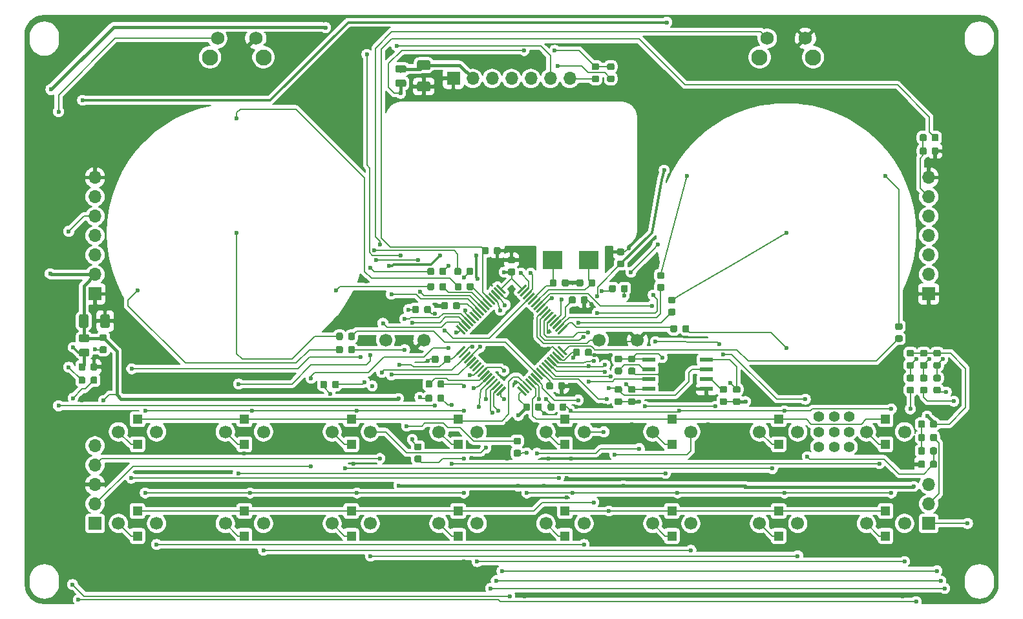
<source format=gbl>
G04 #@! TF.GenerationSoftware,KiCad,Pcbnew,(5.1.4)-1*
G04 #@! TF.CreationDate,2020-02-21T15:42:12+09:00*
G04 #@! TF.ProjectId,groove-pad-ctrl,67726f6f-7665-42d7-9061-642d6374726c,rev?*
G04 #@! TF.SameCoordinates,Original*
G04 #@! TF.FileFunction,Copper,L2,Bot*
G04 #@! TF.FilePolarity,Positive*
%FSLAX46Y46*%
G04 Gerber Fmt 4.6, Leading zero omitted, Abs format (unit mm)*
G04 Created by KiCad (PCBNEW (5.1.4)-1) date 2020-02-21 15:42:12*
%MOMM*%
%LPD*%
G04 APERTURE LIST*
%ADD10C,0.100000*%
%ADD11C,0.875000*%
%ADD12C,2.100000*%
%ADD13C,1.750000*%
%ADD14C,1.700000*%
%ADD15C,1.250000*%
%ADD16R,1.220000X1.220000*%
%ADD17C,0.975000*%
%ADD18C,0.600000*%
%ADD19R,1.700000X1.700000*%
%ADD20O,1.700000X1.700000*%
%ADD21C,0.300000*%
%ADD22R,1.800000X0.600000*%
%ADD23R,2.500000X2.400000*%
%ADD24C,1.400000*%
%ADD25C,0.200000*%
%ADD26C,0.400000*%
%ADD27C,0.300000*%
G04 APERTURE END LIST*
D10*
G36*
X128827691Y-82588553D02*
G01*
X128848926Y-82591703D01*
X128869750Y-82596919D01*
X128889962Y-82604151D01*
X128909368Y-82613330D01*
X128927781Y-82624366D01*
X128945024Y-82637154D01*
X128960930Y-82651570D01*
X128975346Y-82667476D01*
X128988134Y-82684719D01*
X128999170Y-82703132D01*
X129008349Y-82722538D01*
X129015581Y-82742750D01*
X129020797Y-82763574D01*
X129023947Y-82784809D01*
X129025000Y-82806250D01*
X129025000Y-83243750D01*
X129023947Y-83265191D01*
X129020797Y-83286426D01*
X129015581Y-83307250D01*
X129008349Y-83327462D01*
X128999170Y-83346868D01*
X128988134Y-83365281D01*
X128975346Y-83382524D01*
X128960930Y-83398430D01*
X128945024Y-83412846D01*
X128927781Y-83425634D01*
X128909368Y-83436670D01*
X128889962Y-83445849D01*
X128869750Y-83453081D01*
X128848926Y-83458297D01*
X128827691Y-83461447D01*
X128806250Y-83462500D01*
X128293750Y-83462500D01*
X128272309Y-83461447D01*
X128251074Y-83458297D01*
X128230250Y-83453081D01*
X128210038Y-83445849D01*
X128190632Y-83436670D01*
X128172219Y-83425634D01*
X128154976Y-83412846D01*
X128139070Y-83398430D01*
X128124654Y-83382524D01*
X128111866Y-83365281D01*
X128100830Y-83346868D01*
X128091651Y-83327462D01*
X128084419Y-83307250D01*
X128079203Y-83286426D01*
X128076053Y-83265191D01*
X128075000Y-83243750D01*
X128075000Y-82806250D01*
X128076053Y-82784809D01*
X128079203Y-82763574D01*
X128084419Y-82742750D01*
X128091651Y-82722538D01*
X128100830Y-82703132D01*
X128111866Y-82684719D01*
X128124654Y-82667476D01*
X128139070Y-82651570D01*
X128154976Y-82637154D01*
X128172219Y-82624366D01*
X128190632Y-82613330D01*
X128210038Y-82604151D01*
X128230250Y-82596919D01*
X128251074Y-82591703D01*
X128272309Y-82588553D01*
X128293750Y-82587500D01*
X128806250Y-82587500D01*
X128827691Y-82588553D01*
X128827691Y-82588553D01*
G37*
D11*
X128550000Y-83025000D03*
D10*
G36*
X128827691Y-81013553D02*
G01*
X128848926Y-81016703D01*
X128869750Y-81021919D01*
X128889962Y-81029151D01*
X128909368Y-81038330D01*
X128927781Y-81049366D01*
X128945024Y-81062154D01*
X128960930Y-81076570D01*
X128975346Y-81092476D01*
X128988134Y-81109719D01*
X128999170Y-81128132D01*
X129008349Y-81147538D01*
X129015581Y-81167750D01*
X129020797Y-81188574D01*
X129023947Y-81209809D01*
X129025000Y-81231250D01*
X129025000Y-81668750D01*
X129023947Y-81690191D01*
X129020797Y-81711426D01*
X129015581Y-81732250D01*
X129008349Y-81752462D01*
X128999170Y-81771868D01*
X128988134Y-81790281D01*
X128975346Y-81807524D01*
X128960930Y-81823430D01*
X128945024Y-81837846D01*
X128927781Y-81850634D01*
X128909368Y-81861670D01*
X128889962Y-81870849D01*
X128869750Y-81878081D01*
X128848926Y-81883297D01*
X128827691Y-81886447D01*
X128806250Y-81887500D01*
X128293750Y-81887500D01*
X128272309Y-81886447D01*
X128251074Y-81883297D01*
X128230250Y-81878081D01*
X128210038Y-81870849D01*
X128190632Y-81861670D01*
X128172219Y-81850634D01*
X128154976Y-81837846D01*
X128139070Y-81823430D01*
X128124654Y-81807524D01*
X128111866Y-81790281D01*
X128100830Y-81771868D01*
X128091651Y-81752462D01*
X128084419Y-81732250D01*
X128079203Y-81711426D01*
X128076053Y-81690191D01*
X128075000Y-81668750D01*
X128075000Y-81231250D01*
X128076053Y-81209809D01*
X128079203Y-81188574D01*
X128084419Y-81167750D01*
X128091651Y-81147538D01*
X128100830Y-81128132D01*
X128111866Y-81109719D01*
X128124654Y-81092476D01*
X128139070Y-81076570D01*
X128154976Y-81062154D01*
X128172219Y-81049366D01*
X128190632Y-81038330D01*
X128210038Y-81029151D01*
X128230250Y-81021919D01*
X128251074Y-81016703D01*
X128272309Y-81013553D01*
X128293750Y-81012500D01*
X128806250Y-81012500D01*
X128827691Y-81013553D01*
X128827691Y-81013553D01*
G37*
D11*
X128550000Y-81450000D03*
D10*
G36*
X104490191Y-95026053D02*
G01*
X104511426Y-95029203D01*
X104532250Y-95034419D01*
X104552462Y-95041651D01*
X104571868Y-95050830D01*
X104590281Y-95061866D01*
X104607524Y-95074654D01*
X104623430Y-95089070D01*
X104637846Y-95104976D01*
X104650634Y-95122219D01*
X104661670Y-95140632D01*
X104670849Y-95160038D01*
X104678081Y-95180250D01*
X104683297Y-95201074D01*
X104686447Y-95222309D01*
X104687500Y-95243750D01*
X104687500Y-95756250D01*
X104686447Y-95777691D01*
X104683297Y-95798926D01*
X104678081Y-95819750D01*
X104670849Y-95839962D01*
X104661670Y-95859368D01*
X104650634Y-95877781D01*
X104637846Y-95895024D01*
X104623430Y-95910930D01*
X104607524Y-95925346D01*
X104590281Y-95938134D01*
X104571868Y-95949170D01*
X104552462Y-95958349D01*
X104532250Y-95965581D01*
X104511426Y-95970797D01*
X104490191Y-95973947D01*
X104468750Y-95975000D01*
X104031250Y-95975000D01*
X104009809Y-95973947D01*
X103988574Y-95970797D01*
X103967750Y-95965581D01*
X103947538Y-95958349D01*
X103928132Y-95949170D01*
X103909719Y-95938134D01*
X103892476Y-95925346D01*
X103876570Y-95910930D01*
X103862154Y-95895024D01*
X103849366Y-95877781D01*
X103838330Y-95859368D01*
X103829151Y-95839962D01*
X103821919Y-95819750D01*
X103816703Y-95798926D01*
X103813553Y-95777691D01*
X103812500Y-95756250D01*
X103812500Y-95243750D01*
X103813553Y-95222309D01*
X103816703Y-95201074D01*
X103821919Y-95180250D01*
X103829151Y-95160038D01*
X103838330Y-95140632D01*
X103849366Y-95122219D01*
X103862154Y-95104976D01*
X103876570Y-95089070D01*
X103892476Y-95074654D01*
X103909719Y-95061866D01*
X103928132Y-95050830D01*
X103947538Y-95041651D01*
X103967750Y-95034419D01*
X103988574Y-95029203D01*
X104009809Y-95026053D01*
X104031250Y-95025000D01*
X104468750Y-95025000D01*
X104490191Y-95026053D01*
X104490191Y-95026053D01*
G37*
D11*
X104250000Y-95500000D03*
D10*
G36*
X106065191Y-95026053D02*
G01*
X106086426Y-95029203D01*
X106107250Y-95034419D01*
X106127462Y-95041651D01*
X106146868Y-95050830D01*
X106165281Y-95061866D01*
X106182524Y-95074654D01*
X106198430Y-95089070D01*
X106212846Y-95104976D01*
X106225634Y-95122219D01*
X106236670Y-95140632D01*
X106245849Y-95160038D01*
X106253081Y-95180250D01*
X106258297Y-95201074D01*
X106261447Y-95222309D01*
X106262500Y-95243750D01*
X106262500Y-95756250D01*
X106261447Y-95777691D01*
X106258297Y-95798926D01*
X106253081Y-95819750D01*
X106245849Y-95839962D01*
X106236670Y-95859368D01*
X106225634Y-95877781D01*
X106212846Y-95895024D01*
X106198430Y-95910930D01*
X106182524Y-95925346D01*
X106165281Y-95938134D01*
X106146868Y-95949170D01*
X106127462Y-95958349D01*
X106107250Y-95965581D01*
X106086426Y-95970797D01*
X106065191Y-95973947D01*
X106043750Y-95975000D01*
X105606250Y-95975000D01*
X105584809Y-95973947D01*
X105563574Y-95970797D01*
X105542750Y-95965581D01*
X105522538Y-95958349D01*
X105503132Y-95949170D01*
X105484719Y-95938134D01*
X105467476Y-95925346D01*
X105451570Y-95910930D01*
X105437154Y-95895024D01*
X105424366Y-95877781D01*
X105413330Y-95859368D01*
X105404151Y-95839962D01*
X105396919Y-95819750D01*
X105391703Y-95798926D01*
X105388553Y-95777691D01*
X105387500Y-95756250D01*
X105387500Y-95243750D01*
X105388553Y-95222309D01*
X105391703Y-95201074D01*
X105396919Y-95180250D01*
X105404151Y-95160038D01*
X105413330Y-95140632D01*
X105424366Y-95122219D01*
X105437154Y-95104976D01*
X105451570Y-95089070D01*
X105467476Y-95074654D01*
X105484719Y-95061866D01*
X105503132Y-95050830D01*
X105522538Y-95041651D01*
X105542750Y-95034419D01*
X105563574Y-95029203D01*
X105584809Y-95026053D01*
X105606250Y-95025000D01*
X106043750Y-95025000D01*
X106065191Y-95026053D01*
X106065191Y-95026053D01*
G37*
D11*
X105825000Y-95500000D03*
D10*
G36*
X118027691Y-101276053D02*
G01*
X118048926Y-101279203D01*
X118069750Y-101284419D01*
X118089962Y-101291651D01*
X118109368Y-101300830D01*
X118127781Y-101311866D01*
X118145024Y-101324654D01*
X118160930Y-101339070D01*
X118175346Y-101354976D01*
X118188134Y-101372219D01*
X118199170Y-101390632D01*
X118208349Y-101410038D01*
X118215581Y-101430250D01*
X118220797Y-101451074D01*
X118223947Y-101472309D01*
X118225000Y-101493750D01*
X118225000Y-102006250D01*
X118223947Y-102027691D01*
X118220797Y-102048926D01*
X118215581Y-102069750D01*
X118208349Y-102089962D01*
X118199170Y-102109368D01*
X118188134Y-102127781D01*
X118175346Y-102145024D01*
X118160930Y-102160930D01*
X118145024Y-102175346D01*
X118127781Y-102188134D01*
X118109368Y-102199170D01*
X118089962Y-102208349D01*
X118069750Y-102215581D01*
X118048926Y-102220797D01*
X118027691Y-102223947D01*
X118006250Y-102225000D01*
X117568750Y-102225000D01*
X117547309Y-102223947D01*
X117526074Y-102220797D01*
X117505250Y-102215581D01*
X117485038Y-102208349D01*
X117465632Y-102199170D01*
X117447219Y-102188134D01*
X117429976Y-102175346D01*
X117414070Y-102160930D01*
X117399654Y-102145024D01*
X117386866Y-102127781D01*
X117375830Y-102109368D01*
X117366651Y-102089962D01*
X117359419Y-102069750D01*
X117354203Y-102048926D01*
X117351053Y-102027691D01*
X117350000Y-102006250D01*
X117350000Y-101493750D01*
X117351053Y-101472309D01*
X117354203Y-101451074D01*
X117359419Y-101430250D01*
X117366651Y-101410038D01*
X117375830Y-101390632D01*
X117386866Y-101372219D01*
X117399654Y-101354976D01*
X117414070Y-101339070D01*
X117429976Y-101324654D01*
X117447219Y-101311866D01*
X117465632Y-101300830D01*
X117485038Y-101291651D01*
X117505250Y-101284419D01*
X117526074Y-101279203D01*
X117547309Y-101276053D01*
X117568750Y-101275000D01*
X118006250Y-101275000D01*
X118027691Y-101276053D01*
X118027691Y-101276053D01*
G37*
D11*
X117787500Y-101750000D03*
D10*
G36*
X116452691Y-101276053D02*
G01*
X116473926Y-101279203D01*
X116494750Y-101284419D01*
X116514962Y-101291651D01*
X116534368Y-101300830D01*
X116552781Y-101311866D01*
X116570024Y-101324654D01*
X116585930Y-101339070D01*
X116600346Y-101354976D01*
X116613134Y-101372219D01*
X116624170Y-101390632D01*
X116633349Y-101410038D01*
X116640581Y-101430250D01*
X116645797Y-101451074D01*
X116648947Y-101472309D01*
X116650000Y-101493750D01*
X116650000Y-102006250D01*
X116648947Y-102027691D01*
X116645797Y-102048926D01*
X116640581Y-102069750D01*
X116633349Y-102089962D01*
X116624170Y-102109368D01*
X116613134Y-102127781D01*
X116600346Y-102145024D01*
X116585930Y-102160930D01*
X116570024Y-102175346D01*
X116552781Y-102188134D01*
X116534368Y-102199170D01*
X116514962Y-102208349D01*
X116494750Y-102215581D01*
X116473926Y-102220797D01*
X116452691Y-102223947D01*
X116431250Y-102225000D01*
X115993750Y-102225000D01*
X115972309Y-102223947D01*
X115951074Y-102220797D01*
X115930250Y-102215581D01*
X115910038Y-102208349D01*
X115890632Y-102199170D01*
X115872219Y-102188134D01*
X115854976Y-102175346D01*
X115839070Y-102160930D01*
X115824654Y-102145024D01*
X115811866Y-102127781D01*
X115800830Y-102109368D01*
X115791651Y-102089962D01*
X115784419Y-102069750D01*
X115779203Y-102048926D01*
X115776053Y-102027691D01*
X115775000Y-102006250D01*
X115775000Y-101493750D01*
X115776053Y-101472309D01*
X115779203Y-101451074D01*
X115784419Y-101430250D01*
X115791651Y-101410038D01*
X115800830Y-101390632D01*
X115811866Y-101372219D01*
X115824654Y-101354976D01*
X115839070Y-101339070D01*
X115854976Y-101324654D01*
X115872219Y-101311866D01*
X115890632Y-101300830D01*
X115910038Y-101291651D01*
X115930250Y-101284419D01*
X115951074Y-101279203D01*
X115972309Y-101276053D01*
X115993750Y-101275000D01*
X116431250Y-101275000D01*
X116452691Y-101276053D01*
X116452691Y-101276053D01*
G37*
D11*
X116212500Y-101750000D03*
D10*
G36*
X124565191Y-94126053D02*
G01*
X124586426Y-94129203D01*
X124607250Y-94134419D01*
X124627462Y-94141651D01*
X124646868Y-94150830D01*
X124665281Y-94161866D01*
X124682524Y-94174654D01*
X124698430Y-94189070D01*
X124712846Y-94204976D01*
X124725634Y-94222219D01*
X124736670Y-94240632D01*
X124745849Y-94260038D01*
X124753081Y-94280250D01*
X124758297Y-94301074D01*
X124761447Y-94322309D01*
X124762500Y-94343750D01*
X124762500Y-94856250D01*
X124761447Y-94877691D01*
X124758297Y-94898926D01*
X124753081Y-94919750D01*
X124745849Y-94939962D01*
X124736670Y-94959368D01*
X124725634Y-94977781D01*
X124712846Y-94995024D01*
X124698430Y-95010930D01*
X124682524Y-95025346D01*
X124665281Y-95038134D01*
X124646868Y-95049170D01*
X124627462Y-95058349D01*
X124607250Y-95065581D01*
X124586426Y-95070797D01*
X124565191Y-95073947D01*
X124543750Y-95075000D01*
X124106250Y-95075000D01*
X124084809Y-95073947D01*
X124063574Y-95070797D01*
X124042750Y-95065581D01*
X124022538Y-95058349D01*
X124003132Y-95049170D01*
X123984719Y-95038134D01*
X123967476Y-95025346D01*
X123951570Y-95010930D01*
X123937154Y-94995024D01*
X123924366Y-94977781D01*
X123913330Y-94959368D01*
X123904151Y-94939962D01*
X123896919Y-94919750D01*
X123891703Y-94898926D01*
X123888553Y-94877691D01*
X123887500Y-94856250D01*
X123887500Y-94343750D01*
X123888553Y-94322309D01*
X123891703Y-94301074D01*
X123896919Y-94280250D01*
X123904151Y-94260038D01*
X123913330Y-94240632D01*
X123924366Y-94222219D01*
X123937154Y-94204976D01*
X123951570Y-94189070D01*
X123967476Y-94174654D01*
X123984719Y-94161866D01*
X124003132Y-94150830D01*
X124022538Y-94141651D01*
X124042750Y-94134419D01*
X124063574Y-94129203D01*
X124084809Y-94126053D01*
X124106250Y-94125000D01*
X124543750Y-94125000D01*
X124565191Y-94126053D01*
X124565191Y-94126053D01*
G37*
D11*
X124325000Y-94600000D03*
D10*
G36*
X122990191Y-94126053D02*
G01*
X123011426Y-94129203D01*
X123032250Y-94134419D01*
X123052462Y-94141651D01*
X123071868Y-94150830D01*
X123090281Y-94161866D01*
X123107524Y-94174654D01*
X123123430Y-94189070D01*
X123137846Y-94204976D01*
X123150634Y-94222219D01*
X123161670Y-94240632D01*
X123170849Y-94260038D01*
X123178081Y-94280250D01*
X123183297Y-94301074D01*
X123186447Y-94322309D01*
X123187500Y-94343750D01*
X123187500Y-94856250D01*
X123186447Y-94877691D01*
X123183297Y-94898926D01*
X123178081Y-94919750D01*
X123170849Y-94939962D01*
X123161670Y-94959368D01*
X123150634Y-94977781D01*
X123137846Y-94995024D01*
X123123430Y-95010930D01*
X123107524Y-95025346D01*
X123090281Y-95038134D01*
X123071868Y-95049170D01*
X123052462Y-95058349D01*
X123032250Y-95065581D01*
X123011426Y-95070797D01*
X122990191Y-95073947D01*
X122968750Y-95075000D01*
X122531250Y-95075000D01*
X122509809Y-95073947D01*
X122488574Y-95070797D01*
X122467750Y-95065581D01*
X122447538Y-95058349D01*
X122428132Y-95049170D01*
X122409719Y-95038134D01*
X122392476Y-95025346D01*
X122376570Y-95010930D01*
X122362154Y-94995024D01*
X122349366Y-94977781D01*
X122338330Y-94959368D01*
X122329151Y-94939962D01*
X122321919Y-94919750D01*
X122316703Y-94898926D01*
X122313553Y-94877691D01*
X122312500Y-94856250D01*
X122312500Y-94343750D01*
X122313553Y-94322309D01*
X122316703Y-94301074D01*
X122321919Y-94280250D01*
X122329151Y-94260038D01*
X122338330Y-94240632D01*
X122349366Y-94222219D01*
X122362154Y-94204976D01*
X122376570Y-94189070D01*
X122392476Y-94174654D01*
X122409719Y-94161866D01*
X122428132Y-94150830D01*
X122447538Y-94141651D01*
X122467750Y-94134419D01*
X122488574Y-94129203D01*
X122509809Y-94126053D01*
X122531250Y-94125000D01*
X122968750Y-94125000D01*
X122990191Y-94126053D01*
X122990191Y-94126053D01*
G37*
D11*
X122750000Y-94600000D03*
D10*
G36*
X114527691Y-82063553D02*
G01*
X114548926Y-82066703D01*
X114569750Y-82071919D01*
X114589962Y-82079151D01*
X114609368Y-82088330D01*
X114627781Y-82099366D01*
X114645024Y-82112154D01*
X114660930Y-82126570D01*
X114675346Y-82142476D01*
X114688134Y-82159719D01*
X114699170Y-82178132D01*
X114708349Y-82197538D01*
X114715581Y-82217750D01*
X114720797Y-82238574D01*
X114723947Y-82259809D01*
X114725000Y-82281250D01*
X114725000Y-82718750D01*
X114723947Y-82740191D01*
X114720797Y-82761426D01*
X114715581Y-82782250D01*
X114708349Y-82802462D01*
X114699170Y-82821868D01*
X114688134Y-82840281D01*
X114675346Y-82857524D01*
X114660930Y-82873430D01*
X114645024Y-82887846D01*
X114627781Y-82900634D01*
X114609368Y-82911670D01*
X114589962Y-82920849D01*
X114569750Y-82928081D01*
X114548926Y-82933297D01*
X114527691Y-82936447D01*
X114506250Y-82937500D01*
X113993750Y-82937500D01*
X113972309Y-82936447D01*
X113951074Y-82933297D01*
X113930250Y-82928081D01*
X113910038Y-82920849D01*
X113890632Y-82911670D01*
X113872219Y-82900634D01*
X113854976Y-82887846D01*
X113839070Y-82873430D01*
X113824654Y-82857524D01*
X113811866Y-82840281D01*
X113800830Y-82821868D01*
X113791651Y-82802462D01*
X113784419Y-82782250D01*
X113779203Y-82761426D01*
X113776053Y-82740191D01*
X113775000Y-82718750D01*
X113775000Y-82281250D01*
X113776053Y-82259809D01*
X113779203Y-82238574D01*
X113784419Y-82217750D01*
X113791651Y-82197538D01*
X113800830Y-82178132D01*
X113811866Y-82159719D01*
X113824654Y-82142476D01*
X113839070Y-82126570D01*
X113854976Y-82112154D01*
X113872219Y-82099366D01*
X113890632Y-82088330D01*
X113910038Y-82079151D01*
X113930250Y-82071919D01*
X113951074Y-82066703D01*
X113972309Y-82063553D01*
X113993750Y-82062500D01*
X114506250Y-82062500D01*
X114527691Y-82063553D01*
X114527691Y-82063553D01*
G37*
D11*
X114250000Y-82500000D03*
D10*
G36*
X114527691Y-83638553D02*
G01*
X114548926Y-83641703D01*
X114569750Y-83646919D01*
X114589962Y-83654151D01*
X114609368Y-83663330D01*
X114627781Y-83674366D01*
X114645024Y-83687154D01*
X114660930Y-83701570D01*
X114675346Y-83717476D01*
X114688134Y-83734719D01*
X114699170Y-83753132D01*
X114708349Y-83772538D01*
X114715581Y-83792750D01*
X114720797Y-83813574D01*
X114723947Y-83834809D01*
X114725000Y-83856250D01*
X114725000Y-84293750D01*
X114723947Y-84315191D01*
X114720797Y-84336426D01*
X114715581Y-84357250D01*
X114708349Y-84377462D01*
X114699170Y-84396868D01*
X114688134Y-84415281D01*
X114675346Y-84432524D01*
X114660930Y-84448430D01*
X114645024Y-84462846D01*
X114627781Y-84475634D01*
X114609368Y-84486670D01*
X114589962Y-84495849D01*
X114569750Y-84503081D01*
X114548926Y-84508297D01*
X114527691Y-84511447D01*
X114506250Y-84512500D01*
X113993750Y-84512500D01*
X113972309Y-84511447D01*
X113951074Y-84508297D01*
X113930250Y-84503081D01*
X113910038Y-84495849D01*
X113890632Y-84486670D01*
X113872219Y-84475634D01*
X113854976Y-84462846D01*
X113839070Y-84448430D01*
X113824654Y-84432524D01*
X113811866Y-84415281D01*
X113800830Y-84396868D01*
X113791651Y-84377462D01*
X113784419Y-84357250D01*
X113779203Y-84336426D01*
X113776053Y-84315191D01*
X113775000Y-84293750D01*
X113775000Y-83856250D01*
X113776053Y-83834809D01*
X113779203Y-83813574D01*
X113784419Y-83792750D01*
X113791651Y-83772538D01*
X113800830Y-83753132D01*
X113811866Y-83734719D01*
X113824654Y-83717476D01*
X113839070Y-83701570D01*
X113854976Y-83687154D01*
X113872219Y-83674366D01*
X113890632Y-83663330D01*
X113910038Y-83654151D01*
X113930250Y-83646919D01*
X113951074Y-83641703D01*
X113972309Y-83638553D01*
X113993750Y-83637500D01*
X114506250Y-83637500D01*
X114527691Y-83638553D01*
X114527691Y-83638553D01*
G37*
D11*
X114250000Y-84075000D03*
D10*
G36*
X135527691Y-87313553D02*
G01*
X135548926Y-87316703D01*
X135569750Y-87321919D01*
X135589962Y-87329151D01*
X135609368Y-87338330D01*
X135627781Y-87349366D01*
X135645024Y-87362154D01*
X135660930Y-87376570D01*
X135675346Y-87392476D01*
X135688134Y-87409719D01*
X135699170Y-87428132D01*
X135708349Y-87447538D01*
X135715581Y-87467750D01*
X135720797Y-87488574D01*
X135723947Y-87509809D01*
X135725000Y-87531250D01*
X135725000Y-87968750D01*
X135723947Y-87990191D01*
X135720797Y-88011426D01*
X135715581Y-88032250D01*
X135708349Y-88052462D01*
X135699170Y-88071868D01*
X135688134Y-88090281D01*
X135675346Y-88107524D01*
X135660930Y-88123430D01*
X135645024Y-88137846D01*
X135627781Y-88150634D01*
X135609368Y-88161670D01*
X135589962Y-88170849D01*
X135569750Y-88178081D01*
X135548926Y-88183297D01*
X135527691Y-88186447D01*
X135506250Y-88187500D01*
X134993750Y-88187500D01*
X134972309Y-88186447D01*
X134951074Y-88183297D01*
X134930250Y-88178081D01*
X134910038Y-88170849D01*
X134890632Y-88161670D01*
X134872219Y-88150634D01*
X134854976Y-88137846D01*
X134839070Y-88123430D01*
X134824654Y-88107524D01*
X134811866Y-88090281D01*
X134800830Y-88071868D01*
X134791651Y-88052462D01*
X134784419Y-88032250D01*
X134779203Y-88011426D01*
X134776053Y-87990191D01*
X134775000Y-87968750D01*
X134775000Y-87531250D01*
X134776053Y-87509809D01*
X134779203Y-87488574D01*
X134784419Y-87467750D01*
X134791651Y-87447538D01*
X134800830Y-87428132D01*
X134811866Y-87409719D01*
X134824654Y-87392476D01*
X134839070Y-87376570D01*
X134854976Y-87362154D01*
X134872219Y-87349366D01*
X134890632Y-87338330D01*
X134910038Y-87329151D01*
X134930250Y-87321919D01*
X134951074Y-87316703D01*
X134972309Y-87313553D01*
X134993750Y-87312500D01*
X135506250Y-87312500D01*
X135527691Y-87313553D01*
X135527691Y-87313553D01*
G37*
D11*
X135250000Y-87750000D03*
D10*
G36*
X135527691Y-88888553D02*
G01*
X135548926Y-88891703D01*
X135569750Y-88896919D01*
X135589962Y-88904151D01*
X135609368Y-88913330D01*
X135627781Y-88924366D01*
X135645024Y-88937154D01*
X135660930Y-88951570D01*
X135675346Y-88967476D01*
X135688134Y-88984719D01*
X135699170Y-89003132D01*
X135708349Y-89022538D01*
X135715581Y-89042750D01*
X135720797Y-89063574D01*
X135723947Y-89084809D01*
X135725000Y-89106250D01*
X135725000Y-89543750D01*
X135723947Y-89565191D01*
X135720797Y-89586426D01*
X135715581Y-89607250D01*
X135708349Y-89627462D01*
X135699170Y-89646868D01*
X135688134Y-89665281D01*
X135675346Y-89682524D01*
X135660930Y-89698430D01*
X135645024Y-89712846D01*
X135627781Y-89725634D01*
X135609368Y-89736670D01*
X135589962Y-89745849D01*
X135569750Y-89753081D01*
X135548926Y-89758297D01*
X135527691Y-89761447D01*
X135506250Y-89762500D01*
X134993750Y-89762500D01*
X134972309Y-89761447D01*
X134951074Y-89758297D01*
X134930250Y-89753081D01*
X134910038Y-89745849D01*
X134890632Y-89736670D01*
X134872219Y-89725634D01*
X134854976Y-89712846D01*
X134839070Y-89698430D01*
X134824654Y-89682524D01*
X134811866Y-89665281D01*
X134800830Y-89646868D01*
X134791651Y-89627462D01*
X134784419Y-89607250D01*
X134779203Y-89586426D01*
X134776053Y-89565191D01*
X134775000Y-89543750D01*
X134775000Y-89106250D01*
X134776053Y-89084809D01*
X134779203Y-89063574D01*
X134784419Y-89042750D01*
X134791651Y-89022538D01*
X134800830Y-89003132D01*
X134811866Y-88984719D01*
X134824654Y-88967476D01*
X134839070Y-88951570D01*
X134854976Y-88937154D01*
X134872219Y-88924366D01*
X134890632Y-88913330D01*
X134910038Y-88904151D01*
X134930250Y-88896919D01*
X134951074Y-88891703D01*
X134972309Y-88888553D01*
X134993750Y-88887500D01*
X135506250Y-88887500D01*
X135527691Y-88888553D01*
X135527691Y-88888553D01*
G37*
D11*
X135250000Y-89325000D03*
D12*
X81760000Y-55990000D03*
D13*
X80750000Y-53500000D03*
X75750000Y-53500000D03*
D12*
X74750000Y-55990000D03*
X153760000Y-55990000D03*
D13*
X152750000Y-53500000D03*
X147750000Y-53500000D03*
D12*
X146750000Y-55990000D03*
D14*
X130750000Y-93000000D03*
X125750000Y-93000000D03*
X102750000Y-93000000D03*
X97750000Y-93000000D03*
X165750000Y-117000000D03*
X160750000Y-117000000D03*
X151750000Y-117000000D03*
X146750000Y-117000000D03*
X137750000Y-117000000D03*
X132750000Y-117000000D03*
X123750000Y-117000000D03*
X118750000Y-117000000D03*
X109750000Y-117000000D03*
X104750000Y-117000000D03*
X95750000Y-117000000D03*
X90750000Y-117000000D03*
X81750000Y-117000000D03*
X76750000Y-117000000D03*
X67750000Y-117000000D03*
X62750000Y-117000000D03*
X165750000Y-105000000D03*
X160750000Y-105000000D03*
X151750000Y-105000000D03*
X146750000Y-105000000D03*
X137750000Y-105000000D03*
X132750000Y-105000000D03*
X123750000Y-105000000D03*
X118750000Y-105000000D03*
X109750000Y-105000000D03*
X104750000Y-105000000D03*
X95750000Y-105000000D03*
X90750000Y-105000000D03*
X81750000Y-105000000D03*
X76750000Y-105000000D03*
X67750000Y-105000000D03*
X62750000Y-105000000D03*
D10*
G36*
X169777691Y-108776053D02*
G01*
X169798926Y-108779203D01*
X169819750Y-108784419D01*
X169839962Y-108791651D01*
X169859368Y-108800830D01*
X169877781Y-108811866D01*
X169895024Y-108824654D01*
X169910930Y-108839070D01*
X169925346Y-108854976D01*
X169938134Y-108872219D01*
X169949170Y-108890632D01*
X169958349Y-108910038D01*
X169965581Y-108930250D01*
X169970797Y-108951074D01*
X169973947Y-108972309D01*
X169975000Y-108993750D01*
X169975000Y-109506250D01*
X169973947Y-109527691D01*
X169970797Y-109548926D01*
X169965581Y-109569750D01*
X169958349Y-109589962D01*
X169949170Y-109609368D01*
X169938134Y-109627781D01*
X169925346Y-109645024D01*
X169910930Y-109660930D01*
X169895024Y-109675346D01*
X169877781Y-109688134D01*
X169859368Y-109699170D01*
X169839962Y-109708349D01*
X169819750Y-109715581D01*
X169798926Y-109720797D01*
X169777691Y-109723947D01*
X169756250Y-109725000D01*
X169318750Y-109725000D01*
X169297309Y-109723947D01*
X169276074Y-109720797D01*
X169255250Y-109715581D01*
X169235038Y-109708349D01*
X169215632Y-109699170D01*
X169197219Y-109688134D01*
X169179976Y-109675346D01*
X169164070Y-109660930D01*
X169149654Y-109645024D01*
X169136866Y-109627781D01*
X169125830Y-109609368D01*
X169116651Y-109589962D01*
X169109419Y-109569750D01*
X169104203Y-109548926D01*
X169101053Y-109527691D01*
X169100000Y-109506250D01*
X169100000Y-108993750D01*
X169101053Y-108972309D01*
X169104203Y-108951074D01*
X169109419Y-108930250D01*
X169116651Y-108910038D01*
X169125830Y-108890632D01*
X169136866Y-108872219D01*
X169149654Y-108854976D01*
X169164070Y-108839070D01*
X169179976Y-108824654D01*
X169197219Y-108811866D01*
X169215632Y-108800830D01*
X169235038Y-108791651D01*
X169255250Y-108784419D01*
X169276074Y-108779203D01*
X169297309Y-108776053D01*
X169318750Y-108775000D01*
X169756250Y-108775000D01*
X169777691Y-108776053D01*
X169777691Y-108776053D01*
G37*
D11*
X169537500Y-109250000D03*
D10*
G36*
X168202691Y-108776053D02*
G01*
X168223926Y-108779203D01*
X168244750Y-108784419D01*
X168264962Y-108791651D01*
X168284368Y-108800830D01*
X168302781Y-108811866D01*
X168320024Y-108824654D01*
X168335930Y-108839070D01*
X168350346Y-108854976D01*
X168363134Y-108872219D01*
X168374170Y-108890632D01*
X168383349Y-108910038D01*
X168390581Y-108930250D01*
X168395797Y-108951074D01*
X168398947Y-108972309D01*
X168400000Y-108993750D01*
X168400000Y-109506250D01*
X168398947Y-109527691D01*
X168395797Y-109548926D01*
X168390581Y-109569750D01*
X168383349Y-109589962D01*
X168374170Y-109609368D01*
X168363134Y-109627781D01*
X168350346Y-109645024D01*
X168335930Y-109660930D01*
X168320024Y-109675346D01*
X168302781Y-109688134D01*
X168284368Y-109699170D01*
X168264962Y-109708349D01*
X168244750Y-109715581D01*
X168223926Y-109720797D01*
X168202691Y-109723947D01*
X168181250Y-109725000D01*
X167743750Y-109725000D01*
X167722309Y-109723947D01*
X167701074Y-109720797D01*
X167680250Y-109715581D01*
X167660038Y-109708349D01*
X167640632Y-109699170D01*
X167622219Y-109688134D01*
X167604976Y-109675346D01*
X167589070Y-109660930D01*
X167574654Y-109645024D01*
X167561866Y-109627781D01*
X167550830Y-109609368D01*
X167541651Y-109589962D01*
X167534419Y-109569750D01*
X167529203Y-109548926D01*
X167526053Y-109527691D01*
X167525000Y-109506250D01*
X167525000Y-108993750D01*
X167526053Y-108972309D01*
X167529203Y-108951074D01*
X167534419Y-108930250D01*
X167541651Y-108910038D01*
X167550830Y-108890632D01*
X167561866Y-108872219D01*
X167574654Y-108854976D01*
X167589070Y-108839070D01*
X167604976Y-108824654D01*
X167622219Y-108811866D01*
X167640632Y-108800830D01*
X167660038Y-108791651D01*
X167680250Y-108784419D01*
X167701074Y-108779203D01*
X167722309Y-108776053D01*
X167743750Y-108775000D01*
X168181250Y-108775000D01*
X168202691Y-108776053D01*
X168202691Y-108776053D01*
G37*
D11*
X167962500Y-109250000D03*
D10*
G36*
X105702691Y-88026053D02*
G01*
X105723926Y-88029203D01*
X105744750Y-88034419D01*
X105764962Y-88041651D01*
X105784368Y-88050830D01*
X105802781Y-88061866D01*
X105820024Y-88074654D01*
X105835930Y-88089070D01*
X105850346Y-88104976D01*
X105863134Y-88122219D01*
X105874170Y-88140632D01*
X105883349Y-88160038D01*
X105890581Y-88180250D01*
X105895797Y-88201074D01*
X105898947Y-88222309D01*
X105900000Y-88243750D01*
X105900000Y-88756250D01*
X105898947Y-88777691D01*
X105895797Y-88798926D01*
X105890581Y-88819750D01*
X105883349Y-88839962D01*
X105874170Y-88859368D01*
X105863134Y-88877781D01*
X105850346Y-88895024D01*
X105835930Y-88910930D01*
X105820024Y-88925346D01*
X105802781Y-88938134D01*
X105784368Y-88949170D01*
X105764962Y-88958349D01*
X105744750Y-88965581D01*
X105723926Y-88970797D01*
X105702691Y-88973947D01*
X105681250Y-88975000D01*
X105243750Y-88975000D01*
X105222309Y-88973947D01*
X105201074Y-88970797D01*
X105180250Y-88965581D01*
X105160038Y-88958349D01*
X105140632Y-88949170D01*
X105122219Y-88938134D01*
X105104976Y-88925346D01*
X105089070Y-88910930D01*
X105074654Y-88895024D01*
X105061866Y-88877781D01*
X105050830Y-88859368D01*
X105041651Y-88839962D01*
X105034419Y-88819750D01*
X105029203Y-88798926D01*
X105026053Y-88777691D01*
X105025000Y-88756250D01*
X105025000Y-88243750D01*
X105026053Y-88222309D01*
X105029203Y-88201074D01*
X105034419Y-88180250D01*
X105041651Y-88160038D01*
X105050830Y-88140632D01*
X105061866Y-88122219D01*
X105074654Y-88104976D01*
X105089070Y-88089070D01*
X105104976Y-88074654D01*
X105122219Y-88061866D01*
X105140632Y-88050830D01*
X105160038Y-88041651D01*
X105180250Y-88034419D01*
X105201074Y-88029203D01*
X105222309Y-88026053D01*
X105243750Y-88025000D01*
X105681250Y-88025000D01*
X105702691Y-88026053D01*
X105702691Y-88026053D01*
G37*
D11*
X105462500Y-88500000D03*
D10*
G36*
X107277691Y-88026053D02*
G01*
X107298926Y-88029203D01*
X107319750Y-88034419D01*
X107339962Y-88041651D01*
X107359368Y-88050830D01*
X107377781Y-88061866D01*
X107395024Y-88074654D01*
X107410930Y-88089070D01*
X107425346Y-88104976D01*
X107438134Y-88122219D01*
X107449170Y-88140632D01*
X107458349Y-88160038D01*
X107465581Y-88180250D01*
X107470797Y-88201074D01*
X107473947Y-88222309D01*
X107475000Y-88243750D01*
X107475000Y-88756250D01*
X107473947Y-88777691D01*
X107470797Y-88798926D01*
X107465581Y-88819750D01*
X107458349Y-88839962D01*
X107449170Y-88859368D01*
X107438134Y-88877781D01*
X107425346Y-88895024D01*
X107410930Y-88910930D01*
X107395024Y-88925346D01*
X107377781Y-88938134D01*
X107359368Y-88949170D01*
X107339962Y-88958349D01*
X107319750Y-88965581D01*
X107298926Y-88970797D01*
X107277691Y-88973947D01*
X107256250Y-88975000D01*
X106818750Y-88975000D01*
X106797309Y-88973947D01*
X106776074Y-88970797D01*
X106755250Y-88965581D01*
X106735038Y-88958349D01*
X106715632Y-88949170D01*
X106697219Y-88938134D01*
X106679976Y-88925346D01*
X106664070Y-88910930D01*
X106649654Y-88895024D01*
X106636866Y-88877781D01*
X106625830Y-88859368D01*
X106616651Y-88839962D01*
X106609419Y-88819750D01*
X106604203Y-88798926D01*
X106601053Y-88777691D01*
X106600000Y-88756250D01*
X106600000Y-88243750D01*
X106601053Y-88222309D01*
X106604203Y-88201074D01*
X106609419Y-88180250D01*
X106616651Y-88160038D01*
X106625830Y-88140632D01*
X106636866Y-88122219D01*
X106649654Y-88104976D01*
X106664070Y-88089070D01*
X106679976Y-88074654D01*
X106697219Y-88061866D01*
X106715632Y-88050830D01*
X106735038Y-88041651D01*
X106755250Y-88034419D01*
X106776074Y-88029203D01*
X106797309Y-88026053D01*
X106818750Y-88025000D01*
X107256250Y-88025000D01*
X107277691Y-88026053D01*
X107277691Y-88026053D01*
G37*
D11*
X107037500Y-88500000D03*
D10*
G36*
X124027691Y-87276053D02*
G01*
X124048926Y-87279203D01*
X124069750Y-87284419D01*
X124089962Y-87291651D01*
X124109368Y-87300830D01*
X124127781Y-87311866D01*
X124145024Y-87324654D01*
X124160930Y-87339070D01*
X124175346Y-87354976D01*
X124188134Y-87372219D01*
X124199170Y-87390632D01*
X124208349Y-87410038D01*
X124215581Y-87430250D01*
X124220797Y-87451074D01*
X124223947Y-87472309D01*
X124225000Y-87493750D01*
X124225000Y-88006250D01*
X124223947Y-88027691D01*
X124220797Y-88048926D01*
X124215581Y-88069750D01*
X124208349Y-88089962D01*
X124199170Y-88109368D01*
X124188134Y-88127781D01*
X124175346Y-88145024D01*
X124160930Y-88160930D01*
X124145024Y-88175346D01*
X124127781Y-88188134D01*
X124109368Y-88199170D01*
X124089962Y-88208349D01*
X124069750Y-88215581D01*
X124048926Y-88220797D01*
X124027691Y-88223947D01*
X124006250Y-88225000D01*
X123568750Y-88225000D01*
X123547309Y-88223947D01*
X123526074Y-88220797D01*
X123505250Y-88215581D01*
X123485038Y-88208349D01*
X123465632Y-88199170D01*
X123447219Y-88188134D01*
X123429976Y-88175346D01*
X123414070Y-88160930D01*
X123399654Y-88145024D01*
X123386866Y-88127781D01*
X123375830Y-88109368D01*
X123366651Y-88089962D01*
X123359419Y-88069750D01*
X123354203Y-88048926D01*
X123351053Y-88027691D01*
X123350000Y-88006250D01*
X123350000Y-87493750D01*
X123351053Y-87472309D01*
X123354203Y-87451074D01*
X123359419Y-87430250D01*
X123366651Y-87410038D01*
X123375830Y-87390632D01*
X123386866Y-87372219D01*
X123399654Y-87354976D01*
X123414070Y-87339070D01*
X123429976Y-87324654D01*
X123447219Y-87311866D01*
X123465632Y-87300830D01*
X123485038Y-87291651D01*
X123505250Y-87284419D01*
X123526074Y-87279203D01*
X123547309Y-87276053D01*
X123568750Y-87275000D01*
X124006250Y-87275000D01*
X124027691Y-87276053D01*
X124027691Y-87276053D01*
G37*
D11*
X123787500Y-87750000D03*
D10*
G36*
X122452691Y-87276053D02*
G01*
X122473926Y-87279203D01*
X122494750Y-87284419D01*
X122514962Y-87291651D01*
X122534368Y-87300830D01*
X122552781Y-87311866D01*
X122570024Y-87324654D01*
X122585930Y-87339070D01*
X122600346Y-87354976D01*
X122613134Y-87372219D01*
X122624170Y-87390632D01*
X122633349Y-87410038D01*
X122640581Y-87430250D01*
X122645797Y-87451074D01*
X122648947Y-87472309D01*
X122650000Y-87493750D01*
X122650000Y-88006250D01*
X122648947Y-88027691D01*
X122645797Y-88048926D01*
X122640581Y-88069750D01*
X122633349Y-88089962D01*
X122624170Y-88109368D01*
X122613134Y-88127781D01*
X122600346Y-88145024D01*
X122585930Y-88160930D01*
X122570024Y-88175346D01*
X122552781Y-88188134D01*
X122534368Y-88199170D01*
X122514962Y-88208349D01*
X122494750Y-88215581D01*
X122473926Y-88220797D01*
X122452691Y-88223947D01*
X122431250Y-88225000D01*
X121993750Y-88225000D01*
X121972309Y-88223947D01*
X121951074Y-88220797D01*
X121930250Y-88215581D01*
X121910038Y-88208349D01*
X121890632Y-88199170D01*
X121872219Y-88188134D01*
X121854976Y-88175346D01*
X121839070Y-88160930D01*
X121824654Y-88145024D01*
X121811866Y-88127781D01*
X121800830Y-88109368D01*
X121791651Y-88089962D01*
X121784419Y-88069750D01*
X121779203Y-88048926D01*
X121776053Y-88027691D01*
X121775000Y-88006250D01*
X121775000Y-87493750D01*
X121776053Y-87472309D01*
X121779203Y-87451074D01*
X121784419Y-87430250D01*
X121791651Y-87410038D01*
X121800830Y-87390632D01*
X121811866Y-87372219D01*
X121824654Y-87354976D01*
X121839070Y-87339070D01*
X121854976Y-87324654D01*
X121872219Y-87311866D01*
X121890632Y-87300830D01*
X121910038Y-87291651D01*
X121930250Y-87284419D01*
X121951074Y-87279203D01*
X121972309Y-87276053D01*
X121993750Y-87275000D01*
X122431250Y-87275000D01*
X122452691Y-87276053D01*
X122452691Y-87276053D01*
G37*
D11*
X122212500Y-87750000D03*
D10*
G36*
X58202691Y-96026053D02*
G01*
X58223926Y-96029203D01*
X58244750Y-96034419D01*
X58264962Y-96041651D01*
X58284368Y-96050830D01*
X58302781Y-96061866D01*
X58320024Y-96074654D01*
X58335930Y-96089070D01*
X58350346Y-96104976D01*
X58363134Y-96122219D01*
X58374170Y-96140632D01*
X58383349Y-96160038D01*
X58390581Y-96180250D01*
X58395797Y-96201074D01*
X58398947Y-96222309D01*
X58400000Y-96243750D01*
X58400000Y-96756250D01*
X58398947Y-96777691D01*
X58395797Y-96798926D01*
X58390581Y-96819750D01*
X58383349Y-96839962D01*
X58374170Y-96859368D01*
X58363134Y-96877781D01*
X58350346Y-96895024D01*
X58335930Y-96910930D01*
X58320024Y-96925346D01*
X58302781Y-96938134D01*
X58284368Y-96949170D01*
X58264962Y-96958349D01*
X58244750Y-96965581D01*
X58223926Y-96970797D01*
X58202691Y-96973947D01*
X58181250Y-96975000D01*
X57743750Y-96975000D01*
X57722309Y-96973947D01*
X57701074Y-96970797D01*
X57680250Y-96965581D01*
X57660038Y-96958349D01*
X57640632Y-96949170D01*
X57622219Y-96938134D01*
X57604976Y-96925346D01*
X57589070Y-96910930D01*
X57574654Y-96895024D01*
X57561866Y-96877781D01*
X57550830Y-96859368D01*
X57541651Y-96839962D01*
X57534419Y-96819750D01*
X57529203Y-96798926D01*
X57526053Y-96777691D01*
X57525000Y-96756250D01*
X57525000Y-96243750D01*
X57526053Y-96222309D01*
X57529203Y-96201074D01*
X57534419Y-96180250D01*
X57541651Y-96160038D01*
X57550830Y-96140632D01*
X57561866Y-96122219D01*
X57574654Y-96104976D01*
X57589070Y-96089070D01*
X57604976Y-96074654D01*
X57622219Y-96061866D01*
X57640632Y-96050830D01*
X57660038Y-96041651D01*
X57680250Y-96034419D01*
X57701074Y-96029203D01*
X57722309Y-96026053D01*
X57743750Y-96025000D01*
X58181250Y-96025000D01*
X58202691Y-96026053D01*
X58202691Y-96026053D01*
G37*
D11*
X57962500Y-96500000D03*
D10*
G36*
X59777691Y-96026053D02*
G01*
X59798926Y-96029203D01*
X59819750Y-96034419D01*
X59839962Y-96041651D01*
X59859368Y-96050830D01*
X59877781Y-96061866D01*
X59895024Y-96074654D01*
X59910930Y-96089070D01*
X59925346Y-96104976D01*
X59938134Y-96122219D01*
X59949170Y-96140632D01*
X59958349Y-96160038D01*
X59965581Y-96180250D01*
X59970797Y-96201074D01*
X59973947Y-96222309D01*
X59975000Y-96243750D01*
X59975000Y-96756250D01*
X59973947Y-96777691D01*
X59970797Y-96798926D01*
X59965581Y-96819750D01*
X59958349Y-96839962D01*
X59949170Y-96859368D01*
X59938134Y-96877781D01*
X59925346Y-96895024D01*
X59910930Y-96910930D01*
X59895024Y-96925346D01*
X59877781Y-96938134D01*
X59859368Y-96949170D01*
X59839962Y-96958349D01*
X59819750Y-96965581D01*
X59798926Y-96970797D01*
X59777691Y-96973947D01*
X59756250Y-96975000D01*
X59318750Y-96975000D01*
X59297309Y-96973947D01*
X59276074Y-96970797D01*
X59255250Y-96965581D01*
X59235038Y-96958349D01*
X59215632Y-96949170D01*
X59197219Y-96938134D01*
X59179976Y-96925346D01*
X59164070Y-96910930D01*
X59149654Y-96895024D01*
X59136866Y-96877781D01*
X59125830Y-96859368D01*
X59116651Y-96839962D01*
X59109419Y-96819750D01*
X59104203Y-96798926D01*
X59101053Y-96777691D01*
X59100000Y-96756250D01*
X59100000Y-96243750D01*
X59101053Y-96222309D01*
X59104203Y-96201074D01*
X59109419Y-96180250D01*
X59116651Y-96160038D01*
X59125830Y-96140632D01*
X59136866Y-96122219D01*
X59149654Y-96104976D01*
X59164070Y-96089070D01*
X59179976Y-96074654D01*
X59197219Y-96061866D01*
X59215632Y-96050830D01*
X59235038Y-96041651D01*
X59255250Y-96034419D01*
X59276074Y-96029203D01*
X59297309Y-96026053D01*
X59318750Y-96025000D01*
X59756250Y-96025000D01*
X59777691Y-96026053D01*
X59777691Y-96026053D01*
G37*
D11*
X59537500Y-96500000D03*
D10*
G36*
X58599504Y-89626204D02*
G01*
X58623773Y-89629804D01*
X58647571Y-89635765D01*
X58670671Y-89644030D01*
X58692849Y-89654520D01*
X58713893Y-89667133D01*
X58733598Y-89681747D01*
X58751777Y-89698223D01*
X58768253Y-89716402D01*
X58782867Y-89736107D01*
X58795480Y-89757151D01*
X58805970Y-89779329D01*
X58814235Y-89802429D01*
X58820196Y-89826227D01*
X58823796Y-89850496D01*
X58825000Y-89875000D01*
X58825000Y-91125000D01*
X58823796Y-91149504D01*
X58820196Y-91173773D01*
X58814235Y-91197571D01*
X58805970Y-91220671D01*
X58795480Y-91242849D01*
X58782867Y-91263893D01*
X58768253Y-91283598D01*
X58751777Y-91301777D01*
X58733598Y-91318253D01*
X58713893Y-91332867D01*
X58692849Y-91345480D01*
X58670671Y-91355970D01*
X58647571Y-91364235D01*
X58623773Y-91370196D01*
X58599504Y-91373796D01*
X58575000Y-91375000D01*
X57825000Y-91375000D01*
X57800496Y-91373796D01*
X57776227Y-91370196D01*
X57752429Y-91364235D01*
X57729329Y-91355970D01*
X57707151Y-91345480D01*
X57686107Y-91332867D01*
X57666402Y-91318253D01*
X57648223Y-91301777D01*
X57631747Y-91283598D01*
X57617133Y-91263893D01*
X57604520Y-91242849D01*
X57594030Y-91220671D01*
X57585765Y-91197571D01*
X57579804Y-91173773D01*
X57576204Y-91149504D01*
X57575000Y-91125000D01*
X57575000Y-89875000D01*
X57576204Y-89850496D01*
X57579804Y-89826227D01*
X57585765Y-89802429D01*
X57594030Y-89779329D01*
X57604520Y-89757151D01*
X57617133Y-89736107D01*
X57631747Y-89716402D01*
X57648223Y-89698223D01*
X57666402Y-89681747D01*
X57686107Y-89667133D01*
X57707151Y-89654520D01*
X57729329Y-89644030D01*
X57752429Y-89635765D01*
X57776227Y-89629804D01*
X57800496Y-89626204D01*
X57825000Y-89625000D01*
X58575000Y-89625000D01*
X58599504Y-89626204D01*
X58599504Y-89626204D01*
G37*
D15*
X58200000Y-90500000D03*
D10*
G36*
X61399504Y-89626204D02*
G01*
X61423773Y-89629804D01*
X61447571Y-89635765D01*
X61470671Y-89644030D01*
X61492849Y-89654520D01*
X61513893Y-89667133D01*
X61533598Y-89681747D01*
X61551777Y-89698223D01*
X61568253Y-89716402D01*
X61582867Y-89736107D01*
X61595480Y-89757151D01*
X61605970Y-89779329D01*
X61614235Y-89802429D01*
X61620196Y-89826227D01*
X61623796Y-89850496D01*
X61625000Y-89875000D01*
X61625000Y-91125000D01*
X61623796Y-91149504D01*
X61620196Y-91173773D01*
X61614235Y-91197571D01*
X61605970Y-91220671D01*
X61595480Y-91242849D01*
X61582867Y-91263893D01*
X61568253Y-91283598D01*
X61551777Y-91301777D01*
X61533598Y-91318253D01*
X61513893Y-91332867D01*
X61492849Y-91345480D01*
X61470671Y-91355970D01*
X61447571Y-91364235D01*
X61423773Y-91370196D01*
X61399504Y-91373796D01*
X61375000Y-91375000D01*
X60625000Y-91375000D01*
X60600496Y-91373796D01*
X60576227Y-91370196D01*
X60552429Y-91364235D01*
X60529329Y-91355970D01*
X60507151Y-91345480D01*
X60486107Y-91332867D01*
X60466402Y-91318253D01*
X60448223Y-91301777D01*
X60431747Y-91283598D01*
X60417133Y-91263893D01*
X60404520Y-91242849D01*
X60394030Y-91220671D01*
X60385765Y-91197571D01*
X60379804Y-91173773D01*
X60376204Y-91149504D01*
X60375000Y-91125000D01*
X60375000Y-89875000D01*
X60376204Y-89850496D01*
X60379804Y-89826227D01*
X60385765Y-89802429D01*
X60394030Y-89779329D01*
X60404520Y-89757151D01*
X60417133Y-89736107D01*
X60431747Y-89716402D01*
X60448223Y-89698223D01*
X60466402Y-89681747D01*
X60486107Y-89667133D01*
X60507151Y-89654520D01*
X60529329Y-89644030D01*
X60552429Y-89635765D01*
X60576227Y-89629804D01*
X60600496Y-89626204D01*
X60625000Y-89625000D01*
X61375000Y-89625000D01*
X61399504Y-89626204D01*
X61399504Y-89626204D01*
G37*
D15*
X61000000Y-90500000D03*
D10*
G36*
X112615191Y-80826053D02*
G01*
X112636426Y-80829203D01*
X112657250Y-80834419D01*
X112677462Y-80841651D01*
X112696868Y-80850830D01*
X112715281Y-80861866D01*
X112732524Y-80874654D01*
X112748430Y-80889070D01*
X112762846Y-80904976D01*
X112775634Y-80922219D01*
X112786670Y-80940632D01*
X112795849Y-80960038D01*
X112803081Y-80980250D01*
X112808297Y-81001074D01*
X112811447Y-81022309D01*
X112812500Y-81043750D01*
X112812500Y-81556250D01*
X112811447Y-81577691D01*
X112808297Y-81598926D01*
X112803081Y-81619750D01*
X112795849Y-81639962D01*
X112786670Y-81659368D01*
X112775634Y-81677781D01*
X112762846Y-81695024D01*
X112748430Y-81710930D01*
X112732524Y-81725346D01*
X112715281Y-81738134D01*
X112696868Y-81749170D01*
X112677462Y-81758349D01*
X112657250Y-81765581D01*
X112636426Y-81770797D01*
X112615191Y-81773947D01*
X112593750Y-81775000D01*
X112156250Y-81775000D01*
X112134809Y-81773947D01*
X112113574Y-81770797D01*
X112092750Y-81765581D01*
X112072538Y-81758349D01*
X112053132Y-81749170D01*
X112034719Y-81738134D01*
X112017476Y-81725346D01*
X112001570Y-81710930D01*
X111987154Y-81695024D01*
X111974366Y-81677781D01*
X111963330Y-81659368D01*
X111954151Y-81639962D01*
X111946919Y-81619750D01*
X111941703Y-81598926D01*
X111938553Y-81577691D01*
X111937500Y-81556250D01*
X111937500Y-81043750D01*
X111938553Y-81022309D01*
X111941703Y-81001074D01*
X111946919Y-80980250D01*
X111954151Y-80960038D01*
X111963330Y-80940632D01*
X111974366Y-80922219D01*
X111987154Y-80904976D01*
X112001570Y-80889070D01*
X112017476Y-80874654D01*
X112034719Y-80861866D01*
X112053132Y-80850830D01*
X112072538Y-80841651D01*
X112092750Y-80834419D01*
X112113574Y-80829203D01*
X112134809Y-80826053D01*
X112156250Y-80825000D01*
X112593750Y-80825000D01*
X112615191Y-80826053D01*
X112615191Y-80826053D01*
G37*
D11*
X112375000Y-81300000D03*
D10*
G36*
X111040191Y-80826053D02*
G01*
X111061426Y-80829203D01*
X111082250Y-80834419D01*
X111102462Y-80841651D01*
X111121868Y-80850830D01*
X111140281Y-80861866D01*
X111157524Y-80874654D01*
X111173430Y-80889070D01*
X111187846Y-80904976D01*
X111200634Y-80922219D01*
X111211670Y-80940632D01*
X111220849Y-80960038D01*
X111228081Y-80980250D01*
X111233297Y-81001074D01*
X111236447Y-81022309D01*
X111237500Y-81043750D01*
X111237500Y-81556250D01*
X111236447Y-81577691D01*
X111233297Y-81598926D01*
X111228081Y-81619750D01*
X111220849Y-81639962D01*
X111211670Y-81659368D01*
X111200634Y-81677781D01*
X111187846Y-81695024D01*
X111173430Y-81710930D01*
X111157524Y-81725346D01*
X111140281Y-81738134D01*
X111121868Y-81749170D01*
X111102462Y-81758349D01*
X111082250Y-81765581D01*
X111061426Y-81770797D01*
X111040191Y-81773947D01*
X111018750Y-81775000D01*
X110581250Y-81775000D01*
X110559809Y-81773947D01*
X110538574Y-81770797D01*
X110517750Y-81765581D01*
X110497538Y-81758349D01*
X110478132Y-81749170D01*
X110459719Y-81738134D01*
X110442476Y-81725346D01*
X110426570Y-81710930D01*
X110412154Y-81695024D01*
X110399366Y-81677781D01*
X110388330Y-81659368D01*
X110379151Y-81639962D01*
X110371919Y-81619750D01*
X110366703Y-81598926D01*
X110363553Y-81577691D01*
X110362500Y-81556250D01*
X110362500Y-81043750D01*
X110363553Y-81022309D01*
X110366703Y-81001074D01*
X110371919Y-80980250D01*
X110379151Y-80960038D01*
X110388330Y-80940632D01*
X110399366Y-80922219D01*
X110412154Y-80904976D01*
X110426570Y-80889070D01*
X110442476Y-80874654D01*
X110459719Y-80861866D01*
X110478132Y-80850830D01*
X110497538Y-80841651D01*
X110517750Y-80834419D01*
X110538574Y-80829203D01*
X110559809Y-80826053D01*
X110581250Y-80825000D01*
X111018750Y-80825000D01*
X111040191Y-80826053D01*
X111040191Y-80826053D01*
G37*
D11*
X110800000Y-81300000D03*
D10*
G36*
X119490191Y-98526053D02*
G01*
X119511426Y-98529203D01*
X119532250Y-98534419D01*
X119552462Y-98541651D01*
X119571868Y-98550830D01*
X119590281Y-98561866D01*
X119607524Y-98574654D01*
X119623430Y-98589070D01*
X119637846Y-98604976D01*
X119650634Y-98622219D01*
X119661670Y-98640632D01*
X119670849Y-98660038D01*
X119678081Y-98680250D01*
X119683297Y-98701074D01*
X119686447Y-98722309D01*
X119687500Y-98743750D01*
X119687500Y-99256250D01*
X119686447Y-99277691D01*
X119683297Y-99298926D01*
X119678081Y-99319750D01*
X119670849Y-99339962D01*
X119661670Y-99359368D01*
X119650634Y-99377781D01*
X119637846Y-99395024D01*
X119623430Y-99410930D01*
X119607524Y-99425346D01*
X119590281Y-99438134D01*
X119571868Y-99449170D01*
X119552462Y-99458349D01*
X119532250Y-99465581D01*
X119511426Y-99470797D01*
X119490191Y-99473947D01*
X119468750Y-99475000D01*
X119031250Y-99475000D01*
X119009809Y-99473947D01*
X118988574Y-99470797D01*
X118967750Y-99465581D01*
X118947538Y-99458349D01*
X118928132Y-99449170D01*
X118909719Y-99438134D01*
X118892476Y-99425346D01*
X118876570Y-99410930D01*
X118862154Y-99395024D01*
X118849366Y-99377781D01*
X118838330Y-99359368D01*
X118829151Y-99339962D01*
X118821919Y-99319750D01*
X118816703Y-99298926D01*
X118813553Y-99277691D01*
X118812500Y-99256250D01*
X118812500Y-98743750D01*
X118813553Y-98722309D01*
X118816703Y-98701074D01*
X118821919Y-98680250D01*
X118829151Y-98660038D01*
X118838330Y-98640632D01*
X118849366Y-98622219D01*
X118862154Y-98604976D01*
X118876570Y-98589070D01*
X118892476Y-98574654D01*
X118909719Y-98561866D01*
X118928132Y-98550830D01*
X118947538Y-98541651D01*
X118967750Y-98534419D01*
X118988574Y-98529203D01*
X119009809Y-98526053D01*
X119031250Y-98525000D01*
X119468750Y-98525000D01*
X119490191Y-98526053D01*
X119490191Y-98526053D01*
G37*
D11*
X119250000Y-99000000D03*
D10*
G36*
X121065191Y-98526053D02*
G01*
X121086426Y-98529203D01*
X121107250Y-98534419D01*
X121127462Y-98541651D01*
X121146868Y-98550830D01*
X121165281Y-98561866D01*
X121182524Y-98574654D01*
X121198430Y-98589070D01*
X121212846Y-98604976D01*
X121225634Y-98622219D01*
X121236670Y-98640632D01*
X121245849Y-98660038D01*
X121253081Y-98680250D01*
X121258297Y-98701074D01*
X121261447Y-98722309D01*
X121262500Y-98743750D01*
X121262500Y-99256250D01*
X121261447Y-99277691D01*
X121258297Y-99298926D01*
X121253081Y-99319750D01*
X121245849Y-99339962D01*
X121236670Y-99359368D01*
X121225634Y-99377781D01*
X121212846Y-99395024D01*
X121198430Y-99410930D01*
X121182524Y-99425346D01*
X121165281Y-99438134D01*
X121146868Y-99449170D01*
X121127462Y-99458349D01*
X121107250Y-99465581D01*
X121086426Y-99470797D01*
X121065191Y-99473947D01*
X121043750Y-99475000D01*
X120606250Y-99475000D01*
X120584809Y-99473947D01*
X120563574Y-99470797D01*
X120542750Y-99465581D01*
X120522538Y-99458349D01*
X120503132Y-99449170D01*
X120484719Y-99438134D01*
X120467476Y-99425346D01*
X120451570Y-99410930D01*
X120437154Y-99395024D01*
X120424366Y-99377781D01*
X120413330Y-99359368D01*
X120404151Y-99339962D01*
X120396919Y-99319750D01*
X120391703Y-99298926D01*
X120388553Y-99277691D01*
X120387500Y-99256250D01*
X120387500Y-98743750D01*
X120388553Y-98722309D01*
X120391703Y-98701074D01*
X120396919Y-98680250D01*
X120404151Y-98660038D01*
X120413330Y-98640632D01*
X120424366Y-98622219D01*
X120437154Y-98604976D01*
X120451570Y-98589070D01*
X120467476Y-98574654D01*
X120484719Y-98561866D01*
X120503132Y-98550830D01*
X120522538Y-98541651D01*
X120542750Y-98534419D01*
X120563574Y-98529203D01*
X120584809Y-98526053D01*
X120606250Y-98525000D01*
X121043750Y-98525000D01*
X121065191Y-98526053D01*
X121065191Y-98526053D01*
G37*
D11*
X120825000Y-99000000D03*
D10*
G36*
X121527691Y-85026053D02*
G01*
X121548926Y-85029203D01*
X121569750Y-85034419D01*
X121589962Y-85041651D01*
X121609368Y-85050830D01*
X121627781Y-85061866D01*
X121645024Y-85074654D01*
X121660930Y-85089070D01*
X121675346Y-85104976D01*
X121688134Y-85122219D01*
X121699170Y-85140632D01*
X121708349Y-85160038D01*
X121715581Y-85180250D01*
X121720797Y-85201074D01*
X121723947Y-85222309D01*
X121725000Y-85243750D01*
X121725000Y-85756250D01*
X121723947Y-85777691D01*
X121720797Y-85798926D01*
X121715581Y-85819750D01*
X121708349Y-85839962D01*
X121699170Y-85859368D01*
X121688134Y-85877781D01*
X121675346Y-85895024D01*
X121660930Y-85910930D01*
X121645024Y-85925346D01*
X121627781Y-85938134D01*
X121609368Y-85949170D01*
X121589962Y-85958349D01*
X121569750Y-85965581D01*
X121548926Y-85970797D01*
X121527691Y-85973947D01*
X121506250Y-85975000D01*
X121068750Y-85975000D01*
X121047309Y-85973947D01*
X121026074Y-85970797D01*
X121005250Y-85965581D01*
X120985038Y-85958349D01*
X120965632Y-85949170D01*
X120947219Y-85938134D01*
X120929976Y-85925346D01*
X120914070Y-85910930D01*
X120899654Y-85895024D01*
X120886866Y-85877781D01*
X120875830Y-85859368D01*
X120866651Y-85839962D01*
X120859419Y-85819750D01*
X120854203Y-85798926D01*
X120851053Y-85777691D01*
X120850000Y-85756250D01*
X120850000Y-85243750D01*
X120851053Y-85222309D01*
X120854203Y-85201074D01*
X120859419Y-85180250D01*
X120866651Y-85160038D01*
X120875830Y-85140632D01*
X120886866Y-85122219D01*
X120899654Y-85104976D01*
X120914070Y-85089070D01*
X120929976Y-85074654D01*
X120947219Y-85061866D01*
X120965632Y-85050830D01*
X120985038Y-85041651D01*
X121005250Y-85034419D01*
X121026074Y-85029203D01*
X121047309Y-85026053D01*
X121068750Y-85025000D01*
X121506250Y-85025000D01*
X121527691Y-85026053D01*
X121527691Y-85026053D01*
G37*
D11*
X121287500Y-85500000D03*
D10*
G36*
X119952691Y-85026053D02*
G01*
X119973926Y-85029203D01*
X119994750Y-85034419D01*
X120014962Y-85041651D01*
X120034368Y-85050830D01*
X120052781Y-85061866D01*
X120070024Y-85074654D01*
X120085930Y-85089070D01*
X120100346Y-85104976D01*
X120113134Y-85122219D01*
X120124170Y-85140632D01*
X120133349Y-85160038D01*
X120140581Y-85180250D01*
X120145797Y-85201074D01*
X120148947Y-85222309D01*
X120150000Y-85243750D01*
X120150000Y-85756250D01*
X120148947Y-85777691D01*
X120145797Y-85798926D01*
X120140581Y-85819750D01*
X120133349Y-85839962D01*
X120124170Y-85859368D01*
X120113134Y-85877781D01*
X120100346Y-85895024D01*
X120085930Y-85910930D01*
X120070024Y-85925346D01*
X120052781Y-85938134D01*
X120034368Y-85949170D01*
X120014962Y-85958349D01*
X119994750Y-85965581D01*
X119973926Y-85970797D01*
X119952691Y-85973947D01*
X119931250Y-85975000D01*
X119493750Y-85975000D01*
X119472309Y-85973947D01*
X119451074Y-85970797D01*
X119430250Y-85965581D01*
X119410038Y-85958349D01*
X119390632Y-85949170D01*
X119372219Y-85938134D01*
X119354976Y-85925346D01*
X119339070Y-85910930D01*
X119324654Y-85895024D01*
X119311866Y-85877781D01*
X119300830Y-85859368D01*
X119291651Y-85839962D01*
X119284419Y-85819750D01*
X119279203Y-85798926D01*
X119276053Y-85777691D01*
X119275000Y-85756250D01*
X119275000Y-85243750D01*
X119276053Y-85222309D01*
X119279203Y-85201074D01*
X119284419Y-85180250D01*
X119291651Y-85160038D01*
X119300830Y-85140632D01*
X119311866Y-85122219D01*
X119324654Y-85104976D01*
X119339070Y-85089070D01*
X119354976Y-85074654D01*
X119372219Y-85061866D01*
X119390632Y-85050830D01*
X119410038Y-85041651D01*
X119430250Y-85034419D01*
X119451074Y-85029203D01*
X119472309Y-85026053D01*
X119493750Y-85025000D01*
X119931250Y-85025000D01*
X119952691Y-85026053D01*
X119952691Y-85026053D01*
G37*
D11*
X119712500Y-85500000D03*
D10*
G36*
X123452691Y-85026053D02*
G01*
X123473926Y-85029203D01*
X123494750Y-85034419D01*
X123514962Y-85041651D01*
X123534368Y-85050830D01*
X123552781Y-85061866D01*
X123570024Y-85074654D01*
X123585930Y-85089070D01*
X123600346Y-85104976D01*
X123613134Y-85122219D01*
X123624170Y-85140632D01*
X123633349Y-85160038D01*
X123640581Y-85180250D01*
X123645797Y-85201074D01*
X123648947Y-85222309D01*
X123650000Y-85243750D01*
X123650000Y-85756250D01*
X123648947Y-85777691D01*
X123645797Y-85798926D01*
X123640581Y-85819750D01*
X123633349Y-85839962D01*
X123624170Y-85859368D01*
X123613134Y-85877781D01*
X123600346Y-85895024D01*
X123585930Y-85910930D01*
X123570024Y-85925346D01*
X123552781Y-85938134D01*
X123534368Y-85949170D01*
X123514962Y-85958349D01*
X123494750Y-85965581D01*
X123473926Y-85970797D01*
X123452691Y-85973947D01*
X123431250Y-85975000D01*
X122993750Y-85975000D01*
X122972309Y-85973947D01*
X122951074Y-85970797D01*
X122930250Y-85965581D01*
X122910038Y-85958349D01*
X122890632Y-85949170D01*
X122872219Y-85938134D01*
X122854976Y-85925346D01*
X122839070Y-85910930D01*
X122824654Y-85895024D01*
X122811866Y-85877781D01*
X122800830Y-85859368D01*
X122791651Y-85839962D01*
X122784419Y-85819750D01*
X122779203Y-85798926D01*
X122776053Y-85777691D01*
X122775000Y-85756250D01*
X122775000Y-85243750D01*
X122776053Y-85222309D01*
X122779203Y-85201074D01*
X122784419Y-85180250D01*
X122791651Y-85160038D01*
X122800830Y-85140632D01*
X122811866Y-85122219D01*
X122824654Y-85104976D01*
X122839070Y-85089070D01*
X122854976Y-85074654D01*
X122872219Y-85061866D01*
X122890632Y-85050830D01*
X122910038Y-85041651D01*
X122930250Y-85034419D01*
X122951074Y-85029203D01*
X122972309Y-85026053D01*
X122993750Y-85025000D01*
X123431250Y-85025000D01*
X123452691Y-85026053D01*
X123452691Y-85026053D01*
G37*
D11*
X123212500Y-85500000D03*
D10*
G36*
X125027691Y-85026053D02*
G01*
X125048926Y-85029203D01*
X125069750Y-85034419D01*
X125089962Y-85041651D01*
X125109368Y-85050830D01*
X125127781Y-85061866D01*
X125145024Y-85074654D01*
X125160930Y-85089070D01*
X125175346Y-85104976D01*
X125188134Y-85122219D01*
X125199170Y-85140632D01*
X125208349Y-85160038D01*
X125215581Y-85180250D01*
X125220797Y-85201074D01*
X125223947Y-85222309D01*
X125225000Y-85243750D01*
X125225000Y-85756250D01*
X125223947Y-85777691D01*
X125220797Y-85798926D01*
X125215581Y-85819750D01*
X125208349Y-85839962D01*
X125199170Y-85859368D01*
X125188134Y-85877781D01*
X125175346Y-85895024D01*
X125160930Y-85910930D01*
X125145024Y-85925346D01*
X125127781Y-85938134D01*
X125109368Y-85949170D01*
X125089962Y-85958349D01*
X125069750Y-85965581D01*
X125048926Y-85970797D01*
X125027691Y-85973947D01*
X125006250Y-85975000D01*
X124568750Y-85975000D01*
X124547309Y-85973947D01*
X124526074Y-85970797D01*
X124505250Y-85965581D01*
X124485038Y-85958349D01*
X124465632Y-85949170D01*
X124447219Y-85938134D01*
X124429976Y-85925346D01*
X124414070Y-85910930D01*
X124399654Y-85895024D01*
X124386866Y-85877781D01*
X124375830Y-85859368D01*
X124366651Y-85839962D01*
X124359419Y-85819750D01*
X124354203Y-85798926D01*
X124351053Y-85777691D01*
X124350000Y-85756250D01*
X124350000Y-85243750D01*
X124351053Y-85222309D01*
X124354203Y-85201074D01*
X124359419Y-85180250D01*
X124366651Y-85160038D01*
X124375830Y-85140632D01*
X124386866Y-85122219D01*
X124399654Y-85104976D01*
X124414070Y-85089070D01*
X124429976Y-85074654D01*
X124447219Y-85061866D01*
X124465632Y-85050830D01*
X124485038Y-85041651D01*
X124505250Y-85034419D01*
X124526074Y-85029203D01*
X124547309Y-85026053D01*
X124568750Y-85025000D01*
X125006250Y-85025000D01*
X125027691Y-85026053D01*
X125027691Y-85026053D01*
G37*
D11*
X124787500Y-85500000D03*
D10*
G36*
X103399504Y-59176204D02*
G01*
X103423773Y-59179804D01*
X103447571Y-59185765D01*
X103470671Y-59194030D01*
X103492849Y-59204520D01*
X103513893Y-59217133D01*
X103533598Y-59231747D01*
X103551777Y-59248223D01*
X103568253Y-59266402D01*
X103582867Y-59286107D01*
X103595480Y-59307151D01*
X103605970Y-59329329D01*
X103614235Y-59352429D01*
X103620196Y-59376227D01*
X103623796Y-59400496D01*
X103625000Y-59425000D01*
X103625000Y-60175000D01*
X103623796Y-60199504D01*
X103620196Y-60223773D01*
X103614235Y-60247571D01*
X103605970Y-60270671D01*
X103595480Y-60292849D01*
X103582867Y-60313893D01*
X103568253Y-60333598D01*
X103551777Y-60351777D01*
X103533598Y-60368253D01*
X103513893Y-60382867D01*
X103492849Y-60395480D01*
X103470671Y-60405970D01*
X103447571Y-60414235D01*
X103423773Y-60420196D01*
X103399504Y-60423796D01*
X103375000Y-60425000D01*
X102125000Y-60425000D01*
X102100496Y-60423796D01*
X102076227Y-60420196D01*
X102052429Y-60414235D01*
X102029329Y-60405970D01*
X102007151Y-60395480D01*
X101986107Y-60382867D01*
X101966402Y-60368253D01*
X101948223Y-60351777D01*
X101931747Y-60333598D01*
X101917133Y-60313893D01*
X101904520Y-60292849D01*
X101894030Y-60270671D01*
X101885765Y-60247571D01*
X101879804Y-60223773D01*
X101876204Y-60199504D01*
X101875000Y-60175000D01*
X101875000Y-59425000D01*
X101876204Y-59400496D01*
X101879804Y-59376227D01*
X101885765Y-59352429D01*
X101894030Y-59329329D01*
X101904520Y-59307151D01*
X101917133Y-59286107D01*
X101931747Y-59266402D01*
X101948223Y-59248223D01*
X101966402Y-59231747D01*
X101986107Y-59217133D01*
X102007151Y-59204520D01*
X102029329Y-59194030D01*
X102052429Y-59185765D01*
X102076227Y-59179804D01*
X102100496Y-59176204D01*
X102125000Y-59175000D01*
X103375000Y-59175000D01*
X103399504Y-59176204D01*
X103399504Y-59176204D01*
G37*
D15*
X102750000Y-59800000D03*
D10*
G36*
X103399504Y-56376204D02*
G01*
X103423773Y-56379804D01*
X103447571Y-56385765D01*
X103470671Y-56394030D01*
X103492849Y-56404520D01*
X103513893Y-56417133D01*
X103533598Y-56431747D01*
X103551777Y-56448223D01*
X103568253Y-56466402D01*
X103582867Y-56486107D01*
X103595480Y-56507151D01*
X103605970Y-56529329D01*
X103614235Y-56552429D01*
X103620196Y-56576227D01*
X103623796Y-56600496D01*
X103625000Y-56625000D01*
X103625000Y-57375000D01*
X103623796Y-57399504D01*
X103620196Y-57423773D01*
X103614235Y-57447571D01*
X103605970Y-57470671D01*
X103595480Y-57492849D01*
X103582867Y-57513893D01*
X103568253Y-57533598D01*
X103551777Y-57551777D01*
X103533598Y-57568253D01*
X103513893Y-57582867D01*
X103492849Y-57595480D01*
X103470671Y-57605970D01*
X103447571Y-57614235D01*
X103423773Y-57620196D01*
X103399504Y-57623796D01*
X103375000Y-57625000D01*
X102125000Y-57625000D01*
X102100496Y-57623796D01*
X102076227Y-57620196D01*
X102052429Y-57614235D01*
X102029329Y-57605970D01*
X102007151Y-57595480D01*
X101986107Y-57582867D01*
X101966402Y-57568253D01*
X101948223Y-57551777D01*
X101931747Y-57533598D01*
X101917133Y-57513893D01*
X101904520Y-57492849D01*
X101894030Y-57470671D01*
X101885765Y-57447571D01*
X101879804Y-57423773D01*
X101876204Y-57399504D01*
X101875000Y-57375000D01*
X101875000Y-56625000D01*
X101876204Y-56600496D01*
X101879804Y-56576227D01*
X101885765Y-56552429D01*
X101894030Y-56529329D01*
X101904520Y-56507151D01*
X101917133Y-56486107D01*
X101931747Y-56466402D01*
X101948223Y-56448223D01*
X101966402Y-56431747D01*
X101986107Y-56417133D01*
X102007151Y-56404520D01*
X102029329Y-56394030D01*
X102052429Y-56385765D01*
X102076227Y-56379804D01*
X102100496Y-56376204D01*
X102125000Y-56375000D01*
X103375000Y-56375000D01*
X103399504Y-56376204D01*
X103399504Y-56376204D01*
G37*
D15*
X102750000Y-57000000D03*
D10*
G36*
X130277691Y-95026053D02*
G01*
X130298926Y-95029203D01*
X130319750Y-95034419D01*
X130339962Y-95041651D01*
X130359368Y-95050830D01*
X130377781Y-95061866D01*
X130395024Y-95074654D01*
X130410930Y-95089070D01*
X130425346Y-95104976D01*
X130438134Y-95122219D01*
X130449170Y-95140632D01*
X130458349Y-95160038D01*
X130465581Y-95180250D01*
X130470797Y-95201074D01*
X130473947Y-95222309D01*
X130475000Y-95243750D01*
X130475000Y-95681250D01*
X130473947Y-95702691D01*
X130470797Y-95723926D01*
X130465581Y-95744750D01*
X130458349Y-95764962D01*
X130449170Y-95784368D01*
X130438134Y-95802781D01*
X130425346Y-95820024D01*
X130410930Y-95835930D01*
X130395024Y-95850346D01*
X130377781Y-95863134D01*
X130359368Y-95874170D01*
X130339962Y-95883349D01*
X130319750Y-95890581D01*
X130298926Y-95895797D01*
X130277691Y-95898947D01*
X130256250Y-95900000D01*
X129743750Y-95900000D01*
X129722309Y-95898947D01*
X129701074Y-95895797D01*
X129680250Y-95890581D01*
X129660038Y-95883349D01*
X129640632Y-95874170D01*
X129622219Y-95863134D01*
X129604976Y-95850346D01*
X129589070Y-95835930D01*
X129574654Y-95820024D01*
X129561866Y-95802781D01*
X129550830Y-95784368D01*
X129541651Y-95764962D01*
X129534419Y-95744750D01*
X129529203Y-95723926D01*
X129526053Y-95702691D01*
X129525000Y-95681250D01*
X129525000Y-95243750D01*
X129526053Y-95222309D01*
X129529203Y-95201074D01*
X129534419Y-95180250D01*
X129541651Y-95160038D01*
X129550830Y-95140632D01*
X129561866Y-95122219D01*
X129574654Y-95104976D01*
X129589070Y-95089070D01*
X129604976Y-95074654D01*
X129622219Y-95061866D01*
X129640632Y-95050830D01*
X129660038Y-95041651D01*
X129680250Y-95034419D01*
X129701074Y-95029203D01*
X129722309Y-95026053D01*
X129743750Y-95025000D01*
X130256250Y-95025000D01*
X130277691Y-95026053D01*
X130277691Y-95026053D01*
G37*
D11*
X130000000Y-95462500D03*
D10*
G36*
X130277691Y-96601053D02*
G01*
X130298926Y-96604203D01*
X130319750Y-96609419D01*
X130339962Y-96616651D01*
X130359368Y-96625830D01*
X130377781Y-96636866D01*
X130395024Y-96649654D01*
X130410930Y-96664070D01*
X130425346Y-96679976D01*
X130438134Y-96697219D01*
X130449170Y-96715632D01*
X130458349Y-96735038D01*
X130465581Y-96755250D01*
X130470797Y-96776074D01*
X130473947Y-96797309D01*
X130475000Y-96818750D01*
X130475000Y-97256250D01*
X130473947Y-97277691D01*
X130470797Y-97298926D01*
X130465581Y-97319750D01*
X130458349Y-97339962D01*
X130449170Y-97359368D01*
X130438134Y-97377781D01*
X130425346Y-97395024D01*
X130410930Y-97410930D01*
X130395024Y-97425346D01*
X130377781Y-97438134D01*
X130359368Y-97449170D01*
X130339962Y-97458349D01*
X130319750Y-97465581D01*
X130298926Y-97470797D01*
X130277691Y-97473947D01*
X130256250Y-97475000D01*
X129743750Y-97475000D01*
X129722309Y-97473947D01*
X129701074Y-97470797D01*
X129680250Y-97465581D01*
X129660038Y-97458349D01*
X129640632Y-97449170D01*
X129622219Y-97438134D01*
X129604976Y-97425346D01*
X129589070Y-97410930D01*
X129574654Y-97395024D01*
X129561866Y-97377781D01*
X129550830Y-97359368D01*
X129541651Y-97339962D01*
X129534419Y-97319750D01*
X129529203Y-97298926D01*
X129526053Y-97277691D01*
X129525000Y-97256250D01*
X129525000Y-96818750D01*
X129526053Y-96797309D01*
X129529203Y-96776074D01*
X129534419Y-96755250D01*
X129541651Y-96735038D01*
X129550830Y-96715632D01*
X129561866Y-96697219D01*
X129574654Y-96679976D01*
X129589070Y-96664070D01*
X129604976Y-96649654D01*
X129622219Y-96636866D01*
X129640632Y-96625830D01*
X129660038Y-96616651D01*
X129680250Y-96609419D01*
X129701074Y-96604203D01*
X129722309Y-96601053D01*
X129743750Y-96600000D01*
X130256250Y-96600000D01*
X130277691Y-96601053D01*
X130277691Y-96601053D01*
G37*
D11*
X130000000Y-97037500D03*
D16*
X65250000Y-103365000D03*
X65250000Y-106635000D03*
X79250000Y-103365000D03*
X79250000Y-106635000D03*
X93250000Y-103365000D03*
X93250000Y-106635000D03*
X107250000Y-103365000D03*
X107250000Y-106635000D03*
X121250000Y-106635000D03*
X121250000Y-103365000D03*
X135250000Y-106635000D03*
X135250000Y-103365000D03*
X149250000Y-103365000D03*
X149250000Y-106635000D03*
X163250000Y-103365000D03*
X163250000Y-106635000D03*
X65250000Y-118635000D03*
X65250000Y-115365000D03*
X79250000Y-118635000D03*
X79250000Y-115365000D03*
X93250000Y-115365000D03*
X93250000Y-118635000D03*
X107250000Y-118635000D03*
X107250000Y-115365000D03*
X121250000Y-118635000D03*
X121250000Y-115365000D03*
X135250000Y-118635000D03*
X135250000Y-115365000D03*
X149250000Y-118635000D03*
X149250000Y-115365000D03*
X163250000Y-115365000D03*
X163250000Y-118635000D03*
D10*
G36*
X58730142Y-94138674D02*
G01*
X58753803Y-94142184D01*
X58777007Y-94147996D01*
X58799529Y-94156054D01*
X58821153Y-94166282D01*
X58841670Y-94178579D01*
X58860883Y-94192829D01*
X58878607Y-94208893D01*
X58894671Y-94226617D01*
X58908921Y-94245830D01*
X58921218Y-94266347D01*
X58931446Y-94287971D01*
X58939504Y-94310493D01*
X58945316Y-94333697D01*
X58948826Y-94357358D01*
X58950000Y-94381250D01*
X58950000Y-94868750D01*
X58948826Y-94892642D01*
X58945316Y-94916303D01*
X58939504Y-94939507D01*
X58931446Y-94962029D01*
X58921218Y-94983653D01*
X58908921Y-95004170D01*
X58894671Y-95023383D01*
X58878607Y-95041107D01*
X58860883Y-95057171D01*
X58841670Y-95071421D01*
X58821153Y-95083718D01*
X58799529Y-95093946D01*
X58777007Y-95102004D01*
X58753803Y-95107816D01*
X58730142Y-95111326D01*
X58706250Y-95112500D01*
X57793750Y-95112500D01*
X57769858Y-95111326D01*
X57746197Y-95107816D01*
X57722993Y-95102004D01*
X57700471Y-95093946D01*
X57678847Y-95083718D01*
X57658330Y-95071421D01*
X57639117Y-95057171D01*
X57621393Y-95041107D01*
X57605329Y-95023383D01*
X57591079Y-95004170D01*
X57578782Y-94983653D01*
X57568554Y-94962029D01*
X57560496Y-94939507D01*
X57554684Y-94916303D01*
X57551174Y-94892642D01*
X57550000Y-94868750D01*
X57550000Y-94381250D01*
X57551174Y-94357358D01*
X57554684Y-94333697D01*
X57560496Y-94310493D01*
X57568554Y-94287971D01*
X57578782Y-94266347D01*
X57591079Y-94245830D01*
X57605329Y-94226617D01*
X57621393Y-94208893D01*
X57639117Y-94192829D01*
X57658330Y-94178579D01*
X57678847Y-94166282D01*
X57700471Y-94156054D01*
X57722993Y-94147996D01*
X57746197Y-94142184D01*
X57769858Y-94138674D01*
X57793750Y-94137500D01*
X58706250Y-94137500D01*
X58730142Y-94138674D01*
X58730142Y-94138674D01*
G37*
D17*
X58250000Y-94625000D03*
D10*
G36*
X58730142Y-92263674D02*
G01*
X58753803Y-92267184D01*
X58777007Y-92272996D01*
X58799529Y-92281054D01*
X58821153Y-92291282D01*
X58841670Y-92303579D01*
X58860883Y-92317829D01*
X58878607Y-92333893D01*
X58894671Y-92351617D01*
X58908921Y-92370830D01*
X58921218Y-92391347D01*
X58931446Y-92412971D01*
X58939504Y-92435493D01*
X58945316Y-92458697D01*
X58948826Y-92482358D01*
X58950000Y-92506250D01*
X58950000Y-92993750D01*
X58948826Y-93017642D01*
X58945316Y-93041303D01*
X58939504Y-93064507D01*
X58931446Y-93087029D01*
X58921218Y-93108653D01*
X58908921Y-93129170D01*
X58894671Y-93148383D01*
X58878607Y-93166107D01*
X58860883Y-93182171D01*
X58841670Y-93196421D01*
X58821153Y-93208718D01*
X58799529Y-93218946D01*
X58777007Y-93227004D01*
X58753803Y-93232816D01*
X58730142Y-93236326D01*
X58706250Y-93237500D01*
X57793750Y-93237500D01*
X57769858Y-93236326D01*
X57746197Y-93232816D01*
X57722993Y-93227004D01*
X57700471Y-93218946D01*
X57678847Y-93208718D01*
X57658330Y-93196421D01*
X57639117Y-93182171D01*
X57621393Y-93166107D01*
X57605329Y-93148383D01*
X57591079Y-93129170D01*
X57578782Y-93108653D01*
X57568554Y-93087029D01*
X57560496Y-93064507D01*
X57554684Y-93041303D01*
X57551174Y-93017642D01*
X57550000Y-92993750D01*
X57550000Y-92506250D01*
X57551174Y-92482358D01*
X57554684Y-92458697D01*
X57560496Y-92435493D01*
X57568554Y-92412971D01*
X57578782Y-92391347D01*
X57591079Y-92370830D01*
X57605329Y-92351617D01*
X57621393Y-92333893D01*
X57639117Y-92317829D01*
X57658330Y-92303579D01*
X57678847Y-92291282D01*
X57700471Y-92281054D01*
X57722993Y-92272996D01*
X57746197Y-92267184D01*
X57769858Y-92263674D01*
X57793750Y-92262500D01*
X58706250Y-92262500D01*
X58730142Y-92263674D01*
X58730142Y-92263674D01*
G37*
D17*
X58250000Y-92750000D03*
D10*
G36*
X100230142Y-58888674D02*
G01*
X100253803Y-58892184D01*
X100277007Y-58897996D01*
X100299529Y-58906054D01*
X100321153Y-58916282D01*
X100341670Y-58928579D01*
X100360883Y-58942829D01*
X100378607Y-58958893D01*
X100394671Y-58976617D01*
X100408921Y-58995830D01*
X100421218Y-59016347D01*
X100431446Y-59037971D01*
X100439504Y-59060493D01*
X100445316Y-59083697D01*
X100448826Y-59107358D01*
X100450000Y-59131250D01*
X100450000Y-59618750D01*
X100448826Y-59642642D01*
X100445316Y-59666303D01*
X100439504Y-59689507D01*
X100431446Y-59712029D01*
X100421218Y-59733653D01*
X100408921Y-59754170D01*
X100394671Y-59773383D01*
X100378607Y-59791107D01*
X100360883Y-59807171D01*
X100341670Y-59821421D01*
X100321153Y-59833718D01*
X100299529Y-59843946D01*
X100277007Y-59852004D01*
X100253803Y-59857816D01*
X100230142Y-59861326D01*
X100206250Y-59862500D01*
X99293750Y-59862500D01*
X99269858Y-59861326D01*
X99246197Y-59857816D01*
X99222993Y-59852004D01*
X99200471Y-59843946D01*
X99178847Y-59833718D01*
X99158330Y-59821421D01*
X99139117Y-59807171D01*
X99121393Y-59791107D01*
X99105329Y-59773383D01*
X99091079Y-59754170D01*
X99078782Y-59733653D01*
X99068554Y-59712029D01*
X99060496Y-59689507D01*
X99054684Y-59666303D01*
X99051174Y-59642642D01*
X99050000Y-59618750D01*
X99050000Y-59131250D01*
X99051174Y-59107358D01*
X99054684Y-59083697D01*
X99060496Y-59060493D01*
X99068554Y-59037971D01*
X99078782Y-59016347D01*
X99091079Y-58995830D01*
X99105329Y-58976617D01*
X99121393Y-58958893D01*
X99139117Y-58942829D01*
X99158330Y-58928579D01*
X99178847Y-58916282D01*
X99200471Y-58906054D01*
X99222993Y-58897996D01*
X99246197Y-58892184D01*
X99269858Y-58888674D01*
X99293750Y-58887500D01*
X100206250Y-58887500D01*
X100230142Y-58888674D01*
X100230142Y-58888674D01*
G37*
D17*
X99750000Y-59375000D03*
D10*
G36*
X100230142Y-57013674D02*
G01*
X100253803Y-57017184D01*
X100277007Y-57022996D01*
X100299529Y-57031054D01*
X100321153Y-57041282D01*
X100341670Y-57053579D01*
X100360883Y-57067829D01*
X100378607Y-57083893D01*
X100394671Y-57101617D01*
X100408921Y-57120830D01*
X100421218Y-57141347D01*
X100431446Y-57162971D01*
X100439504Y-57185493D01*
X100445316Y-57208697D01*
X100448826Y-57232358D01*
X100450000Y-57256250D01*
X100450000Y-57743750D01*
X100448826Y-57767642D01*
X100445316Y-57791303D01*
X100439504Y-57814507D01*
X100431446Y-57837029D01*
X100421218Y-57858653D01*
X100408921Y-57879170D01*
X100394671Y-57898383D01*
X100378607Y-57916107D01*
X100360883Y-57932171D01*
X100341670Y-57946421D01*
X100321153Y-57958718D01*
X100299529Y-57968946D01*
X100277007Y-57977004D01*
X100253803Y-57982816D01*
X100230142Y-57986326D01*
X100206250Y-57987500D01*
X99293750Y-57987500D01*
X99269858Y-57986326D01*
X99246197Y-57982816D01*
X99222993Y-57977004D01*
X99200471Y-57968946D01*
X99178847Y-57958718D01*
X99158330Y-57946421D01*
X99139117Y-57932171D01*
X99121393Y-57916107D01*
X99105329Y-57898383D01*
X99091079Y-57879170D01*
X99078782Y-57858653D01*
X99068554Y-57837029D01*
X99060496Y-57814507D01*
X99054684Y-57791303D01*
X99051174Y-57767642D01*
X99050000Y-57743750D01*
X99050000Y-57256250D01*
X99051174Y-57232358D01*
X99054684Y-57208697D01*
X99060496Y-57185493D01*
X99068554Y-57162971D01*
X99078782Y-57141347D01*
X99091079Y-57120830D01*
X99105329Y-57101617D01*
X99121393Y-57083893D01*
X99139117Y-57067829D01*
X99158330Y-57053579D01*
X99178847Y-57041282D01*
X99200471Y-57031054D01*
X99222993Y-57022996D01*
X99246197Y-57017184D01*
X99269858Y-57013674D01*
X99293750Y-57012500D01*
X100206250Y-57012500D01*
X100230142Y-57013674D01*
X100230142Y-57013674D01*
G37*
D17*
X99750000Y-57500000D03*
D18*
X91240000Y-86500000D03*
X65260000Y-86500000D03*
X78250000Y-64000000D03*
X150250000Y-94000000D03*
X163240000Y-71500000D03*
X137260000Y-71500000D03*
D19*
X168910000Y-117000000D03*
D20*
X168910000Y-114460000D03*
X168910000Y-111920000D03*
D19*
X59690000Y-86950000D03*
D20*
X59690000Y-84410000D03*
X59690000Y-81870000D03*
X59690000Y-79330000D03*
X59690000Y-76790000D03*
X59690000Y-74250000D03*
X59690000Y-71710000D03*
X168910000Y-71710000D03*
X168910000Y-74250000D03*
X168910000Y-76790000D03*
X168910000Y-79330000D03*
X168910000Y-81870000D03*
X168910000Y-84410000D03*
D19*
X168910000Y-86950000D03*
X106630000Y-58750000D03*
D20*
X109170000Y-58750000D03*
X111710000Y-58750000D03*
X114250000Y-58750000D03*
X116790000Y-58750000D03*
X119330000Y-58750000D03*
X121870000Y-58750000D03*
D19*
X59690000Y-117000000D03*
D20*
X59690000Y-114460000D03*
X59690000Y-111920000D03*
X59690000Y-109380000D03*
X59690000Y-106840000D03*
D10*
G36*
X61027691Y-92238553D02*
G01*
X61048926Y-92241703D01*
X61069750Y-92246919D01*
X61089962Y-92254151D01*
X61109368Y-92263330D01*
X61127781Y-92274366D01*
X61145024Y-92287154D01*
X61160930Y-92301570D01*
X61175346Y-92317476D01*
X61188134Y-92334719D01*
X61199170Y-92353132D01*
X61208349Y-92372538D01*
X61215581Y-92392750D01*
X61220797Y-92413574D01*
X61223947Y-92434809D01*
X61225000Y-92456250D01*
X61225000Y-92893750D01*
X61223947Y-92915191D01*
X61220797Y-92936426D01*
X61215581Y-92957250D01*
X61208349Y-92977462D01*
X61199170Y-92996868D01*
X61188134Y-93015281D01*
X61175346Y-93032524D01*
X61160930Y-93048430D01*
X61145024Y-93062846D01*
X61127781Y-93075634D01*
X61109368Y-93086670D01*
X61089962Y-93095849D01*
X61069750Y-93103081D01*
X61048926Y-93108297D01*
X61027691Y-93111447D01*
X61006250Y-93112500D01*
X60493750Y-93112500D01*
X60472309Y-93111447D01*
X60451074Y-93108297D01*
X60430250Y-93103081D01*
X60410038Y-93095849D01*
X60390632Y-93086670D01*
X60372219Y-93075634D01*
X60354976Y-93062846D01*
X60339070Y-93048430D01*
X60324654Y-93032524D01*
X60311866Y-93015281D01*
X60300830Y-92996868D01*
X60291651Y-92977462D01*
X60284419Y-92957250D01*
X60279203Y-92936426D01*
X60276053Y-92915191D01*
X60275000Y-92893750D01*
X60275000Y-92456250D01*
X60276053Y-92434809D01*
X60279203Y-92413574D01*
X60284419Y-92392750D01*
X60291651Y-92372538D01*
X60300830Y-92353132D01*
X60311866Y-92334719D01*
X60324654Y-92317476D01*
X60339070Y-92301570D01*
X60354976Y-92287154D01*
X60372219Y-92274366D01*
X60390632Y-92263330D01*
X60410038Y-92254151D01*
X60430250Y-92246919D01*
X60451074Y-92241703D01*
X60472309Y-92238553D01*
X60493750Y-92237500D01*
X61006250Y-92237500D01*
X61027691Y-92238553D01*
X61027691Y-92238553D01*
G37*
D11*
X60750000Y-92675000D03*
D10*
G36*
X61027691Y-93813553D02*
G01*
X61048926Y-93816703D01*
X61069750Y-93821919D01*
X61089962Y-93829151D01*
X61109368Y-93838330D01*
X61127781Y-93849366D01*
X61145024Y-93862154D01*
X61160930Y-93876570D01*
X61175346Y-93892476D01*
X61188134Y-93909719D01*
X61199170Y-93928132D01*
X61208349Y-93947538D01*
X61215581Y-93967750D01*
X61220797Y-93988574D01*
X61223947Y-94009809D01*
X61225000Y-94031250D01*
X61225000Y-94468750D01*
X61223947Y-94490191D01*
X61220797Y-94511426D01*
X61215581Y-94532250D01*
X61208349Y-94552462D01*
X61199170Y-94571868D01*
X61188134Y-94590281D01*
X61175346Y-94607524D01*
X61160930Y-94623430D01*
X61145024Y-94637846D01*
X61127781Y-94650634D01*
X61109368Y-94661670D01*
X61089962Y-94670849D01*
X61069750Y-94678081D01*
X61048926Y-94683297D01*
X61027691Y-94686447D01*
X61006250Y-94687500D01*
X60493750Y-94687500D01*
X60472309Y-94686447D01*
X60451074Y-94683297D01*
X60430250Y-94678081D01*
X60410038Y-94670849D01*
X60390632Y-94661670D01*
X60372219Y-94650634D01*
X60354976Y-94637846D01*
X60339070Y-94623430D01*
X60324654Y-94607524D01*
X60311866Y-94590281D01*
X60300830Y-94571868D01*
X60291651Y-94552462D01*
X60284419Y-94532250D01*
X60279203Y-94511426D01*
X60276053Y-94490191D01*
X60275000Y-94468750D01*
X60275000Y-94031250D01*
X60276053Y-94009809D01*
X60279203Y-93988574D01*
X60284419Y-93967750D01*
X60291651Y-93947538D01*
X60300830Y-93928132D01*
X60311866Y-93909719D01*
X60324654Y-93892476D01*
X60339070Y-93876570D01*
X60354976Y-93862154D01*
X60372219Y-93849366D01*
X60390632Y-93838330D01*
X60410038Y-93829151D01*
X60430250Y-93821919D01*
X60451074Y-93816703D01*
X60472309Y-93813553D01*
X60493750Y-93812500D01*
X61006250Y-93812500D01*
X61027691Y-93813553D01*
X61027691Y-93813553D01*
G37*
D11*
X60750000Y-94250000D03*
D10*
G36*
X93527691Y-93776053D02*
G01*
X93548926Y-93779203D01*
X93569750Y-93784419D01*
X93589962Y-93791651D01*
X93609368Y-93800830D01*
X93627781Y-93811866D01*
X93645024Y-93824654D01*
X93660930Y-93839070D01*
X93675346Y-93854976D01*
X93688134Y-93872219D01*
X93699170Y-93890632D01*
X93708349Y-93910038D01*
X93715581Y-93930250D01*
X93720797Y-93951074D01*
X93723947Y-93972309D01*
X93725000Y-93993750D01*
X93725000Y-94506250D01*
X93723947Y-94527691D01*
X93720797Y-94548926D01*
X93715581Y-94569750D01*
X93708349Y-94589962D01*
X93699170Y-94609368D01*
X93688134Y-94627781D01*
X93675346Y-94645024D01*
X93660930Y-94660930D01*
X93645024Y-94675346D01*
X93627781Y-94688134D01*
X93609368Y-94699170D01*
X93589962Y-94708349D01*
X93569750Y-94715581D01*
X93548926Y-94720797D01*
X93527691Y-94723947D01*
X93506250Y-94725000D01*
X93068750Y-94725000D01*
X93047309Y-94723947D01*
X93026074Y-94720797D01*
X93005250Y-94715581D01*
X92985038Y-94708349D01*
X92965632Y-94699170D01*
X92947219Y-94688134D01*
X92929976Y-94675346D01*
X92914070Y-94660930D01*
X92899654Y-94645024D01*
X92886866Y-94627781D01*
X92875830Y-94609368D01*
X92866651Y-94589962D01*
X92859419Y-94569750D01*
X92854203Y-94548926D01*
X92851053Y-94527691D01*
X92850000Y-94506250D01*
X92850000Y-93993750D01*
X92851053Y-93972309D01*
X92854203Y-93951074D01*
X92859419Y-93930250D01*
X92866651Y-93910038D01*
X92875830Y-93890632D01*
X92886866Y-93872219D01*
X92899654Y-93854976D01*
X92914070Y-93839070D01*
X92929976Y-93824654D01*
X92947219Y-93811866D01*
X92965632Y-93800830D01*
X92985038Y-93791651D01*
X93005250Y-93784419D01*
X93026074Y-93779203D01*
X93047309Y-93776053D01*
X93068750Y-93775000D01*
X93506250Y-93775000D01*
X93527691Y-93776053D01*
X93527691Y-93776053D01*
G37*
D11*
X93287500Y-94250000D03*
D10*
G36*
X91952691Y-93776053D02*
G01*
X91973926Y-93779203D01*
X91994750Y-93784419D01*
X92014962Y-93791651D01*
X92034368Y-93800830D01*
X92052781Y-93811866D01*
X92070024Y-93824654D01*
X92085930Y-93839070D01*
X92100346Y-93854976D01*
X92113134Y-93872219D01*
X92124170Y-93890632D01*
X92133349Y-93910038D01*
X92140581Y-93930250D01*
X92145797Y-93951074D01*
X92148947Y-93972309D01*
X92150000Y-93993750D01*
X92150000Y-94506250D01*
X92148947Y-94527691D01*
X92145797Y-94548926D01*
X92140581Y-94569750D01*
X92133349Y-94589962D01*
X92124170Y-94609368D01*
X92113134Y-94627781D01*
X92100346Y-94645024D01*
X92085930Y-94660930D01*
X92070024Y-94675346D01*
X92052781Y-94688134D01*
X92034368Y-94699170D01*
X92014962Y-94708349D01*
X91994750Y-94715581D01*
X91973926Y-94720797D01*
X91952691Y-94723947D01*
X91931250Y-94725000D01*
X91493750Y-94725000D01*
X91472309Y-94723947D01*
X91451074Y-94720797D01*
X91430250Y-94715581D01*
X91410038Y-94708349D01*
X91390632Y-94699170D01*
X91372219Y-94688134D01*
X91354976Y-94675346D01*
X91339070Y-94660930D01*
X91324654Y-94645024D01*
X91311866Y-94627781D01*
X91300830Y-94609368D01*
X91291651Y-94589962D01*
X91284419Y-94569750D01*
X91279203Y-94548926D01*
X91276053Y-94527691D01*
X91275000Y-94506250D01*
X91275000Y-93993750D01*
X91276053Y-93972309D01*
X91279203Y-93951074D01*
X91284419Y-93930250D01*
X91291651Y-93910038D01*
X91300830Y-93890632D01*
X91311866Y-93872219D01*
X91324654Y-93854976D01*
X91339070Y-93839070D01*
X91354976Y-93824654D01*
X91372219Y-93811866D01*
X91390632Y-93800830D01*
X91410038Y-93791651D01*
X91430250Y-93784419D01*
X91451074Y-93779203D01*
X91472309Y-93776053D01*
X91493750Y-93775000D01*
X91931250Y-93775000D01*
X91952691Y-93776053D01*
X91952691Y-93776053D01*
G37*
D11*
X91712500Y-94250000D03*
D10*
G36*
X165277691Y-90776053D02*
G01*
X165298926Y-90779203D01*
X165319750Y-90784419D01*
X165339962Y-90791651D01*
X165359368Y-90800830D01*
X165377781Y-90811866D01*
X165395024Y-90824654D01*
X165410930Y-90839070D01*
X165425346Y-90854976D01*
X165438134Y-90872219D01*
X165449170Y-90890632D01*
X165458349Y-90910038D01*
X165465581Y-90930250D01*
X165470797Y-90951074D01*
X165473947Y-90972309D01*
X165475000Y-90993750D01*
X165475000Y-91431250D01*
X165473947Y-91452691D01*
X165470797Y-91473926D01*
X165465581Y-91494750D01*
X165458349Y-91514962D01*
X165449170Y-91534368D01*
X165438134Y-91552781D01*
X165425346Y-91570024D01*
X165410930Y-91585930D01*
X165395024Y-91600346D01*
X165377781Y-91613134D01*
X165359368Y-91624170D01*
X165339962Y-91633349D01*
X165319750Y-91640581D01*
X165298926Y-91645797D01*
X165277691Y-91648947D01*
X165256250Y-91650000D01*
X164743750Y-91650000D01*
X164722309Y-91648947D01*
X164701074Y-91645797D01*
X164680250Y-91640581D01*
X164660038Y-91633349D01*
X164640632Y-91624170D01*
X164622219Y-91613134D01*
X164604976Y-91600346D01*
X164589070Y-91585930D01*
X164574654Y-91570024D01*
X164561866Y-91552781D01*
X164550830Y-91534368D01*
X164541651Y-91514962D01*
X164534419Y-91494750D01*
X164529203Y-91473926D01*
X164526053Y-91452691D01*
X164525000Y-91431250D01*
X164525000Y-90993750D01*
X164526053Y-90972309D01*
X164529203Y-90951074D01*
X164534419Y-90930250D01*
X164541651Y-90910038D01*
X164550830Y-90890632D01*
X164561866Y-90872219D01*
X164574654Y-90854976D01*
X164589070Y-90839070D01*
X164604976Y-90824654D01*
X164622219Y-90811866D01*
X164640632Y-90800830D01*
X164660038Y-90791651D01*
X164680250Y-90784419D01*
X164701074Y-90779203D01*
X164722309Y-90776053D01*
X164743750Y-90775000D01*
X165256250Y-90775000D01*
X165277691Y-90776053D01*
X165277691Y-90776053D01*
G37*
D11*
X165000000Y-91212500D03*
D10*
G36*
X165277691Y-92351053D02*
G01*
X165298926Y-92354203D01*
X165319750Y-92359419D01*
X165339962Y-92366651D01*
X165359368Y-92375830D01*
X165377781Y-92386866D01*
X165395024Y-92399654D01*
X165410930Y-92414070D01*
X165425346Y-92429976D01*
X165438134Y-92447219D01*
X165449170Y-92465632D01*
X165458349Y-92485038D01*
X165465581Y-92505250D01*
X165470797Y-92526074D01*
X165473947Y-92547309D01*
X165475000Y-92568750D01*
X165475000Y-93006250D01*
X165473947Y-93027691D01*
X165470797Y-93048926D01*
X165465581Y-93069750D01*
X165458349Y-93089962D01*
X165449170Y-93109368D01*
X165438134Y-93127781D01*
X165425346Y-93145024D01*
X165410930Y-93160930D01*
X165395024Y-93175346D01*
X165377781Y-93188134D01*
X165359368Y-93199170D01*
X165339962Y-93208349D01*
X165319750Y-93215581D01*
X165298926Y-93220797D01*
X165277691Y-93223947D01*
X165256250Y-93225000D01*
X164743750Y-93225000D01*
X164722309Y-93223947D01*
X164701074Y-93220797D01*
X164680250Y-93215581D01*
X164660038Y-93208349D01*
X164640632Y-93199170D01*
X164622219Y-93188134D01*
X164604976Y-93175346D01*
X164589070Y-93160930D01*
X164574654Y-93145024D01*
X164561866Y-93127781D01*
X164550830Y-93109368D01*
X164541651Y-93089962D01*
X164534419Y-93069750D01*
X164529203Y-93048926D01*
X164526053Y-93027691D01*
X164525000Y-93006250D01*
X164525000Y-92568750D01*
X164526053Y-92547309D01*
X164529203Y-92526074D01*
X164534419Y-92505250D01*
X164541651Y-92485038D01*
X164550830Y-92465632D01*
X164561866Y-92447219D01*
X164574654Y-92429976D01*
X164589070Y-92414070D01*
X164604976Y-92399654D01*
X164622219Y-92386866D01*
X164640632Y-92375830D01*
X164660038Y-92366651D01*
X164680250Y-92359419D01*
X164701074Y-92354203D01*
X164722309Y-92351053D01*
X164743750Y-92350000D01*
X165256250Y-92350000D01*
X165277691Y-92351053D01*
X165277691Y-92351053D01*
G37*
D11*
X165000000Y-92787500D03*
D10*
G36*
X168202691Y-103526053D02*
G01*
X168223926Y-103529203D01*
X168244750Y-103534419D01*
X168264962Y-103541651D01*
X168284368Y-103550830D01*
X168302781Y-103561866D01*
X168320024Y-103574654D01*
X168335930Y-103589070D01*
X168350346Y-103604976D01*
X168363134Y-103622219D01*
X168374170Y-103640632D01*
X168383349Y-103660038D01*
X168390581Y-103680250D01*
X168395797Y-103701074D01*
X168398947Y-103722309D01*
X168400000Y-103743750D01*
X168400000Y-104256250D01*
X168398947Y-104277691D01*
X168395797Y-104298926D01*
X168390581Y-104319750D01*
X168383349Y-104339962D01*
X168374170Y-104359368D01*
X168363134Y-104377781D01*
X168350346Y-104395024D01*
X168335930Y-104410930D01*
X168320024Y-104425346D01*
X168302781Y-104438134D01*
X168284368Y-104449170D01*
X168264962Y-104458349D01*
X168244750Y-104465581D01*
X168223926Y-104470797D01*
X168202691Y-104473947D01*
X168181250Y-104475000D01*
X167743750Y-104475000D01*
X167722309Y-104473947D01*
X167701074Y-104470797D01*
X167680250Y-104465581D01*
X167660038Y-104458349D01*
X167640632Y-104449170D01*
X167622219Y-104438134D01*
X167604976Y-104425346D01*
X167589070Y-104410930D01*
X167574654Y-104395024D01*
X167561866Y-104377781D01*
X167550830Y-104359368D01*
X167541651Y-104339962D01*
X167534419Y-104319750D01*
X167529203Y-104298926D01*
X167526053Y-104277691D01*
X167525000Y-104256250D01*
X167525000Y-103743750D01*
X167526053Y-103722309D01*
X167529203Y-103701074D01*
X167534419Y-103680250D01*
X167541651Y-103660038D01*
X167550830Y-103640632D01*
X167561866Y-103622219D01*
X167574654Y-103604976D01*
X167589070Y-103589070D01*
X167604976Y-103574654D01*
X167622219Y-103561866D01*
X167640632Y-103550830D01*
X167660038Y-103541651D01*
X167680250Y-103534419D01*
X167701074Y-103529203D01*
X167722309Y-103526053D01*
X167743750Y-103525000D01*
X168181250Y-103525000D01*
X168202691Y-103526053D01*
X168202691Y-103526053D01*
G37*
D11*
X167962500Y-104000000D03*
D10*
G36*
X169777691Y-103526053D02*
G01*
X169798926Y-103529203D01*
X169819750Y-103534419D01*
X169839962Y-103541651D01*
X169859368Y-103550830D01*
X169877781Y-103561866D01*
X169895024Y-103574654D01*
X169910930Y-103589070D01*
X169925346Y-103604976D01*
X169938134Y-103622219D01*
X169949170Y-103640632D01*
X169958349Y-103660038D01*
X169965581Y-103680250D01*
X169970797Y-103701074D01*
X169973947Y-103722309D01*
X169975000Y-103743750D01*
X169975000Y-104256250D01*
X169973947Y-104277691D01*
X169970797Y-104298926D01*
X169965581Y-104319750D01*
X169958349Y-104339962D01*
X169949170Y-104359368D01*
X169938134Y-104377781D01*
X169925346Y-104395024D01*
X169910930Y-104410930D01*
X169895024Y-104425346D01*
X169877781Y-104438134D01*
X169859368Y-104449170D01*
X169839962Y-104458349D01*
X169819750Y-104465581D01*
X169798926Y-104470797D01*
X169777691Y-104473947D01*
X169756250Y-104475000D01*
X169318750Y-104475000D01*
X169297309Y-104473947D01*
X169276074Y-104470797D01*
X169255250Y-104465581D01*
X169235038Y-104458349D01*
X169215632Y-104449170D01*
X169197219Y-104438134D01*
X169179976Y-104425346D01*
X169164070Y-104410930D01*
X169149654Y-104395024D01*
X169136866Y-104377781D01*
X169125830Y-104359368D01*
X169116651Y-104339962D01*
X169109419Y-104319750D01*
X169104203Y-104298926D01*
X169101053Y-104277691D01*
X169100000Y-104256250D01*
X169100000Y-103743750D01*
X169101053Y-103722309D01*
X169104203Y-103701074D01*
X169109419Y-103680250D01*
X169116651Y-103660038D01*
X169125830Y-103640632D01*
X169136866Y-103622219D01*
X169149654Y-103604976D01*
X169164070Y-103589070D01*
X169179976Y-103574654D01*
X169197219Y-103561866D01*
X169215632Y-103550830D01*
X169235038Y-103541651D01*
X169255250Y-103534419D01*
X169276074Y-103529203D01*
X169297309Y-103526053D01*
X169318750Y-103525000D01*
X169756250Y-103525000D01*
X169777691Y-103526053D01*
X169777691Y-103526053D01*
G37*
D11*
X169537500Y-104000000D03*
D10*
G36*
X109065191Y-85526053D02*
G01*
X109086426Y-85529203D01*
X109107250Y-85534419D01*
X109127462Y-85541651D01*
X109146868Y-85550830D01*
X109165281Y-85561866D01*
X109182524Y-85574654D01*
X109198430Y-85589070D01*
X109212846Y-85604976D01*
X109225634Y-85622219D01*
X109236670Y-85640632D01*
X109245849Y-85660038D01*
X109253081Y-85680250D01*
X109258297Y-85701074D01*
X109261447Y-85722309D01*
X109262500Y-85743750D01*
X109262500Y-86256250D01*
X109261447Y-86277691D01*
X109258297Y-86298926D01*
X109253081Y-86319750D01*
X109245849Y-86339962D01*
X109236670Y-86359368D01*
X109225634Y-86377781D01*
X109212846Y-86395024D01*
X109198430Y-86410930D01*
X109182524Y-86425346D01*
X109165281Y-86438134D01*
X109146868Y-86449170D01*
X109127462Y-86458349D01*
X109107250Y-86465581D01*
X109086426Y-86470797D01*
X109065191Y-86473947D01*
X109043750Y-86475000D01*
X108606250Y-86475000D01*
X108584809Y-86473947D01*
X108563574Y-86470797D01*
X108542750Y-86465581D01*
X108522538Y-86458349D01*
X108503132Y-86449170D01*
X108484719Y-86438134D01*
X108467476Y-86425346D01*
X108451570Y-86410930D01*
X108437154Y-86395024D01*
X108424366Y-86377781D01*
X108413330Y-86359368D01*
X108404151Y-86339962D01*
X108396919Y-86319750D01*
X108391703Y-86298926D01*
X108388553Y-86277691D01*
X108387500Y-86256250D01*
X108387500Y-85743750D01*
X108388553Y-85722309D01*
X108391703Y-85701074D01*
X108396919Y-85680250D01*
X108404151Y-85660038D01*
X108413330Y-85640632D01*
X108424366Y-85622219D01*
X108437154Y-85604976D01*
X108451570Y-85589070D01*
X108467476Y-85574654D01*
X108484719Y-85561866D01*
X108503132Y-85550830D01*
X108522538Y-85541651D01*
X108542750Y-85534419D01*
X108563574Y-85529203D01*
X108584809Y-85526053D01*
X108606250Y-85525000D01*
X109043750Y-85525000D01*
X109065191Y-85526053D01*
X109065191Y-85526053D01*
G37*
D11*
X108825000Y-86000000D03*
D10*
G36*
X107490191Y-85526053D02*
G01*
X107511426Y-85529203D01*
X107532250Y-85534419D01*
X107552462Y-85541651D01*
X107571868Y-85550830D01*
X107590281Y-85561866D01*
X107607524Y-85574654D01*
X107623430Y-85589070D01*
X107637846Y-85604976D01*
X107650634Y-85622219D01*
X107661670Y-85640632D01*
X107670849Y-85660038D01*
X107678081Y-85680250D01*
X107683297Y-85701074D01*
X107686447Y-85722309D01*
X107687500Y-85743750D01*
X107687500Y-86256250D01*
X107686447Y-86277691D01*
X107683297Y-86298926D01*
X107678081Y-86319750D01*
X107670849Y-86339962D01*
X107661670Y-86359368D01*
X107650634Y-86377781D01*
X107637846Y-86395024D01*
X107623430Y-86410930D01*
X107607524Y-86425346D01*
X107590281Y-86438134D01*
X107571868Y-86449170D01*
X107552462Y-86458349D01*
X107532250Y-86465581D01*
X107511426Y-86470797D01*
X107490191Y-86473947D01*
X107468750Y-86475000D01*
X107031250Y-86475000D01*
X107009809Y-86473947D01*
X106988574Y-86470797D01*
X106967750Y-86465581D01*
X106947538Y-86458349D01*
X106928132Y-86449170D01*
X106909719Y-86438134D01*
X106892476Y-86425346D01*
X106876570Y-86410930D01*
X106862154Y-86395024D01*
X106849366Y-86377781D01*
X106838330Y-86359368D01*
X106829151Y-86339962D01*
X106821919Y-86319750D01*
X106816703Y-86298926D01*
X106813553Y-86277691D01*
X106812500Y-86256250D01*
X106812500Y-85743750D01*
X106813553Y-85722309D01*
X106816703Y-85701074D01*
X106821919Y-85680250D01*
X106829151Y-85660038D01*
X106838330Y-85640632D01*
X106849366Y-85622219D01*
X106862154Y-85604976D01*
X106876570Y-85589070D01*
X106892476Y-85574654D01*
X106909719Y-85561866D01*
X106928132Y-85550830D01*
X106947538Y-85541651D01*
X106967750Y-85534419D01*
X106988574Y-85529203D01*
X107009809Y-85526053D01*
X107031250Y-85525000D01*
X107468750Y-85525000D01*
X107490191Y-85526053D01*
X107490191Y-85526053D01*
G37*
D11*
X107250000Y-86000000D03*
D10*
G36*
X135740191Y-91026053D02*
G01*
X135761426Y-91029203D01*
X135782250Y-91034419D01*
X135802462Y-91041651D01*
X135821868Y-91050830D01*
X135840281Y-91061866D01*
X135857524Y-91074654D01*
X135873430Y-91089070D01*
X135887846Y-91104976D01*
X135900634Y-91122219D01*
X135911670Y-91140632D01*
X135920849Y-91160038D01*
X135928081Y-91180250D01*
X135933297Y-91201074D01*
X135936447Y-91222309D01*
X135937500Y-91243750D01*
X135937500Y-91756250D01*
X135936447Y-91777691D01*
X135933297Y-91798926D01*
X135928081Y-91819750D01*
X135920849Y-91839962D01*
X135911670Y-91859368D01*
X135900634Y-91877781D01*
X135887846Y-91895024D01*
X135873430Y-91910930D01*
X135857524Y-91925346D01*
X135840281Y-91938134D01*
X135821868Y-91949170D01*
X135802462Y-91958349D01*
X135782250Y-91965581D01*
X135761426Y-91970797D01*
X135740191Y-91973947D01*
X135718750Y-91975000D01*
X135281250Y-91975000D01*
X135259809Y-91973947D01*
X135238574Y-91970797D01*
X135217750Y-91965581D01*
X135197538Y-91958349D01*
X135178132Y-91949170D01*
X135159719Y-91938134D01*
X135142476Y-91925346D01*
X135126570Y-91910930D01*
X135112154Y-91895024D01*
X135099366Y-91877781D01*
X135088330Y-91859368D01*
X135079151Y-91839962D01*
X135071919Y-91819750D01*
X135066703Y-91798926D01*
X135063553Y-91777691D01*
X135062500Y-91756250D01*
X135062500Y-91243750D01*
X135063553Y-91222309D01*
X135066703Y-91201074D01*
X135071919Y-91180250D01*
X135079151Y-91160038D01*
X135088330Y-91140632D01*
X135099366Y-91122219D01*
X135112154Y-91104976D01*
X135126570Y-91089070D01*
X135142476Y-91074654D01*
X135159719Y-91061866D01*
X135178132Y-91050830D01*
X135197538Y-91041651D01*
X135217750Y-91034419D01*
X135238574Y-91029203D01*
X135259809Y-91026053D01*
X135281250Y-91025000D01*
X135718750Y-91025000D01*
X135740191Y-91026053D01*
X135740191Y-91026053D01*
G37*
D11*
X135500000Y-91500000D03*
D10*
G36*
X137315191Y-91026053D02*
G01*
X137336426Y-91029203D01*
X137357250Y-91034419D01*
X137377462Y-91041651D01*
X137396868Y-91050830D01*
X137415281Y-91061866D01*
X137432524Y-91074654D01*
X137448430Y-91089070D01*
X137462846Y-91104976D01*
X137475634Y-91122219D01*
X137486670Y-91140632D01*
X137495849Y-91160038D01*
X137503081Y-91180250D01*
X137508297Y-91201074D01*
X137511447Y-91222309D01*
X137512500Y-91243750D01*
X137512500Y-91756250D01*
X137511447Y-91777691D01*
X137508297Y-91798926D01*
X137503081Y-91819750D01*
X137495849Y-91839962D01*
X137486670Y-91859368D01*
X137475634Y-91877781D01*
X137462846Y-91895024D01*
X137448430Y-91910930D01*
X137432524Y-91925346D01*
X137415281Y-91938134D01*
X137396868Y-91949170D01*
X137377462Y-91958349D01*
X137357250Y-91965581D01*
X137336426Y-91970797D01*
X137315191Y-91973947D01*
X137293750Y-91975000D01*
X136856250Y-91975000D01*
X136834809Y-91973947D01*
X136813574Y-91970797D01*
X136792750Y-91965581D01*
X136772538Y-91958349D01*
X136753132Y-91949170D01*
X136734719Y-91938134D01*
X136717476Y-91925346D01*
X136701570Y-91910930D01*
X136687154Y-91895024D01*
X136674366Y-91877781D01*
X136663330Y-91859368D01*
X136654151Y-91839962D01*
X136646919Y-91819750D01*
X136641703Y-91798926D01*
X136638553Y-91777691D01*
X136637500Y-91756250D01*
X136637500Y-91243750D01*
X136638553Y-91222309D01*
X136641703Y-91201074D01*
X136646919Y-91180250D01*
X136654151Y-91160038D01*
X136663330Y-91140632D01*
X136674366Y-91122219D01*
X136687154Y-91104976D01*
X136701570Y-91089070D01*
X136717476Y-91074654D01*
X136734719Y-91061866D01*
X136753132Y-91050830D01*
X136772538Y-91041651D01*
X136792750Y-91034419D01*
X136813574Y-91029203D01*
X136834809Y-91026053D01*
X136856250Y-91025000D01*
X137293750Y-91025000D01*
X137315191Y-91026053D01*
X137315191Y-91026053D01*
G37*
D11*
X137075000Y-91500000D03*
D10*
G36*
X105490191Y-85526053D02*
G01*
X105511426Y-85529203D01*
X105532250Y-85534419D01*
X105552462Y-85541651D01*
X105571868Y-85550830D01*
X105590281Y-85561866D01*
X105607524Y-85574654D01*
X105623430Y-85589070D01*
X105637846Y-85604976D01*
X105650634Y-85622219D01*
X105661670Y-85640632D01*
X105670849Y-85660038D01*
X105678081Y-85680250D01*
X105683297Y-85701074D01*
X105686447Y-85722309D01*
X105687500Y-85743750D01*
X105687500Y-86256250D01*
X105686447Y-86277691D01*
X105683297Y-86298926D01*
X105678081Y-86319750D01*
X105670849Y-86339962D01*
X105661670Y-86359368D01*
X105650634Y-86377781D01*
X105637846Y-86395024D01*
X105623430Y-86410930D01*
X105607524Y-86425346D01*
X105590281Y-86438134D01*
X105571868Y-86449170D01*
X105552462Y-86458349D01*
X105532250Y-86465581D01*
X105511426Y-86470797D01*
X105490191Y-86473947D01*
X105468750Y-86475000D01*
X105031250Y-86475000D01*
X105009809Y-86473947D01*
X104988574Y-86470797D01*
X104967750Y-86465581D01*
X104947538Y-86458349D01*
X104928132Y-86449170D01*
X104909719Y-86438134D01*
X104892476Y-86425346D01*
X104876570Y-86410930D01*
X104862154Y-86395024D01*
X104849366Y-86377781D01*
X104838330Y-86359368D01*
X104829151Y-86339962D01*
X104821919Y-86319750D01*
X104816703Y-86298926D01*
X104813553Y-86277691D01*
X104812500Y-86256250D01*
X104812500Y-85743750D01*
X104813553Y-85722309D01*
X104816703Y-85701074D01*
X104821919Y-85680250D01*
X104829151Y-85660038D01*
X104838330Y-85640632D01*
X104849366Y-85622219D01*
X104862154Y-85604976D01*
X104876570Y-85589070D01*
X104892476Y-85574654D01*
X104909719Y-85561866D01*
X104928132Y-85550830D01*
X104947538Y-85541651D01*
X104967750Y-85534419D01*
X104988574Y-85529203D01*
X105009809Y-85526053D01*
X105031250Y-85525000D01*
X105468750Y-85525000D01*
X105490191Y-85526053D01*
X105490191Y-85526053D01*
G37*
D11*
X105250000Y-86000000D03*
D10*
G36*
X103915191Y-85526053D02*
G01*
X103936426Y-85529203D01*
X103957250Y-85534419D01*
X103977462Y-85541651D01*
X103996868Y-85550830D01*
X104015281Y-85561866D01*
X104032524Y-85574654D01*
X104048430Y-85589070D01*
X104062846Y-85604976D01*
X104075634Y-85622219D01*
X104086670Y-85640632D01*
X104095849Y-85660038D01*
X104103081Y-85680250D01*
X104108297Y-85701074D01*
X104111447Y-85722309D01*
X104112500Y-85743750D01*
X104112500Y-86256250D01*
X104111447Y-86277691D01*
X104108297Y-86298926D01*
X104103081Y-86319750D01*
X104095849Y-86339962D01*
X104086670Y-86359368D01*
X104075634Y-86377781D01*
X104062846Y-86395024D01*
X104048430Y-86410930D01*
X104032524Y-86425346D01*
X104015281Y-86438134D01*
X103996868Y-86449170D01*
X103977462Y-86458349D01*
X103957250Y-86465581D01*
X103936426Y-86470797D01*
X103915191Y-86473947D01*
X103893750Y-86475000D01*
X103456250Y-86475000D01*
X103434809Y-86473947D01*
X103413574Y-86470797D01*
X103392750Y-86465581D01*
X103372538Y-86458349D01*
X103353132Y-86449170D01*
X103334719Y-86438134D01*
X103317476Y-86425346D01*
X103301570Y-86410930D01*
X103287154Y-86395024D01*
X103274366Y-86377781D01*
X103263330Y-86359368D01*
X103254151Y-86339962D01*
X103246919Y-86319750D01*
X103241703Y-86298926D01*
X103238553Y-86277691D01*
X103237500Y-86256250D01*
X103237500Y-85743750D01*
X103238553Y-85722309D01*
X103241703Y-85701074D01*
X103246919Y-85680250D01*
X103254151Y-85660038D01*
X103263330Y-85640632D01*
X103274366Y-85622219D01*
X103287154Y-85604976D01*
X103301570Y-85589070D01*
X103317476Y-85574654D01*
X103334719Y-85561866D01*
X103353132Y-85550830D01*
X103372538Y-85541651D01*
X103392750Y-85534419D01*
X103413574Y-85529203D01*
X103434809Y-85526053D01*
X103456250Y-85525000D01*
X103893750Y-85525000D01*
X103915191Y-85526053D01*
X103915191Y-85526053D01*
G37*
D11*
X103675000Y-86000000D03*
D10*
G36*
X134077691Y-84088553D02*
G01*
X134098926Y-84091703D01*
X134119750Y-84096919D01*
X134139962Y-84104151D01*
X134159368Y-84113330D01*
X134177781Y-84124366D01*
X134195024Y-84137154D01*
X134210930Y-84151570D01*
X134225346Y-84167476D01*
X134238134Y-84184719D01*
X134249170Y-84203132D01*
X134258349Y-84222538D01*
X134265581Y-84242750D01*
X134270797Y-84263574D01*
X134273947Y-84284809D01*
X134275000Y-84306250D01*
X134275000Y-84743750D01*
X134273947Y-84765191D01*
X134270797Y-84786426D01*
X134265581Y-84807250D01*
X134258349Y-84827462D01*
X134249170Y-84846868D01*
X134238134Y-84865281D01*
X134225346Y-84882524D01*
X134210930Y-84898430D01*
X134195024Y-84912846D01*
X134177781Y-84925634D01*
X134159368Y-84936670D01*
X134139962Y-84945849D01*
X134119750Y-84953081D01*
X134098926Y-84958297D01*
X134077691Y-84961447D01*
X134056250Y-84962500D01*
X133543750Y-84962500D01*
X133522309Y-84961447D01*
X133501074Y-84958297D01*
X133480250Y-84953081D01*
X133460038Y-84945849D01*
X133440632Y-84936670D01*
X133422219Y-84925634D01*
X133404976Y-84912846D01*
X133389070Y-84898430D01*
X133374654Y-84882524D01*
X133361866Y-84865281D01*
X133350830Y-84846868D01*
X133341651Y-84827462D01*
X133334419Y-84807250D01*
X133329203Y-84786426D01*
X133326053Y-84765191D01*
X133325000Y-84743750D01*
X133325000Y-84306250D01*
X133326053Y-84284809D01*
X133329203Y-84263574D01*
X133334419Y-84242750D01*
X133341651Y-84222538D01*
X133350830Y-84203132D01*
X133361866Y-84184719D01*
X133374654Y-84167476D01*
X133389070Y-84151570D01*
X133404976Y-84137154D01*
X133422219Y-84124366D01*
X133440632Y-84113330D01*
X133460038Y-84104151D01*
X133480250Y-84096919D01*
X133501074Y-84091703D01*
X133522309Y-84088553D01*
X133543750Y-84087500D01*
X134056250Y-84087500D01*
X134077691Y-84088553D01*
X134077691Y-84088553D01*
G37*
D11*
X133800000Y-84525000D03*
D10*
G36*
X134077691Y-85663553D02*
G01*
X134098926Y-85666703D01*
X134119750Y-85671919D01*
X134139962Y-85679151D01*
X134159368Y-85688330D01*
X134177781Y-85699366D01*
X134195024Y-85712154D01*
X134210930Y-85726570D01*
X134225346Y-85742476D01*
X134238134Y-85759719D01*
X134249170Y-85778132D01*
X134258349Y-85797538D01*
X134265581Y-85817750D01*
X134270797Y-85838574D01*
X134273947Y-85859809D01*
X134275000Y-85881250D01*
X134275000Y-86318750D01*
X134273947Y-86340191D01*
X134270797Y-86361426D01*
X134265581Y-86382250D01*
X134258349Y-86402462D01*
X134249170Y-86421868D01*
X134238134Y-86440281D01*
X134225346Y-86457524D01*
X134210930Y-86473430D01*
X134195024Y-86487846D01*
X134177781Y-86500634D01*
X134159368Y-86511670D01*
X134139962Y-86520849D01*
X134119750Y-86528081D01*
X134098926Y-86533297D01*
X134077691Y-86536447D01*
X134056250Y-86537500D01*
X133543750Y-86537500D01*
X133522309Y-86536447D01*
X133501074Y-86533297D01*
X133480250Y-86528081D01*
X133460038Y-86520849D01*
X133440632Y-86511670D01*
X133422219Y-86500634D01*
X133404976Y-86487846D01*
X133389070Y-86473430D01*
X133374654Y-86457524D01*
X133361866Y-86440281D01*
X133350830Y-86421868D01*
X133341651Y-86402462D01*
X133334419Y-86382250D01*
X133329203Y-86361426D01*
X133326053Y-86340191D01*
X133325000Y-86318750D01*
X133325000Y-85881250D01*
X133326053Y-85859809D01*
X133329203Y-85838574D01*
X133334419Y-85817750D01*
X133341651Y-85797538D01*
X133350830Y-85778132D01*
X133361866Y-85759719D01*
X133374654Y-85742476D01*
X133389070Y-85726570D01*
X133404976Y-85712154D01*
X133422219Y-85699366D01*
X133440632Y-85688330D01*
X133460038Y-85679151D01*
X133480250Y-85671919D01*
X133501074Y-85666703D01*
X133522309Y-85663553D01*
X133543750Y-85662500D01*
X134056250Y-85662500D01*
X134077691Y-85663553D01*
X134077691Y-85663553D01*
G37*
D11*
X133800000Y-86100000D03*
D10*
G36*
X168202691Y-105276053D02*
G01*
X168223926Y-105279203D01*
X168244750Y-105284419D01*
X168264962Y-105291651D01*
X168284368Y-105300830D01*
X168302781Y-105311866D01*
X168320024Y-105324654D01*
X168335930Y-105339070D01*
X168350346Y-105354976D01*
X168363134Y-105372219D01*
X168374170Y-105390632D01*
X168383349Y-105410038D01*
X168390581Y-105430250D01*
X168395797Y-105451074D01*
X168398947Y-105472309D01*
X168400000Y-105493750D01*
X168400000Y-106006250D01*
X168398947Y-106027691D01*
X168395797Y-106048926D01*
X168390581Y-106069750D01*
X168383349Y-106089962D01*
X168374170Y-106109368D01*
X168363134Y-106127781D01*
X168350346Y-106145024D01*
X168335930Y-106160930D01*
X168320024Y-106175346D01*
X168302781Y-106188134D01*
X168284368Y-106199170D01*
X168264962Y-106208349D01*
X168244750Y-106215581D01*
X168223926Y-106220797D01*
X168202691Y-106223947D01*
X168181250Y-106225000D01*
X167743750Y-106225000D01*
X167722309Y-106223947D01*
X167701074Y-106220797D01*
X167680250Y-106215581D01*
X167660038Y-106208349D01*
X167640632Y-106199170D01*
X167622219Y-106188134D01*
X167604976Y-106175346D01*
X167589070Y-106160930D01*
X167574654Y-106145024D01*
X167561866Y-106127781D01*
X167550830Y-106109368D01*
X167541651Y-106089962D01*
X167534419Y-106069750D01*
X167529203Y-106048926D01*
X167526053Y-106027691D01*
X167525000Y-106006250D01*
X167525000Y-105493750D01*
X167526053Y-105472309D01*
X167529203Y-105451074D01*
X167534419Y-105430250D01*
X167541651Y-105410038D01*
X167550830Y-105390632D01*
X167561866Y-105372219D01*
X167574654Y-105354976D01*
X167589070Y-105339070D01*
X167604976Y-105324654D01*
X167622219Y-105311866D01*
X167640632Y-105300830D01*
X167660038Y-105291651D01*
X167680250Y-105284419D01*
X167701074Y-105279203D01*
X167722309Y-105276053D01*
X167743750Y-105275000D01*
X168181250Y-105275000D01*
X168202691Y-105276053D01*
X168202691Y-105276053D01*
G37*
D11*
X167962500Y-105750000D03*
D10*
G36*
X169777691Y-105276053D02*
G01*
X169798926Y-105279203D01*
X169819750Y-105284419D01*
X169839962Y-105291651D01*
X169859368Y-105300830D01*
X169877781Y-105311866D01*
X169895024Y-105324654D01*
X169910930Y-105339070D01*
X169925346Y-105354976D01*
X169938134Y-105372219D01*
X169949170Y-105390632D01*
X169958349Y-105410038D01*
X169965581Y-105430250D01*
X169970797Y-105451074D01*
X169973947Y-105472309D01*
X169975000Y-105493750D01*
X169975000Y-106006250D01*
X169973947Y-106027691D01*
X169970797Y-106048926D01*
X169965581Y-106069750D01*
X169958349Y-106089962D01*
X169949170Y-106109368D01*
X169938134Y-106127781D01*
X169925346Y-106145024D01*
X169910930Y-106160930D01*
X169895024Y-106175346D01*
X169877781Y-106188134D01*
X169859368Y-106199170D01*
X169839962Y-106208349D01*
X169819750Y-106215581D01*
X169798926Y-106220797D01*
X169777691Y-106223947D01*
X169756250Y-106225000D01*
X169318750Y-106225000D01*
X169297309Y-106223947D01*
X169276074Y-106220797D01*
X169255250Y-106215581D01*
X169235038Y-106208349D01*
X169215632Y-106199170D01*
X169197219Y-106188134D01*
X169179976Y-106175346D01*
X169164070Y-106160930D01*
X169149654Y-106145024D01*
X169136866Y-106127781D01*
X169125830Y-106109368D01*
X169116651Y-106089962D01*
X169109419Y-106069750D01*
X169104203Y-106048926D01*
X169101053Y-106027691D01*
X169100000Y-106006250D01*
X169100000Y-105493750D01*
X169101053Y-105472309D01*
X169104203Y-105451074D01*
X169109419Y-105430250D01*
X169116651Y-105410038D01*
X169125830Y-105390632D01*
X169136866Y-105372219D01*
X169149654Y-105354976D01*
X169164070Y-105339070D01*
X169179976Y-105324654D01*
X169197219Y-105311866D01*
X169215632Y-105300830D01*
X169235038Y-105291651D01*
X169255250Y-105284419D01*
X169276074Y-105279203D01*
X169297309Y-105276053D01*
X169318750Y-105275000D01*
X169756250Y-105275000D01*
X169777691Y-105276053D01*
X169777691Y-105276053D01*
G37*
D11*
X169537500Y-105750000D03*
D10*
G36*
X168202691Y-107026053D02*
G01*
X168223926Y-107029203D01*
X168244750Y-107034419D01*
X168264962Y-107041651D01*
X168284368Y-107050830D01*
X168302781Y-107061866D01*
X168320024Y-107074654D01*
X168335930Y-107089070D01*
X168350346Y-107104976D01*
X168363134Y-107122219D01*
X168374170Y-107140632D01*
X168383349Y-107160038D01*
X168390581Y-107180250D01*
X168395797Y-107201074D01*
X168398947Y-107222309D01*
X168400000Y-107243750D01*
X168400000Y-107756250D01*
X168398947Y-107777691D01*
X168395797Y-107798926D01*
X168390581Y-107819750D01*
X168383349Y-107839962D01*
X168374170Y-107859368D01*
X168363134Y-107877781D01*
X168350346Y-107895024D01*
X168335930Y-107910930D01*
X168320024Y-107925346D01*
X168302781Y-107938134D01*
X168284368Y-107949170D01*
X168264962Y-107958349D01*
X168244750Y-107965581D01*
X168223926Y-107970797D01*
X168202691Y-107973947D01*
X168181250Y-107975000D01*
X167743750Y-107975000D01*
X167722309Y-107973947D01*
X167701074Y-107970797D01*
X167680250Y-107965581D01*
X167660038Y-107958349D01*
X167640632Y-107949170D01*
X167622219Y-107938134D01*
X167604976Y-107925346D01*
X167589070Y-107910930D01*
X167574654Y-107895024D01*
X167561866Y-107877781D01*
X167550830Y-107859368D01*
X167541651Y-107839962D01*
X167534419Y-107819750D01*
X167529203Y-107798926D01*
X167526053Y-107777691D01*
X167525000Y-107756250D01*
X167525000Y-107243750D01*
X167526053Y-107222309D01*
X167529203Y-107201074D01*
X167534419Y-107180250D01*
X167541651Y-107160038D01*
X167550830Y-107140632D01*
X167561866Y-107122219D01*
X167574654Y-107104976D01*
X167589070Y-107089070D01*
X167604976Y-107074654D01*
X167622219Y-107061866D01*
X167640632Y-107050830D01*
X167660038Y-107041651D01*
X167680250Y-107034419D01*
X167701074Y-107029203D01*
X167722309Y-107026053D01*
X167743750Y-107025000D01*
X168181250Y-107025000D01*
X168202691Y-107026053D01*
X168202691Y-107026053D01*
G37*
D11*
X167962500Y-107500000D03*
D10*
G36*
X169777691Y-107026053D02*
G01*
X169798926Y-107029203D01*
X169819750Y-107034419D01*
X169839962Y-107041651D01*
X169859368Y-107050830D01*
X169877781Y-107061866D01*
X169895024Y-107074654D01*
X169910930Y-107089070D01*
X169925346Y-107104976D01*
X169938134Y-107122219D01*
X169949170Y-107140632D01*
X169958349Y-107160038D01*
X169965581Y-107180250D01*
X169970797Y-107201074D01*
X169973947Y-107222309D01*
X169975000Y-107243750D01*
X169975000Y-107756250D01*
X169973947Y-107777691D01*
X169970797Y-107798926D01*
X169965581Y-107819750D01*
X169958349Y-107839962D01*
X169949170Y-107859368D01*
X169938134Y-107877781D01*
X169925346Y-107895024D01*
X169910930Y-107910930D01*
X169895024Y-107925346D01*
X169877781Y-107938134D01*
X169859368Y-107949170D01*
X169839962Y-107958349D01*
X169819750Y-107965581D01*
X169798926Y-107970797D01*
X169777691Y-107973947D01*
X169756250Y-107975000D01*
X169318750Y-107975000D01*
X169297309Y-107973947D01*
X169276074Y-107970797D01*
X169255250Y-107965581D01*
X169235038Y-107958349D01*
X169215632Y-107949170D01*
X169197219Y-107938134D01*
X169179976Y-107925346D01*
X169164070Y-107910930D01*
X169149654Y-107895024D01*
X169136866Y-107877781D01*
X169125830Y-107859368D01*
X169116651Y-107839962D01*
X169109419Y-107819750D01*
X169104203Y-107798926D01*
X169101053Y-107777691D01*
X169100000Y-107756250D01*
X169100000Y-107243750D01*
X169101053Y-107222309D01*
X169104203Y-107201074D01*
X169109419Y-107180250D01*
X169116651Y-107160038D01*
X169125830Y-107140632D01*
X169136866Y-107122219D01*
X169149654Y-107104976D01*
X169164070Y-107089070D01*
X169179976Y-107074654D01*
X169197219Y-107061866D01*
X169215632Y-107050830D01*
X169235038Y-107041651D01*
X169255250Y-107034419D01*
X169276074Y-107029203D01*
X169297309Y-107026053D01*
X169318750Y-107025000D01*
X169756250Y-107025000D01*
X169777691Y-107026053D01*
X169777691Y-107026053D01*
G37*
D11*
X169537500Y-107500000D03*
D10*
G36*
X128527691Y-99026053D02*
G01*
X128548926Y-99029203D01*
X128569750Y-99034419D01*
X128589962Y-99041651D01*
X128609368Y-99050830D01*
X128627781Y-99061866D01*
X128645024Y-99074654D01*
X128660930Y-99089070D01*
X128675346Y-99104976D01*
X128688134Y-99122219D01*
X128699170Y-99140632D01*
X128708349Y-99160038D01*
X128715581Y-99180250D01*
X128720797Y-99201074D01*
X128723947Y-99222309D01*
X128725000Y-99243750D01*
X128725000Y-99681250D01*
X128723947Y-99702691D01*
X128720797Y-99723926D01*
X128715581Y-99744750D01*
X128708349Y-99764962D01*
X128699170Y-99784368D01*
X128688134Y-99802781D01*
X128675346Y-99820024D01*
X128660930Y-99835930D01*
X128645024Y-99850346D01*
X128627781Y-99863134D01*
X128609368Y-99874170D01*
X128589962Y-99883349D01*
X128569750Y-99890581D01*
X128548926Y-99895797D01*
X128527691Y-99898947D01*
X128506250Y-99900000D01*
X127993750Y-99900000D01*
X127972309Y-99898947D01*
X127951074Y-99895797D01*
X127930250Y-99890581D01*
X127910038Y-99883349D01*
X127890632Y-99874170D01*
X127872219Y-99863134D01*
X127854976Y-99850346D01*
X127839070Y-99835930D01*
X127824654Y-99820024D01*
X127811866Y-99802781D01*
X127800830Y-99784368D01*
X127791651Y-99764962D01*
X127784419Y-99744750D01*
X127779203Y-99723926D01*
X127776053Y-99702691D01*
X127775000Y-99681250D01*
X127775000Y-99243750D01*
X127776053Y-99222309D01*
X127779203Y-99201074D01*
X127784419Y-99180250D01*
X127791651Y-99160038D01*
X127800830Y-99140632D01*
X127811866Y-99122219D01*
X127824654Y-99104976D01*
X127839070Y-99089070D01*
X127854976Y-99074654D01*
X127872219Y-99061866D01*
X127890632Y-99050830D01*
X127910038Y-99041651D01*
X127930250Y-99034419D01*
X127951074Y-99029203D01*
X127972309Y-99026053D01*
X127993750Y-99025000D01*
X128506250Y-99025000D01*
X128527691Y-99026053D01*
X128527691Y-99026053D01*
G37*
D11*
X128250000Y-99462500D03*
D10*
G36*
X128527691Y-100601053D02*
G01*
X128548926Y-100604203D01*
X128569750Y-100609419D01*
X128589962Y-100616651D01*
X128609368Y-100625830D01*
X128627781Y-100636866D01*
X128645024Y-100649654D01*
X128660930Y-100664070D01*
X128675346Y-100679976D01*
X128688134Y-100697219D01*
X128699170Y-100715632D01*
X128708349Y-100735038D01*
X128715581Y-100755250D01*
X128720797Y-100776074D01*
X128723947Y-100797309D01*
X128725000Y-100818750D01*
X128725000Y-101256250D01*
X128723947Y-101277691D01*
X128720797Y-101298926D01*
X128715581Y-101319750D01*
X128708349Y-101339962D01*
X128699170Y-101359368D01*
X128688134Y-101377781D01*
X128675346Y-101395024D01*
X128660930Y-101410930D01*
X128645024Y-101425346D01*
X128627781Y-101438134D01*
X128609368Y-101449170D01*
X128589962Y-101458349D01*
X128569750Y-101465581D01*
X128548926Y-101470797D01*
X128527691Y-101473947D01*
X128506250Y-101475000D01*
X127993750Y-101475000D01*
X127972309Y-101473947D01*
X127951074Y-101470797D01*
X127930250Y-101465581D01*
X127910038Y-101458349D01*
X127890632Y-101449170D01*
X127872219Y-101438134D01*
X127854976Y-101425346D01*
X127839070Y-101410930D01*
X127824654Y-101395024D01*
X127811866Y-101377781D01*
X127800830Y-101359368D01*
X127791651Y-101339962D01*
X127784419Y-101319750D01*
X127779203Y-101298926D01*
X127776053Y-101277691D01*
X127775000Y-101256250D01*
X127775000Y-100818750D01*
X127776053Y-100797309D01*
X127779203Y-100776074D01*
X127784419Y-100755250D01*
X127791651Y-100735038D01*
X127800830Y-100715632D01*
X127811866Y-100697219D01*
X127824654Y-100679976D01*
X127839070Y-100664070D01*
X127854976Y-100649654D01*
X127872219Y-100636866D01*
X127890632Y-100625830D01*
X127910038Y-100616651D01*
X127930250Y-100609419D01*
X127951074Y-100604203D01*
X127972309Y-100601053D01*
X127993750Y-100600000D01*
X128506250Y-100600000D01*
X128527691Y-100601053D01*
X128527691Y-100601053D01*
G37*
D11*
X128250000Y-101037500D03*
D10*
G36*
X130277691Y-99026053D02*
G01*
X130298926Y-99029203D01*
X130319750Y-99034419D01*
X130339962Y-99041651D01*
X130359368Y-99050830D01*
X130377781Y-99061866D01*
X130395024Y-99074654D01*
X130410930Y-99089070D01*
X130425346Y-99104976D01*
X130438134Y-99122219D01*
X130449170Y-99140632D01*
X130458349Y-99160038D01*
X130465581Y-99180250D01*
X130470797Y-99201074D01*
X130473947Y-99222309D01*
X130475000Y-99243750D01*
X130475000Y-99681250D01*
X130473947Y-99702691D01*
X130470797Y-99723926D01*
X130465581Y-99744750D01*
X130458349Y-99764962D01*
X130449170Y-99784368D01*
X130438134Y-99802781D01*
X130425346Y-99820024D01*
X130410930Y-99835930D01*
X130395024Y-99850346D01*
X130377781Y-99863134D01*
X130359368Y-99874170D01*
X130339962Y-99883349D01*
X130319750Y-99890581D01*
X130298926Y-99895797D01*
X130277691Y-99898947D01*
X130256250Y-99900000D01*
X129743750Y-99900000D01*
X129722309Y-99898947D01*
X129701074Y-99895797D01*
X129680250Y-99890581D01*
X129660038Y-99883349D01*
X129640632Y-99874170D01*
X129622219Y-99863134D01*
X129604976Y-99850346D01*
X129589070Y-99835930D01*
X129574654Y-99820024D01*
X129561866Y-99802781D01*
X129550830Y-99784368D01*
X129541651Y-99764962D01*
X129534419Y-99744750D01*
X129529203Y-99723926D01*
X129526053Y-99702691D01*
X129525000Y-99681250D01*
X129525000Y-99243750D01*
X129526053Y-99222309D01*
X129529203Y-99201074D01*
X129534419Y-99180250D01*
X129541651Y-99160038D01*
X129550830Y-99140632D01*
X129561866Y-99122219D01*
X129574654Y-99104976D01*
X129589070Y-99089070D01*
X129604976Y-99074654D01*
X129622219Y-99061866D01*
X129640632Y-99050830D01*
X129660038Y-99041651D01*
X129680250Y-99034419D01*
X129701074Y-99029203D01*
X129722309Y-99026053D01*
X129743750Y-99025000D01*
X130256250Y-99025000D01*
X130277691Y-99026053D01*
X130277691Y-99026053D01*
G37*
D11*
X130000000Y-99462500D03*
D10*
G36*
X130277691Y-100601053D02*
G01*
X130298926Y-100604203D01*
X130319750Y-100609419D01*
X130339962Y-100616651D01*
X130359368Y-100625830D01*
X130377781Y-100636866D01*
X130395024Y-100649654D01*
X130410930Y-100664070D01*
X130425346Y-100679976D01*
X130438134Y-100697219D01*
X130449170Y-100715632D01*
X130458349Y-100735038D01*
X130465581Y-100755250D01*
X130470797Y-100776074D01*
X130473947Y-100797309D01*
X130475000Y-100818750D01*
X130475000Y-101256250D01*
X130473947Y-101277691D01*
X130470797Y-101298926D01*
X130465581Y-101319750D01*
X130458349Y-101339962D01*
X130449170Y-101359368D01*
X130438134Y-101377781D01*
X130425346Y-101395024D01*
X130410930Y-101410930D01*
X130395024Y-101425346D01*
X130377781Y-101438134D01*
X130359368Y-101449170D01*
X130339962Y-101458349D01*
X130319750Y-101465581D01*
X130298926Y-101470797D01*
X130277691Y-101473947D01*
X130256250Y-101475000D01*
X129743750Y-101475000D01*
X129722309Y-101473947D01*
X129701074Y-101470797D01*
X129680250Y-101465581D01*
X129660038Y-101458349D01*
X129640632Y-101449170D01*
X129622219Y-101438134D01*
X129604976Y-101425346D01*
X129589070Y-101410930D01*
X129574654Y-101395024D01*
X129561866Y-101377781D01*
X129550830Y-101359368D01*
X129541651Y-101339962D01*
X129534419Y-101319750D01*
X129529203Y-101298926D01*
X129526053Y-101277691D01*
X129525000Y-101256250D01*
X129525000Y-100818750D01*
X129526053Y-100797309D01*
X129529203Y-100776074D01*
X129534419Y-100755250D01*
X129541651Y-100735038D01*
X129550830Y-100715632D01*
X129561866Y-100697219D01*
X129574654Y-100679976D01*
X129589070Y-100664070D01*
X129604976Y-100649654D01*
X129622219Y-100636866D01*
X129640632Y-100625830D01*
X129660038Y-100616651D01*
X129680250Y-100609419D01*
X129701074Y-100604203D01*
X129722309Y-100601053D01*
X129743750Y-100600000D01*
X130256250Y-100600000D01*
X130277691Y-100601053D01*
X130277691Y-100601053D01*
G37*
D11*
X130000000Y-101037500D03*
D10*
G36*
X144027691Y-100601053D02*
G01*
X144048926Y-100604203D01*
X144069750Y-100609419D01*
X144089962Y-100616651D01*
X144109368Y-100625830D01*
X144127781Y-100636866D01*
X144145024Y-100649654D01*
X144160930Y-100664070D01*
X144175346Y-100679976D01*
X144188134Y-100697219D01*
X144199170Y-100715632D01*
X144208349Y-100735038D01*
X144215581Y-100755250D01*
X144220797Y-100776074D01*
X144223947Y-100797309D01*
X144225000Y-100818750D01*
X144225000Y-101256250D01*
X144223947Y-101277691D01*
X144220797Y-101298926D01*
X144215581Y-101319750D01*
X144208349Y-101339962D01*
X144199170Y-101359368D01*
X144188134Y-101377781D01*
X144175346Y-101395024D01*
X144160930Y-101410930D01*
X144145024Y-101425346D01*
X144127781Y-101438134D01*
X144109368Y-101449170D01*
X144089962Y-101458349D01*
X144069750Y-101465581D01*
X144048926Y-101470797D01*
X144027691Y-101473947D01*
X144006250Y-101475000D01*
X143493750Y-101475000D01*
X143472309Y-101473947D01*
X143451074Y-101470797D01*
X143430250Y-101465581D01*
X143410038Y-101458349D01*
X143390632Y-101449170D01*
X143372219Y-101438134D01*
X143354976Y-101425346D01*
X143339070Y-101410930D01*
X143324654Y-101395024D01*
X143311866Y-101377781D01*
X143300830Y-101359368D01*
X143291651Y-101339962D01*
X143284419Y-101319750D01*
X143279203Y-101298926D01*
X143276053Y-101277691D01*
X143275000Y-101256250D01*
X143275000Y-100818750D01*
X143276053Y-100797309D01*
X143279203Y-100776074D01*
X143284419Y-100755250D01*
X143291651Y-100735038D01*
X143300830Y-100715632D01*
X143311866Y-100697219D01*
X143324654Y-100679976D01*
X143339070Y-100664070D01*
X143354976Y-100649654D01*
X143372219Y-100636866D01*
X143390632Y-100625830D01*
X143410038Y-100616651D01*
X143430250Y-100609419D01*
X143451074Y-100604203D01*
X143472309Y-100601053D01*
X143493750Y-100600000D01*
X144006250Y-100600000D01*
X144027691Y-100601053D01*
X144027691Y-100601053D01*
G37*
D11*
X143750000Y-101037500D03*
D10*
G36*
X144027691Y-99026053D02*
G01*
X144048926Y-99029203D01*
X144069750Y-99034419D01*
X144089962Y-99041651D01*
X144109368Y-99050830D01*
X144127781Y-99061866D01*
X144145024Y-99074654D01*
X144160930Y-99089070D01*
X144175346Y-99104976D01*
X144188134Y-99122219D01*
X144199170Y-99140632D01*
X144208349Y-99160038D01*
X144215581Y-99180250D01*
X144220797Y-99201074D01*
X144223947Y-99222309D01*
X144225000Y-99243750D01*
X144225000Y-99681250D01*
X144223947Y-99702691D01*
X144220797Y-99723926D01*
X144215581Y-99744750D01*
X144208349Y-99764962D01*
X144199170Y-99784368D01*
X144188134Y-99802781D01*
X144175346Y-99820024D01*
X144160930Y-99835930D01*
X144145024Y-99850346D01*
X144127781Y-99863134D01*
X144109368Y-99874170D01*
X144089962Y-99883349D01*
X144069750Y-99890581D01*
X144048926Y-99895797D01*
X144027691Y-99898947D01*
X144006250Y-99900000D01*
X143493750Y-99900000D01*
X143472309Y-99898947D01*
X143451074Y-99895797D01*
X143430250Y-99890581D01*
X143410038Y-99883349D01*
X143390632Y-99874170D01*
X143372219Y-99863134D01*
X143354976Y-99850346D01*
X143339070Y-99835930D01*
X143324654Y-99820024D01*
X143311866Y-99802781D01*
X143300830Y-99784368D01*
X143291651Y-99764962D01*
X143284419Y-99744750D01*
X143279203Y-99723926D01*
X143276053Y-99702691D01*
X143275000Y-99681250D01*
X143275000Y-99243750D01*
X143276053Y-99222309D01*
X143279203Y-99201074D01*
X143284419Y-99180250D01*
X143291651Y-99160038D01*
X143300830Y-99140632D01*
X143311866Y-99122219D01*
X143324654Y-99104976D01*
X143339070Y-99089070D01*
X143354976Y-99074654D01*
X143372219Y-99061866D01*
X143390632Y-99050830D01*
X143410038Y-99041651D01*
X143430250Y-99034419D01*
X143451074Y-99029203D01*
X143472309Y-99026053D01*
X143493750Y-99025000D01*
X144006250Y-99025000D01*
X144027691Y-99026053D01*
X144027691Y-99026053D01*
G37*
D11*
X143750000Y-99462500D03*
D10*
G36*
X169990191Y-66026053D02*
G01*
X170011426Y-66029203D01*
X170032250Y-66034419D01*
X170052462Y-66041651D01*
X170071868Y-66050830D01*
X170090281Y-66061866D01*
X170107524Y-66074654D01*
X170123430Y-66089070D01*
X170137846Y-66104976D01*
X170150634Y-66122219D01*
X170161670Y-66140632D01*
X170170849Y-66160038D01*
X170178081Y-66180250D01*
X170183297Y-66201074D01*
X170186447Y-66222309D01*
X170187500Y-66243750D01*
X170187500Y-66756250D01*
X170186447Y-66777691D01*
X170183297Y-66798926D01*
X170178081Y-66819750D01*
X170170849Y-66839962D01*
X170161670Y-66859368D01*
X170150634Y-66877781D01*
X170137846Y-66895024D01*
X170123430Y-66910930D01*
X170107524Y-66925346D01*
X170090281Y-66938134D01*
X170071868Y-66949170D01*
X170052462Y-66958349D01*
X170032250Y-66965581D01*
X170011426Y-66970797D01*
X169990191Y-66973947D01*
X169968750Y-66975000D01*
X169531250Y-66975000D01*
X169509809Y-66973947D01*
X169488574Y-66970797D01*
X169467750Y-66965581D01*
X169447538Y-66958349D01*
X169428132Y-66949170D01*
X169409719Y-66938134D01*
X169392476Y-66925346D01*
X169376570Y-66910930D01*
X169362154Y-66895024D01*
X169349366Y-66877781D01*
X169338330Y-66859368D01*
X169329151Y-66839962D01*
X169321919Y-66819750D01*
X169316703Y-66798926D01*
X169313553Y-66777691D01*
X169312500Y-66756250D01*
X169312500Y-66243750D01*
X169313553Y-66222309D01*
X169316703Y-66201074D01*
X169321919Y-66180250D01*
X169329151Y-66160038D01*
X169338330Y-66140632D01*
X169349366Y-66122219D01*
X169362154Y-66104976D01*
X169376570Y-66089070D01*
X169392476Y-66074654D01*
X169409719Y-66061866D01*
X169428132Y-66050830D01*
X169447538Y-66041651D01*
X169467750Y-66034419D01*
X169488574Y-66029203D01*
X169509809Y-66026053D01*
X169531250Y-66025000D01*
X169968750Y-66025000D01*
X169990191Y-66026053D01*
X169990191Y-66026053D01*
G37*
D11*
X169750000Y-66500000D03*
D10*
G36*
X168415191Y-66026053D02*
G01*
X168436426Y-66029203D01*
X168457250Y-66034419D01*
X168477462Y-66041651D01*
X168496868Y-66050830D01*
X168515281Y-66061866D01*
X168532524Y-66074654D01*
X168548430Y-66089070D01*
X168562846Y-66104976D01*
X168575634Y-66122219D01*
X168586670Y-66140632D01*
X168595849Y-66160038D01*
X168603081Y-66180250D01*
X168608297Y-66201074D01*
X168611447Y-66222309D01*
X168612500Y-66243750D01*
X168612500Y-66756250D01*
X168611447Y-66777691D01*
X168608297Y-66798926D01*
X168603081Y-66819750D01*
X168595849Y-66839962D01*
X168586670Y-66859368D01*
X168575634Y-66877781D01*
X168562846Y-66895024D01*
X168548430Y-66910930D01*
X168532524Y-66925346D01*
X168515281Y-66938134D01*
X168496868Y-66949170D01*
X168477462Y-66958349D01*
X168457250Y-66965581D01*
X168436426Y-66970797D01*
X168415191Y-66973947D01*
X168393750Y-66975000D01*
X167956250Y-66975000D01*
X167934809Y-66973947D01*
X167913574Y-66970797D01*
X167892750Y-66965581D01*
X167872538Y-66958349D01*
X167853132Y-66949170D01*
X167834719Y-66938134D01*
X167817476Y-66925346D01*
X167801570Y-66910930D01*
X167787154Y-66895024D01*
X167774366Y-66877781D01*
X167763330Y-66859368D01*
X167754151Y-66839962D01*
X167746919Y-66819750D01*
X167741703Y-66798926D01*
X167738553Y-66777691D01*
X167737500Y-66756250D01*
X167737500Y-66243750D01*
X167738553Y-66222309D01*
X167741703Y-66201074D01*
X167746919Y-66180250D01*
X167754151Y-66160038D01*
X167763330Y-66140632D01*
X167774366Y-66122219D01*
X167787154Y-66104976D01*
X167801570Y-66089070D01*
X167817476Y-66074654D01*
X167834719Y-66061866D01*
X167853132Y-66050830D01*
X167872538Y-66041651D01*
X167892750Y-66034419D01*
X167913574Y-66029203D01*
X167934809Y-66026053D01*
X167956250Y-66025000D01*
X168393750Y-66025000D01*
X168415191Y-66026053D01*
X168415191Y-66026053D01*
G37*
D11*
X168175000Y-66500000D03*
D10*
G36*
X169990191Y-67776053D02*
G01*
X170011426Y-67779203D01*
X170032250Y-67784419D01*
X170052462Y-67791651D01*
X170071868Y-67800830D01*
X170090281Y-67811866D01*
X170107524Y-67824654D01*
X170123430Y-67839070D01*
X170137846Y-67854976D01*
X170150634Y-67872219D01*
X170161670Y-67890632D01*
X170170849Y-67910038D01*
X170178081Y-67930250D01*
X170183297Y-67951074D01*
X170186447Y-67972309D01*
X170187500Y-67993750D01*
X170187500Y-68506250D01*
X170186447Y-68527691D01*
X170183297Y-68548926D01*
X170178081Y-68569750D01*
X170170849Y-68589962D01*
X170161670Y-68609368D01*
X170150634Y-68627781D01*
X170137846Y-68645024D01*
X170123430Y-68660930D01*
X170107524Y-68675346D01*
X170090281Y-68688134D01*
X170071868Y-68699170D01*
X170052462Y-68708349D01*
X170032250Y-68715581D01*
X170011426Y-68720797D01*
X169990191Y-68723947D01*
X169968750Y-68725000D01*
X169531250Y-68725000D01*
X169509809Y-68723947D01*
X169488574Y-68720797D01*
X169467750Y-68715581D01*
X169447538Y-68708349D01*
X169428132Y-68699170D01*
X169409719Y-68688134D01*
X169392476Y-68675346D01*
X169376570Y-68660930D01*
X169362154Y-68645024D01*
X169349366Y-68627781D01*
X169338330Y-68609368D01*
X169329151Y-68589962D01*
X169321919Y-68569750D01*
X169316703Y-68548926D01*
X169313553Y-68527691D01*
X169312500Y-68506250D01*
X169312500Y-67993750D01*
X169313553Y-67972309D01*
X169316703Y-67951074D01*
X169321919Y-67930250D01*
X169329151Y-67910038D01*
X169338330Y-67890632D01*
X169349366Y-67872219D01*
X169362154Y-67854976D01*
X169376570Y-67839070D01*
X169392476Y-67824654D01*
X169409719Y-67811866D01*
X169428132Y-67800830D01*
X169447538Y-67791651D01*
X169467750Y-67784419D01*
X169488574Y-67779203D01*
X169509809Y-67776053D01*
X169531250Y-67775000D01*
X169968750Y-67775000D01*
X169990191Y-67776053D01*
X169990191Y-67776053D01*
G37*
D11*
X169750000Y-68250000D03*
D10*
G36*
X168415191Y-67776053D02*
G01*
X168436426Y-67779203D01*
X168457250Y-67784419D01*
X168477462Y-67791651D01*
X168496868Y-67800830D01*
X168515281Y-67811866D01*
X168532524Y-67824654D01*
X168548430Y-67839070D01*
X168562846Y-67854976D01*
X168575634Y-67872219D01*
X168586670Y-67890632D01*
X168595849Y-67910038D01*
X168603081Y-67930250D01*
X168608297Y-67951074D01*
X168611447Y-67972309D01*
X168612500Y-67993750D01*
X168612500Y-68506250D01*
X168611447Y-68527691D01*
X168608297Y-68548926D01*
X168603081Y-68569750D01*
X168595849Y-68589962D01*
X168586670Y-68609368D01*
X168575634Y-68627781D01*
X168562846Y-68645024D01*
X168548430Y-68660930D01*
X168532524Y-68675346D01*
X168515281Y-68688134D01*
X168496868Y-68699170D01*
X168477462Y-68708349D01*
X168457250Y-68715581D01*
X168436426Y-68720797D01*
X168415191Y-68723947D01*
X168393750Y-68725000D01*
X167956250Y-68725000D01*
X167934809Y-68723947D01*
X167913574Y-68720797D01*
X167892750Y-68715581D01*
X167872538Y-68708349D01*
X167853132Y-68699170D01*
X167834719Y-68688134D01*
X167817476Y-68675346D01*
X167801570Y-68660930D01*
X167787154Y-68645024D01*
X167774366Y-68627781D01*
X167763330Y-68609368D01*
X167754151Y-68589962D01*
X167746919Y-68569750D01*
X167741703Y-68548926D01*
X167738553Y-68527691D01*
X167737500Y-68506250D01*
X167737500Y-67993750D01*
X167738553Y-67972309D01*
X167741703Y-67951074D01*
X167746919Y-67930250D01*
X167754151Y-67910038D01*
X167763330Y-67890632D01*
X167774366Y-67872219D01*
X167787154Y-67854976D01*
X167801570Y-67839070D01*
X167817476Y-67824654D01*
X167834719Y-67811866D01*
X167853132Y-67800830D01*
X167872538Y-67791651D01*
X167892750Y-67784419D01*
X167913574Y-67779203D01*
X167934809Y-67776053D01*
X167956250Y-67775000D01*
X168393750Y-67775000D01*
X168415191Y-67776053D01*
X168415191Y-67776053D01*
G37*
D11*
X168175000Y-68250000D03*
D10*
G36*
X93527691Y-92026053D02*
G01*
X93548926Y-92029203D01*
X93569750Y-92034419D01*
X93589962Y-92041651D01*
X93609368Y-92050830D01*
X93627781Y-92061866D01*
X93645024Y-92074654D01*
X93660930Y-92089070D01*
X93675346Y-92104976D01*
X93688134Y-92122219D01*
X93699170Y-92140632D01*
X93708349Y-92160038D01*
X93715581Y-92180250D01*
X93720797Y-92201074D01*
X93723947Y-92222309D01*
X93725000Y-92243750D01*
X93725000Y-92756250D01*
X93723947Y-92777691D01*
X93720797Y-92798926D01*
X93715581Y-92819750D01*
X93708349Y-92839962D01*
X93699170Y-92859368D01*
X93688134Y-92877781D01*
X93675346Y-92895024D01*
X93660930Y-92910930D01*
X93645024Y-92925346D01*
X93627781Y-92938134D01*
X93609368Y-92949170D01*
X93589962Y-92958349D01*
X93569750Y-92965581D01*
X93548926Y-92970797D01*
X93527691Y-92973947D01*
X93506250Y-92975000D01*
X93068750Y-92975000D01*
X93047309Y-92973947D01*
X93026074Y-92970797D01*
X93005250Y-92965581D01*
X92985038Y-92958349D01*
X92965632Y-92949170D01*
X92947219Y-92938134D01*
X92929976Y-92925346D01*
X92914070Y-92910930D01*
X92899654Y-92895024D01*
X92886866Y-92877781D01*
X92875830Y-92859368D01*
X92866651Y-92839962D01*
X92859419Y-92819750D01*
X92854203Y-92798926D01*
X92851053Y-92777691D01*
X92850000Y-92756250D01*
X92850000Y-92243750D01*
X92851053Y-92222309D01*
X92854203Y-92201074D01*
X92859419Y-92180250D01*
X92866651Y-92160038D01*
X92875830Y-92140632D01*
X92886866Y-92122219D01*
X92899654Y-92104976D01*
X92914070Y-92089070D01*
X92929976Y-92074654D01*
X92947219Y-92061866D01*
X92965632Y-92050830D01*
X92985038Y-92041651D01*
X93005250Y-92034419D01*
X93026074Y-92029203D01*
X93047309Y-92026053D01*
X93068750Y-92025000D01*
X93506250Y-92025000D01*
X93527691Y-92026053D01*
X93527691Y-92026053D01*
G37*
D11*
X93287500Y-92500000D03*
D10*
G36*
X91952691Y-92026053D02*
G01*
X91973926Y-92029203D01*
X91994750Y-92034419D01*
X92014962Y-92041651D01*
X92034368Y-92050830D01*
X92052781Y-92061866D01*
X92070024Y-92074654D01*
X92085930Y-92089070D01*
X92100346Y-92104976D01*
X92113134Y-92122219D01*
X92124170Y-92140632D01*
X92133349Y-92160038D01*
X92140581Y-92180250D01*
X92145797Y-92201074D01*
X92148947Y-92222309D01*
X92150000Y-92243750D01*
X92150000Y-92756250D01*
X92148947Y-92777691D01*
X92145797Y-92798926D01*
X92140581Y-92819750D01*
X92133349Y-92839962D01*
X92124170Y-92859368D01*
X92113134Y-92877781D01*
X92100346Y-92895024D01*
X92085930Y-92910930D01*
X92070024Y-92925346D01*
X92052781Y-92938134D01*
X92034368Y-92949170D01*
X92014962Y-92958349D01*
X91994750Y-92965581D01*
X91973926Y-92970797D01*
X91952691Y-92973947D01*
X91931250Y-92975000D01*
X91493750Y-92975000D01*
X91472309Y-92973947D01*
X91451074Y-92970797D01*
X91430250Y-92965581D01*
X91410038Y-92958349D01*
X91390632Y-92949170D01*
X91372219Y-92938134D01*
X91354976Y-92925346D01*
X91339070Y-92910930D01*
X91324654Y-92895024D01*
X91311866Y-92877781D01*
X91300830Y-92859368D01*
X91291651Y-92839962D01*
X91284419Y-92819750D01*
X91279203Y-92798926D01*
X91276053Y-92777691D01*
X91275000Y-92756250D01*
X91275000Y-92243750D01*
X91276053Y-92222309D01*
X91279203Y-92201074D01*
X91284419Y-92180250D01*
X91291651Y-92160038D01*
X91300830Y-92140632D01*
X91311866Y-92122219D01*
X91324654Y-92104976D01*
X91339070Y-92089070D01*
X91354976Y-92074654D01*
X91372219Y-92061866D01*
X91390632Y-92050830D01*
X91410038Y-92041651D01*
X91430250Y-92034419D01*
X91451074Y-92029203D01*
X91472309Y-92026053D01*
X91493750Y-92025000D01*
X91931250Y-92025000D01*
X91952691Y-92026053D01*
X91952691Y-92026053D01*
G37*
D11*
X91712500Y-92500000D03*
D10*
G36*
X125527691Y-58351053D02*
G01*
X125548926Y-58354203D01*
X125569750Y-58359419D01*
X125589962Y-58366651D01*
X125609368Y-58375830D01*
X125627781Y-58386866D01*
X125645024Y-58399654D01*
X125660930Y-58414070D01*
X125675346Y-58429976D01*
X125688134Y-58447219D01*
X125699170Y-58465632D01*
X125708349Y-58485038D01*
X125715581Y-58505250D01*
X125720797Y-58526074D01*
X125723947Y-58547309D01*
X125725000Y-58568750D01*
X125725000Y-59006250D01*
X125723947Y-59027691D01*
X125720797Y-59048926D01*
X125715581Y-59069750D01*
X125708349Y-59089962D01*
X125699170Y-59109368D01*
X125688134Y-59127781D01*
X125675346Y-59145024D01*
X125660930Y-59160930D01*
X125645024Y-59175346D01*
X125627781Y-59188134D01*
X125609368Y-59199170D01*
X125589962Y-59208349D01*
X125569750Y-59215581D01*
X125548926Y-59220797D01*
X125527691Y-59223947D01*
X125506250Y-59225000D01*
X124993750Y-59225000D01*
X124972309Y-59223947D01*
X124951074Y-59220797D01*
X124930250Y-59215581D01*
X124910038Y-59208349D01*
X124890632Y-59199170D01*
X124872219Y-59188134D01*
X124854976Y-59175346D01*
X124839070Y-59160930D01*
X124824654Y-59145024D01*
X124811866Y-59127781D01*
X124800830Y-59109368D01*
X124791651Y-59089962D01*
X124784419Y-59069750D01*
X124779203Y-59048926D01*
X124776053Y-59027691D01*
X124775000Y-59006250D01*
X124775000Y-58568750D01*
X124776053Y-58547309D01*
X124779203Y-58526074D01*
X124784419Y-58505250D01*
X124791651Y-58485038D01*
X124800830Y-58465632D01*
X124811866Y-58447219D01*
X124824654Y-58429976D01*
X124839070Y-58414070D01*
X124854976Y-58399654D01*
X124872219Y-58386866D01*
X124890632Y-58375830D01*
X124910038Y-58366651D01*
X124930250Y-58359419D01*
X124951074Y-58354203D01*
X124972309Y-58351053D01*
X124993750Y-58350000D01*
X125506250Y-58350000D01*
X125527691Y-58351053D01*
X125527691Y-58351053D01*
G37*
D11*
X125250000Y-58787500D03*
D10*
G36*
X125527691Y-56776053D02*
G01*
X125548926Y-56779203D01*
X125569750Y-56784419D01*
X125589962Y-56791651D01*
X125609368Y-56800830D01*
X125627781Y-56811866D01*
X125645024Y-56824654D01*
X125660930Y-56839070D01*
X125675346Y-56854976D01*
X125688134Y-56872219D01*
X125699170Y-56890632D01*
X125708349Y-56910038D01*
X125715581Y-56930250D01*
X125720797Y-56951074D01*
X125723947Y-56972309D01*
X125725000Y-56993750D01*
X125725000Y-57431250D01*
X125723947Y-57452691D01*
X125720797Y-57473926D01*
X125715581Y-57494750D01*
X125708349Y-57514962D01*
X125699170Y-57534368D01*
X125688134Y-57552781D01*
X125675346Y-57570024D01*
X125660930Y-57585930D01*
X125645024Y-57600346D01*
X125627781Y-57613134D01*
X125609368Y-57624170D01*
X125589962Y-57633349D01*
X125569750Y-57640581D01*
X125548926Y-57645797D01*
X125527691Y-57648947D01*
X125506250Y-57650000D01*
X124993750Y-57650000D01*
X124972309Y-57648947D01*
X124951074Y-57645797D01*
X124930250Y-57640581D01*
X124910038Y-57633349D01*
X124890632Y-57624170D01*
X124872219Y-57613134D01*
X124854976Y-57600346D01*
X124839070Y-57585930D01*
X124824654Y-57570024D01*
X124811866Y-57552781D01*
X124800830Y-57534368D01*
X124791651Y-57514962D01*
X124784419Y-57494750D01*
X124779203Y-57473926D01*
X124776053Y-57452691D01*
X124775000Y-57431250D01*
X124775000Y-56993750D01*
X124776053Y-56972309D01*
X124779203Y-56951074D01*
X124784419Y-56930250D01*
X124791651Y-56910038D01*
X124800830Y-56890632D01*
X124811866Y-56872219D01*
X124824654Y-56854976D01*
X124839070Y-56839070D01*
X124854976Y-56824654D01*
X124872219Y-56811866D01*
X124890632Y-56800830D01*
X124910038Y-56791651D01*
X124930250Y-56784419D01*
X124951074Y-56779203D01*
X124972309Y-56776053D01*
X124993750Y-56775000D01*
X125506250Y-56775000D01*
X125527691Y-56776053D01*
X125527691Y-56776053D01*
G37*
D11*
X125250000Y-57212500D03*
D10*
G36*
X127527691Y-58351053D02*
G01*
X127548926Y-58354203D01*
X127569750Y-58359419D01*
X127589962Y-58366651D01*
X127609368Y-58375830D01*
X127627781Y-58386866D01*
X127645024Y-58399654D01*
X127660930Y-58414070D01*
X127675346Y-58429976D01*
X127688134Y-58447219D01*
X127699170Y-58465632D01*
X127708349Y-58485038D01*
X127715581Y-58505250D01*
X127720797Y-58526074D01*
X127723947Y-58547309D01*
X127725000Y-58568750D01*
X127725000Y-59006250D01*
X127723947Y-59027691D01*
X127720797Y-59048926D01*
X127715581Y-59069750D01*
X127708349Y-59089962D01*
X127699170Y-59109368D01*
X127688134Y-59127781D01*
X127675346Y-59145024D01*
X127660930Y-59160930D01*
X127645024Y-59175346D01*
X127627781Y-59188134D01*
X127609368Y-59199170D01*
X127589962Y-59208349D01*
X127569750Y-59215581D01*
X127548926Y-59220797D01*
X127527691Y-59223947D01*
X127506250Y-59225000D01*
X126993750Y-59225000D01*
X126972309Y-59223947D01*
X126951074Y-59220797D01*
X126930250Y-59215581D01*
X126910038Y-59208349D01*
X126890632Y-59199170D01*
X126872219Y-59188134D01*
X126854976Y-59175346D01*
X126839070Y-59160930D01*
X126824654Y-59145024D01*
X126811866Y-59127781D01*
X126800830Y-59109368D01*
X126791651Y-59089962D01*
X126784419Y-59069750D01*
X126779203Y-59048926D01*
X126776053Y-59027691D01*
X126775000Y-59006250D01*
X126775000Y-58568750D01*
X126776053Y-58547309D01*
X126779203Y-58526074D01*
X126784419Y-58505250D01*
X126791651Y-58485038D01*
X126800830Y-58465632D01*
X126811866Y-58447219D01*
X126824654Y-58429976D01*
X126839070Y-58414070D01*
X126854976Y-58399654D01*
X126872219Y-58386866D01*
X126890632Y-58375830D01*
X126910038Y-58366651D01*
X126930250Y-58359419D01*
X126951074Y-58354203D01*
X126972309Y-58351053D01*
X126993750Y-58350000D01*
X127506250Y-58350000D01*
X127527691Y-58351053D01*
X127527691Y-58351053D01*
G37*
D11*
X127250000Y-58787500D03*
D10*
G36*
X127527691Y-56776053D02*
G01*
X127548926Y-56779203D01*
X127569750Y-56784419D01*
X127589962Y-56791651D01*
X127609368Y-56800830D01*
X127627781Y-56811866D01*
X127645024Y-56824654D01*
X127660930Y-56839070D01*
X127675346Y-56854976D01*
X127688134Y-56872219D01*
X127699170Y-56890632D01*
X127708349Y-56910038D01*
X127715581Y-56930250D01*
X127720797Y-56951074D01*
X127723947Y-56972309D01*
X127725000Y-56993750D01*
X127725000Y-57431250D01*
X127723947Y-57452691D01*
X127720797Y-57473926D01*
X127715581Y-57494750D01*
X127708349Y-57514962D01*
X127699170Y-57534368D01*
X127688134Y-57552781D01*
X127675346Y-57570024D01*
X127660930Y-57585930D01*
X127645024Y-57600346D01*
X127627781Y-57613134D01*
X127609368Y-57624170D01*
X127589962Y-57633349D01*
X127569750Y-57640581D01*
X127548926Y-57645797D01*
X127527691Y-57648947D01*
X127506250Y-57650000D01*
X126993750Y-57650000D01*
X126972309Y-57648947D01*
X126951074Y-57645797D01*
X126930250Y-57640581D01*
X126910038Y-57633349D01*
X126890632Y-57624170D01*
X126872219Y-57613134D01*
X126854976Y-57600346D01*
X126839070Y-57585930D01*
X126824654Y-57570024D01*
X126811866Y-57552781D01*
X126800830Y-57534368D01*
X126791651Y-57514962D01*
X126784419Y-57494750D01*
X126779203Y-57473926D01*
X126776053Y-57452691D01*
X126775000Y-57431250D01*
X126775000Y-56993750D01*
X126776053Y-56972309D01*
X126779203Y-56951074D01*
X126784419Y-56930250D01*
X126791651Y-56910038D01*
X126800830Y-56890632D01*
X126811866Y-56872219D01*
X126824654Y-56854976D01*
X126839070Y-56839070D01*
X126854976Y-56824654D01*
X126872219Y-56811866D01*
X126890632Y-56800830D01*
X126910038Y-56791651D01*
X126930250Y-56784419D01*
X126951074Y-56779203D01*
X126972309Y-56776053D01*
X126993750Y-56775000D01*
X127506250Y-56775000D01*
X127527691Y-56776053D01*
X127527691Y-56776053D01*
G37*
D11*
X127250000Y-57212500D03*
D10*
G36*
X103665191Y-98276053D02*
G01*
X103686426Y-98279203D01*
X103707250Y-98284419D01*
X103727462Y-98291651D01*
X103746868Y-98300830D01*
X103765281Y-98311866D01*
X103782524Y-98324654D01*
X103798430Y-98339070D01*
X103812846Y-98354976D01*
X103825634Y-98372219D01*
X103836670Y-98390632D01*
X103845849Y-98410038D01*
X103853081Y-98430250D01*
X103858297Y-98451074D01*
X103861447Y-98472309D01*
X103862500Y-98493750D01*
X103862500Y-99006250D01*
X103861447Y-99027691D01*
X103858297Y-99048926D01*
X103853081Y-99069750D01*
X103845849Y-99089962D01*
X103836670Y-99109368D01*
X103825634Y-99127781D01*
X103812846Y-99145024D01*
X103798430Y-99160930D01*
X103782524Y-99175346D01*
X103765281Y-99188134D01*
X103746868Y-99199170D01*
X103727462Y-99208349D01*
X103707250Y-99215581D01*
X103686426Y-99220797D01*
X103665191Y-99223947D01*
X103643750Y-99225000D01*
X103206250Y-99225000D01*
X103184809Y-99223947D01*
X103163574Y-99220797D01*
X103142750Y-99215581D01*
X103122538Y-99208349D01*
X103103132Y-99199170D01*
X103084719Y-99188134D01*
X103067476Y-99175346D01*
X103051570Y-99160930D01*
X103037154Y-99145024D01*
X103024366Y-99127781D01*
X103013330Y-99109368D01*
X103004151Y-99089962D01*
X102996919Y-99069750D01*
X102991703Y-99048926D01*
X102988553Y-99027691D01*
X102987500Y-99006250D01*
X102987500Y-98493750D01*
X102988553Y-98472309D01*
X102991703Y-98451074D01*
X102996919Y-98430250D01*
X103004151Y-98410038D01*
X103013330Y-98390632D01*
X103024366Y-98372219D01*
X103037154Y-98354976D01*
X103051570Y-98339070D01*
X103067476Y-98324654D01*
X103084719Y-98311866D01*
X103103132Y-98300830D01*
X103122538Y-98291651D01*
X103142750Y-98284419D01*
X103163574Y-98279203D01*
X103184809Y-98276053D01*
X103206250Y-98275000D01*
X103643750Y-98275000D01*
X103665191Y-98276053D01*
X103665191Y-98276053D01*
G37*
D11*
X103425000Y-98750000D03*
D10*
G36*
X105240191Y-98276053D02*
G01*
X105261426Y-98279203D01*
X105282250Y-98284419D01*
X105302462Y-98291651D01*
X105321868Y-98300830D01*
X105340281Y-98311866D01*
X105357524Y-98324654D01*
X105373430Y-98339070D01*
X105387846Y-98354976D01*
X105400634Y-98372219D01*
X105411670Y-98390632D01*
X105420849Y-98410038D01*
X105428081Y-98430250D01*
X105433297Y-98451074D01*
X105436447Y-98472309D01*
X105437500Y-98493750D01*
X105437500Y-99006250D01*
X105436447Y-99027691D01*
X105433297Y-99048926D01*
X105428081Y-99069750D01*
X105420849Y-99089962D01*
X105411670Y-99109368D01*
X105400634Y-99127781D01*
X105387846Y-99145024D01*
X105373430Y-99160930D01*
X105357524Y-99175346D01*
X105340281Y-99188134D01*
X105321868Y-99199170D01*
X105302462Y-99208349D01*
X105282250Y-99215581D01*
X105261426Y-99220797D01*
X105240191Y-99223947D01*
X105218750Y-99225000D01*
X104781250Y-99225000D01*
X104759809Y-99223947D01*
X104738574Y-99220797D01*
X104717750Y-99215581D01*
X104697538Y-99208349D01*
X104678132Y-99199170D01*
X104659719Y-99188134D01*
X104642476Y-99175346D01*
X104626570Y-99160930D01*
X104612154Y-99145024D01*
X104599366Y-99127781D01*
X104588330Y-99109368D01*
X104579151Y-99089962D01*
X104571919Y-99069750D01*
X104566703Y-99048926D01*
X104563553Y-99027691D01*
X104562500Y-99006250D01*
X104562500Y-98493750D01*
X104563553Y-98472309D01*
X104566703Y-98451074D01*
X104571919Y-98430250D01*
X104579151Y-98410038D01*
X104588330Y-98390632D01*
X104599366Y-98372219D01*
X104612154Y-98354976D01*
X104626570Y-98339070D01*
X104642476Y-98324654D01*
X104659719Y-98311866D01*
X104678132Y-98300830D01*
X104697538Y-98291651D01*
X104717750Y-98284419D01*
X104738574Y-98279203D01*
X104759809Y-98276053D01*
X104781250Y-98275000D01*
X105218750Y-98275000D01*
X105240191Y-98276053D01*
X105240191Y-98276053D01*
G37*
D11*
X105000000Y-98750000D03*
D10*
G36*
X121240191Y-101276053D02*
G01*
X121261426Y-101279203D01*
X121282250Y-101284419D01*
X121302462Y-101291651D01*
X121321868Y-101300830D01*
X121340281Y-101311866D01*
X121357524Y-101324654D01*
X121373430Y-101339070D01*
X121387846Y-101354976D01*
X121400634Y-101372219D01*
X121411670Y-101390632D01*
X121420849Y-101410038D01*
X121428081Y-101430250D01*
X121433297Y-101451074D01*
X121436447Y-101472309D01*
X121437500Y-101493750D01*
X121437500Y-102006250D01*
X121436447Y-102027691D01*
X121433297Y-102048926D01*
X121428081Y-102069750D01*
X121420849Y-102089962D01*
X121411670Y-102109368D01*
X121400634Y-102127781D01*
X121387846Y-102145024D01*
X121373430Y-102160930D01*
X121357524Y-102175346D01*
X121340281Y-102188134D01*
X121321868Y-102199170D01*
X121302462Y-102208349D01*
X121282250Y-102215581D01*
X121261426Y-102220797D01*
X121240191Y-102223947D01*
X121218750Y-102225000D01*
X120781250Y-102225000D01*
X120759809Y-102223947D01*
X120738574Y-102220797D01*
X120717750Y-102215581D01*
X120697538Y-102208349D01*
X120678132Y-102199170D01*
X120659719Y-102188134D01*
X120642476Y-102175346D01*
X120626570Y-102160930D01*
X120612154Y-102145024D01*
X120599366Y-102127781D01*
X120588330Y-102109368D01*
X120579151Y-102089962D01*
X120571919Y-102069750D01*
X120566703Y-102048926D01*
X120563553Y-102027691D01*
X120562500Y-102006250D01*
X120562500Y-101493750D01*
X120563553Y-101472309D01*
X120566703Y-101451074D01*
X120571919Y-101430250D01*
X120579151Y-101410038D01*
X120588330Y-101390632D01*
X120599366Y-101372219D01*
X120612154Y-101354976D01*
X120626570Y-101339070D01*
X120642476Y-101324654D01*
X120659719Y-101311866D01*
X120678132Y-101300830D01*
X120697538Y-101291651D01*
X120717750Y-101284419D01*
X120738574Y-101279203D01*
X120759809Y-101276053D01*
X120781250Y-101275000D01*
X121218750Y-101275000D01*
X121240191Y-101276053D01*
X121240191Y-101276053D01*
G37*
D11*
X121000000Y-101750000D03*
D10*
G36*
X119665191Y-101276053D02*
G01*
X119686426Y-101279203D01*
X119707250Y-101284419D01*
X119727462Y-101291651D01*
X119746868Y-101300830D01*
X119765281Y-101311866D01*
X119782524Y-101324654D01*
X119798430Y-101339070D01*
X119812846Y-101354976D01*
X119825634Y-101372219D01*
X119836670Y-101390632D01*
X119845849Y-101410038D01*
X119853081Y-101430250D01*
X119858297Y-101451074D01*
X119861447Y-101472309D01*
X119862500Y-101493750D01*
X119862500Y-102006250D01*
X119861447Y-102027691D01*
X119858297Y-102048926D01*
X119853081Y-102069750D01*
X119845849Y-102089962D01*
X119836670Y-102109368D01*
X119825634Y-102127781D01*
X119812846Y-102145024D01*
X119798430Y-102160930D01*
X119782524Y-102175346D01*
X119765281Y-102188134D01*
X119746868Y-102199170D01*
X119727462Y-102208349D01*
X119707250Y-102215581D01*
X119686426Y-102220797D01*
X119665191Y-102223947D01*
X119643750Y-102225000D01*
X119206250Y-102225000D01*
X119184809Y-102223947D01*
X119163574Y-102220797D01*
X119142750Y-102215581D01*
X119122538Y-102208349D01*
X119103132Y-102199170D01*
X119084719Y-102188134D01*
X119067476Y-102175346D01*
X119051570Y-102160930D01*
X119037154Y-102145024D01*
X119024366Y-102127781D01*
X119013330Y-102109368D01*
X119004151Y-102089962D01*
X118996919Y-102069750D01*
X118991703Y-102048926D01*
X118988553Y-102027691D01*
X118987500Y-102006250D01*
X118987500Y-101493750D01*
X118988553Y-101472309D01*
X118991703Y-101451074D01*
X118996919Y-101430250D01*
X119004151Y-101410038D01*
X119013330Y-101390632D01*
X119024366Y-101372219D01*
X119037154Y-101354976D01*
X119051570Y-101339070D01*
X119067476Y-101324654D01*
X119084719Y-101311866D01*
X119103132Y-101300830D01*
X119122538Y-101291651D01*
X119142750Y-101284419D01*
X119163574Y-101279203D01*
X119184809Y-101276053D01*
X119206250Y-101275000D01*
X119643750Y-101275000D01*
X119665191Y-101276053D01*
X119665191Y-101276053D01*
G37*
D11*
X119425000Y-101750000D03*
D10*
G36*
X166777691Y-94276053D02*
G01*
X166798926Y-94279203D01*
X166819750Y-94284419D01*
X166839962Y-94291651D01*
X166859368Y-94300830D01*
X166877781Y-94311866D01*
X166895024Y-94324654D01*
X166910930Y-94339070D01*
X166925346Y-94354976D01*
X166938134Y-94372219D01*
X166949170Y-94390632D01*
X166958349Y-94410038D01*
X166965581Y-94430250D01*
X166970797Y-94451074D01*
X166973947Y-94472309D01*
X166975000Y-94493750D01*
X166975000Y-94931250D01*
X166973947Y-94952691D01*
X166970797Y-94973926D01*
X166965581Y-94994750D01*
X166958349Y-95014962D01*
X166949170Y-95034368D01*
X166938134Y-95052781D01*
X166925346Y-95070024D01*
X166910930Y-95085930D01*
X166895024Y-95100346D01*
X166877781Y-95113134D01*
X166859368Y-95124170D01*
X166839962Y-95133349D01*
X166819750Y-95140581D01*
X166798926Y-95145797D01*
X166777691Y-95148947D01*
X166756250Y-95150000D01*
X166243750Y-95150000D01*
X166222309Y-95148947D01*
X166201074Y-95145797D01*
X166180250Y-95140581D01*
X166160038Y-95133349D01*
X166140632Y-95124170D01*
X166122219Y-95113134D01*
X166104976Y-95100346D01*
X166089070Y-95085930D01*
X166074654Y-95070024D01*
X166061866Y-95052781D01*
X166050830Y-95034368D01*
X166041651Y-95014962D01*
X166034419Y-94994750D01*
X166029203Y-94973926D01*
X166026053Y-94952691D01*
X166025000Y-94931250D01*
X166025000Y-94493750D01*
X166026053Y-94472309D01*
X166029203Y-94451074D01*
X166034419Y-94430250D01*
X166041651Y-94410038D01*
X166050830Y-94390632D01*
X166061866Y-94372219D01*
X166074654Y-94354976D01*
X166089070Y-94339070D01*
X166104976Y-94324654D01*
X166122219Y-94311866D01*
X166140632Y-94300830D01*
X166160038Y-94291651D01*
X166180250Y-94284419D01*
X166201074Y-94279203D01*
X166222309Y-94276053D01*
X166243750Y-94275000D01*
X166756250Y-94275000D01*
X166777691Y-94276053D01*
X166777691Y-94276053D01*
G37*
D11*
X166500000Y-94712500D03*
D10*
G36*
X166777691Y-95851053D02*
G01*
X166798926Y-95854203D01*
X166819750Y-95859419D01*
X166839962Y-95866651D01*
X166859368Y-95875830D01*
X166877781Y-95886866D01*
X166895024Y-95899654D01*
X166910930Y-95914070D01*
X166925346Y-95929976D01*
X166938134Y-95947219D01*
X166949170Y-95965632D01*
X166958349Y-95985038D01*
X166965581Y-96005250D01*
X166970797Y-96026074D01*
X166973947Y-96047309D01*
X166975000Y-96068750D01*
X166975000Y-96506250D01*
X166973947Y-96527691D01*
X166970797Y-96548926D01*
X166965581Y-96569750D01*
X166958349Y-96589962D01*
X166949170Y-96609368D01*
X166938134Y-96627781D01*
X166925346Y-96645024D01*
X166910930Y-96660930D01*
X166895024Y-96675346D01*
X166877781Y-96688134D01*
X166859368Y-96699170D01*
X166839962Y-96708349D01*
X166819750Y-96715581D01*
X166798926Y-96720797D01*
X166777691Y-96723947D01*
X166756250Y-96725000D01*
X166243750Y-96725000D01*
X166222309Y-96723947D01*
X166201074Y-96720797D01*
X166180250Y-96715581D01*
X166160038Y-96708349D01*
X166140632Y-96699170D01*
X166122219Y-96688134D01*
X166104976Y-96675346D01*
X166089070Y-96660930D01*
X166074654Y-96645024D01*
X166061866Y-96627781D01*
X166050830Y-96609368D01*
X166041651Y-96589962D01*
X166034419Y-96569750D01*
X166029203Y-96548926D01*
X166026053Y-96527691D01*
X166025000Y-96506250D01*
X166025000Y-96068750D01*
X166026053Y-96047309D01*
X166029203Y-96026074D01*
X166034419Y-96005250D01*
X166041651Y-95985038D01*
X166050830Y-95965632D01*
X166061866Y-95947219D01*
X166074654Y-95929976D01*
X166089070Y-95914070D01*
X166104976Y-95899654D01*
X166122219Y-95886866D01*
X166140632Y-95875830D01*
X166160038Y-95866651D01*
X166180250Y-95859419D01*
X166201074Y-95854203D01*
X166222309Y-95851053D01*
X166243750Y-95850000D01*
X166756250Y-95850000D01*
X166777691Y-95851053D01*
X166777691Y-95851053D01*
G37*
D11*
X166500000Y-96287500D03*
D10*
G36*
X170277691Y-95851053D02*
G01*
X170298926Y-95854203D01*
X170319750Y-95859419D01*
X170339962Y-95866651D01*
X170359368Y-95875830D01*
X170377781Y-95886866D01*
X170395024Y-95899654D01*
X170410930Y-95914070D01*
X170425346Y-95929976D01*
X170438134Y-95947219D01*
X170449170Y-95965632D01*
X170458349Y-95985038D01*
X170465581Y-96005250D01*
X170470797Y-96026074D01*
X170473947Y-96047309D01*
X170475000Y-96068750D01*
X170475000Y-96506250D01*
X170473947Y-96527691D01*
X170470797Y-96548926D01*
X170465581Y-96569750D01*
X170458349Y-96589962D01*
X170449170Y-96609368D01*
X170438134Y-96627781D01*
X170425346Y-96645024D01*
X170410930Y-96660930D01*
X170395024Y-96675346D01*
X170377781Y-96688134D01*
X170359368Y-96699170D01*
X170339962Y-96708349D01*
X170319750Y-96715581D01*
X170298926Y-96720797D01*
X170277691Y-96723947D01*
X170256250Y-96725000D01*
X169743750Y-96725000D01*
X169722309Y-96723947D01*
X169701074Y-96720797D01*
X169680250Y-96715581D01*
X169660038Y-96708349D01*
X169640632Y-96699170D01*
X169622219Y-96688134D01*
X169604976Y-96675346D01*
X169589070Y-96660930D01*
X169574654Y-96645024D01*
X169561866Y-96627781D01*
X169550830Y-96609368D01*
X169541651Y-96589962D01*
X169534419Y-96569750D01*
X169529203Y-96548926D01*
X169526053Y-96527691D01*
X169525000Y-96506250D01*
X169525000Y-96068750D01*
X169526053Y-96047309D01*
X169529203Y-96026074D01*
X169534419Y-96005250D01*
X169541651Y-95985038D01*
X169550830Y-95965632D01*
X169561866Y-95947219D01*
X169574654Y-95929976D01*
X169589070Y-95914070D01*
X169604976Y-95899654D01*
X169622219Y-95886866D01*
X169640632Y-95875830D01*
X169660038Y-95866651D01*
X169680250Y-95859419D01*
X169701074Y-95854203D01*
X169722309Y-95851053D01*
X169743750Y-95850000D01*
X170256250Y-95850000D01*
X170277691Y-95851053D01*
X170277691Y-95851053D01*
G37*
D11*
X170000000Y-96287500D03*
D10*
G36*
X170277691Y-94276053D02*
G01*
X170298926Y-94279203D01*
X170319750Y-94284419D01*
X170339962Y-94291651D01*
X170359368Y-94300830D01*
X170377781Y-94311866D01*
X170395024Y-94324654D01*
X170410930Y-94339070D01*
X170425346Y-94354976D01*
X170438134Y-94372219D01*
X170449170Y-94390632D01*
X170458349Y-94410038D01*
X170465581Y-94430250D01*
X170470797Y-94451074D01*
X170473947Y-94472309D01*
X170475000Y-94493750D01*
X170475000Y-94931250D01*
X170473947Y-94952691D01*
X170470797Y-94973926D01*
X170465581Y-94994750D01*
X170458349Y-95014962D01*
X170449170Y-95034368D01*
X170438134Y-95052781D01*
X170425346Y-95070024D01*
X170410930Y-95085930D01*
X170395024Y-95100346D01*
X170377781Y-95113134D01*
X170359368Y-95124170D01*
X170339962Y-95133349D01*
X170319750Y-95140581D01*
X170298926Y-95145797D01*
X170277691Y-95148947D01*
X170256250Y-95150000D01*
X169743750Y-95150000D01*
X169722309Y-95148947D01*
X169701074Y-95145797D01*
X169680250Y-95140581D01*
X169660038Y-95133349D01*
X169640632Y-95124170D01*
X169622219Y-95113134D01*
X169604976Y-95100346D01*
X169589070Y-95085930D01*
X169574654Y-95070024D01*
X169561866Y-95052781D01*
X169550830Y-95034368D01*
X169541651Y-95014962D01*
X169534419Y-94994750D01*
X169529203Y-94973926D01*
X169526053Y-94952691D01*
X169525000Y-94931250D01*
X169525000Y-94493750D01*
X169526053Y-94472309D01*
X169529203Y-94451074D01*
X169534419Y-94430250D01*
X169541651Y-94410038D01*
X169550830Y-94390632D01*
X169561866Y-94372219D01*
X169574654Y-94354976D01*
X169589070Y-94339070D01*
X169604976Y-94324654D01*
X169622219Y-94311866D01*
X169640632Y-94300830D01*
X169660038Y-94291651D01*
X169680250Y-94284419D01*
X169701074Y-94279203D01*
X169722309Y-94276053D01*
X169743750Y-94275000D01*
X170256250Y-94275000D01*
X170277691Y-94276053D01*
X170277691Y-94276053D01*
G37*
D11*
X170000000Y-94712500D03*
D10*
G36*
X168527691Y-94276053D02*
G01*
X168548926Y-94279203D01*
X168569750Y-94284419D01*
X168589962Y-94291651D01*
X168609368Y-94300830D01*
X168627781Y-94311866D01*
X168645024Y-94324654D01*
X168660930Y-94339070D01*
X168675346Y-94354976D01*
X168688134Y-94372219D01*
X168699170Y-94390632D01*
X168708349Y-94410038D01*
X168715581Y-94430250D01*
X168720797Y-94451074D01*
X168723947Y-94472309D01*
X168725000Y-94493750D01*
X168725000Y-94931250D01*
X168723947Y-94952691D01*
X168720797Y-94973926D01*
X168715581Y-94994750D01*
X168708349Y-95014962D01*
X168699170Y-95034368D01*
X168688134Y-95052781D01*
X168675346Y-95070024D01*
X168660930Y-95085930D01*
X168645024Y-95100346D01*
X168627781Y-95113134D01*
X168609368Y-95124170D01*
X168589962Y-95133349D01*
X168569750Y-95140581D01*
X168548926Y-95145797D01*
X168527691Y-95148947D01*
X168506250Y-95150000D01*
X167993750Y-95150000D01*
X167972309Y-95148947D01*
X167951074Y-95145797D01*
X167930250Y-95140581D01*
X167910038Y-95133349D01*
X167890632Y-95124170D01*
X167872219Y-95113134D01*
X167854976Y-95100346D01*
X167839070Y-95085930D01*
X167824654Y-95070024D01*
X167811866Y-95052781D01*
X167800830Y-95034368D01*
X167791651Y-95014962D01*
X167784419Y-94994750D01*
X167779203Y-94973926D01*
X167776053Y-94952691D01*
X167775000Y-94931250D01*
X167775000Y-94493750D01*
X167776053Y-94472309D01*
X167779203Y-94451074D01*
X167784419Y-94430250D01*
X167791651Y-94410038D01*
X167800830Y-94390632D01*
X167811866Y-94372219D01*
X167824654Y-94354976D01*
X167839070Y-94339070D01*
X167854976Y-94324654D01*
X167872219Y-94311866D01*
X167890632Y-94300830D01*
X167910038Y-94291651D01*
X167930250Y-94284419D01*
X167951074Y-94279203D01*
X167972309Y-94276053D01*
X167993750Y-94275000D01*
X168506250Y-94275000D01*
X168527691Y-94276053D01*
X168527691Y-94276053D01*
G37*
D11*
X168250000Y-94712500D03*
D10*
G36*
X168527691Y-95851053D02*
G01*
X168548926Y-95854203D01*
X168569750Y-95859419D01*
X168589962Y-95866651D01*
X168609368Y-95875830D01*
X168627781Y-95886866D01*
X168645024Y-95899654D01*
X168660930Y-95914070D01*
X168675346Y-95929976D01*
X168688134Y-95947219D01*
X168699170Y-95965632D01*
X168708349Y-95985038D01*
X168715581Y-96005250D01*
X168720797Y-96026074D01*
X168723947Y-96047309D01*
X168725000Y-96068750D01*
X168725000Y-96506250D01*
X168723947Y-96527691D01*
X168720797Y-96548926D01*
X168715581Y-96569750D01*
X168708349Y-96589962D01*
X168699170Y-96609368D01*
X168688134Y-96627781D01*
X168675346Y-96645024D01*
X168660930Y-96660930D01*
X168645024Y-96675346D01*
X168627781Y-96688134D01*
X168609368Y-96699170D01*
X168589962Y-96708349D01*
X168569750Y-96715581D01*
X168548926Y-96720797D01*
X168527691Y-96723947D01*
X168506250Y-96725000D01*
X167993750Y-96725000D01*
X167972309Y-96723947D01*
X167951074Y-96720797D01*
X167930250Y-96715581D01*
X167910038Y-96708349D01*
X167890632Y-96699170D01*
X167872219Y-96688134D01*
X167854976Y-96675346D01*
X167839070Y-96660930D01*
X167824654Y-96645024D01*
X167811866Y-96627781D01*
X167800830Y-96609368D01*
X167791651Y-96589962D01*
X167784419Y-96569750D01*
X167779203Y-96548926D01*
X167776053Y-96527691D01*
X167775000Y-96506250D01*
X167775000Y-96068750D01*
X167776053Y-96047309D01*
X167779203Y-96026074D01*
X167784419Y-96005250D01*
X167791651Y-95985038D01*
X167800830Y-95965632D01*
X167811866Y-95947219D01*
X167824654Y-95929976D01*
X167839070Y-95914070D01*
X167854976Y-95899654D01*
X167872219Y-95886866D01*
X167890632Y-95875830D01*
X167910038Y-95866651D01*
X167930250Y-95859419D01*
X167951074Y-95854203D01*
X167972309Y-95851053D01*
X167993750Y-95850000D01*
X168506250Y-95850000D01*
X168527691Y-95851053D01*
X168527691Y-95851053D01*
G37*
D11*
X168250000Y-96287500D03*
D10*
G36*
X102277691Y-106526053D02*
G01*
X102298926Y-106529203D01*
X102319750Y-106534419D01*
X102339962Y-106541651D01*
X102359368Y-106550830D01*
X102377781Y-106561866D01*
X102395024Y-106574654D01*
X102410930Y-106589070D01*
X102425346Y-106604976D01*
X102438134Y-106622219D01*
X102449170Y-106640632D01*
X102458349Y-106660038D01*
X102465581Y-106680250D01*
X102470797Y-106701074D01*
X102473947Y-106722309D01*
X102475000Y-106743750D01*
X102475000Y-107181250D01*
X102473947Y-107202691D01*
X102470797Y-107223926D01*
X102465581Y-107244750D01*
X102458349Y-107264962D01*
X102449170Y-107284368D01*
X102438134Y-107302781D01*
X102425346Y-107320024D01*
X102410930Y-107335930D01*
X102395024Y-107350346D01*
X102377781Y-107363134D01*
X102359368Y-107374170D01*
X102339962Y-107383349D01*
X102319750Y-107390581D01*
X102298926Y-107395797D01*
X102277691Y-107398947D01*
X102256250Y-107400000D01*
X101743750Y-107400000D01*
X101722309Y-107398947D01*
X101701074Y-107395797D01*
X101680250Y-107390581D01*
X101660038Y-107383349D01*
X101640632Y-107374170D01*
X101622219Y-107363134D01*
X101604976Y-107350346D01*
X101589070Y-107335930D01*
X101574654Y-107320024D01*
X101561866Y-107302781D01*
X101550830Y-107284368D01*
X101541651Y-107264962D01*
X101534419Y-107244750D01*
X101529203Y-107223926D01*
X101526053Y-107202691D01*
X101525000Y-107181250D01*
X101525000Y-106743750D01*
X101526053Y-106722309D01*
X101529203Y-106701074D01*
X101534419Y-106680250D01*
X101541651Y-106660038D01*
X101550830Y-106640632D01*
X101561866Y-106622219D01*
X101574654Y-106604976D01*
X101589070Y-106589070D01*
X101604976Y-106574654D01*
X101622219Y-106561866D01*
X101640632Y-106550830D01*
X101660038Y-106541651D01*
X101680250Y-106534419D01*
X101701074Y-106529203D01*
X101722309Y-106526053D01*
X101743750Y-106525000D01*
X102256250Y-106525000D01*
X102277691Y-106526053D01*
X102277691Y-106526053D01*
G37*
D11*
X102000000Y-106962500D03*
D10*
G36*
X102277691Y-108101053D02*
G01*
X102298926Y-108104203D01*
X102319750Y-108109419D01*
X102339962Y-108116651D01*
X102359368Y-108125830D01*
X102377781Y-108136866D01*
X102395024Y-108149654D01*
X102410930Y-108164070D01*
X102425346Y-108179976D01*
X102438134Y-108197219D01*
X102449170Y-108215632D01*
X102458349Y-108235038D01*
X102465581Y-108255250D01*
X102470797Y-108276074D01*
X102473947Y-108297309D01*
X102475000Y-108318750D01*
X102475000Y-108756250D01*
X102473947Y-108777691D01*
X102470797Y-108798926D01*
X102465581Y-108819750D01*
X102458349Y-108839962D01*
X102449170Y-108859368D01*
X102438134Y-108877781D01*
X102425346Y-108895024D01*
X102410930Y-108910930D01*
X102395024Y-108925346D01*
X102377781Y-108938134D01*
X102359368Y-108949170D01*
X102339962Y-108958349D01*
X102319750Y-108965581D01*
X102298926Y-108970797D01*
X102277691Y-108973947D01*
X102256250Y-108975000D01*
X101743750Y-108975000D01*
X101722309Y-108973947D01*
X101701074Y-108970797D01*
X101680250Y-108965581D01*
X101660038Y-108958349D01*
X101640632Y-108949170D01*
X101622219Y-108938134D01*
X101604976Y-108925346D01*
X101589070Y-108910930D01*
X101574654Y-108895024D01*
X101561866Y-108877781D01*
X101550830Y-108859368D01*
X101541651Y-108839962D01*
X101534419Y-108819750D01*
X101529203Y-108798926D01*
X101526053Y-108777691D01*
X101525000Y-108756250D01*
X101525000Y-108318750D01*
X101526053Y-108297309D01*
X101529203Y-108276074D01*
X101534419Y-108255250D01*
X101541651Y-108235038D01*
X101550830Y-108215632D01*
X101561866Y-108197219D01*
X101574654Y-108179976D01*
X101589070Y-108164070D01*
X101604976Y-108149654D01*
X101622219Y-108136866D01*
X101640632Y-108125830D01*
X101660038Y-108116651D01*
X101680250Y-108109419D01*
X101701074Y-108104203D01*
X101722309Y-108101053D01*
X101743750Y-108100000D01*
X102256250Y-108100000D01*
X102277691Y-108101053D01*
X102277691Y-108101053D01*
G37*
D11*
X102000000Y-108537500D03*
D10*
G36*
X115277691Y-107351053D02*
G01*
X115298926Y-107354203D01*
X115319750Y-107359419D01*
X115339962Y-107366651D01*
X115359368Y-107375830D01*
X115377781Y-107386866D01*
X115395024Y-107399654D01*
X115410930Y-107414070D01*
X115425346Y-107429976D01*
X115438134Y-107447219D01*
X115449170Y-107465632D01*
X115458349Y-107485038D01*
X115465581Y-107505250D01*
X115470797Y-107526074D01*
X115473947Y-107547309D01*
X115475000Y-107568750D01*
X115475000Y-108006250D01*
X115473947Y-108027691D01*
X115470797Y-108048926D01*
X115465581Y-108069750D01*
X115458349Y-108089962D01*
X115449170Y-108109368D01*
X115438134Y-108127781D01*
X115425346Y-108145024D01*
X115410930Y-108160930D01*
X115395024Y-108175346D01*
X115377781Y-108188134D01*
X115359368Y-108199170D01*
X115339962Y-108208349D01*
X115319750Y-108215581D01*
X115298926Y-108220797D01*
X115277691Y-108223947D01*
X115256250Y-108225000D01*
X114743750Y-108225000D01*
X114722309Y-108223947D01*
X114701074Y-108220797D01*
X114680250Y-108215581D01*
X114660038Y-108208349D01*
X114640632Y-108199170D01*
X114622219Y-108188134D01*
X114604976Y-108175346D01*
X114589070Y-108160930D01*
X114574654Y-108145024D01*
X114561866Y-108127781D01*
X114550830Y-108109368D01*
X114541651Y-108089962D01*
X114534419Y-108069750D01*
X114529203Y-108048926D01*
X114526053Y-108027691D01*
X114525000Y-108006250D01*
X114525000Y-107568750D01*
X114526053Y-107547309D01*
X114529203Y-107526074D01*
X114534419Y-107505250D01*
X114541651Y-107485038D01*
X114550830Y-107465632D01*
X114561866Y-107447219D01*
X114574654Y-107429976D01*
X114589070Y-107414070D01*
X114604976Y-107399654D01*
X114622219Y-107386866D01*
X114640632Y-107375830D01*
X114660038Y-107366651D01*
X114680250Y-107359419D01*
X114701074Y-107354203D01*
X114722309Y-107351053D01*
X114743750Y-107350000D01*
X115256250Y-107350000D01*
X115277691Y-107351053D01*
X115277691Y-107351053D01*
G37*
D11*
X115000000Y-107787500D03*
D10*
G36*
X115277691Y-105776053D02*
G01*
X115298926Y-105779203D01*
X115319750Y-105784419D01*
X115339962Y-105791651D01*
X115359368Y-105800830D01*
X115377781Y-105811866D01*
X115395024Y-105824654D01*
X115410930Y-105839070D01*
X115425346Y-105854976D01*
X115438134Y-105872219D01*
X115449170Y-105890632D01*
X115458349Y-105910038D01*
X115465581Y-105930250D01*
X115470797Y-105951074D01*
X115473947Y-105972309D01*
X115475000Y-105993750D01*
X115475000Y-106431250D01*
X115473947Y-106452691D01*
X115470797Y-106473926D01*
X115465581Y-106494750D01*
X115458349Y-106514962D01*
X115449170Y-106534368D01*
X115438134Y-106552781D01*
X115425346Y-106570024D01*
X115410930Y-106585930D01*
X115395024Y-106600346D01*
X115377781Y-106613134D01*
X115359368Y-106624170D01*
X115339962Y-106633349D01*
X115319750Y-106640581D01*
X115298926Y-106645797D01*
X115277691Y-106648947D01*
X115256250Y-106650000D01*
X114743750Y-106650000D01*
X114722309Y-106648947D01*
X114701074Y-106645797D01*
X114680250Y-106640581D01*
X114660038Y-106633349D01*
X114640632Y-106624170D01*
X114622219Y-106613134D01*
X114604976Y-106600346D01*
X114589070Y-106585930D01*
X114574654Y-106570024D01*
X114561866Y-106552781D01*
X114550830Y-106534368D01*
X114541651Y-106514962D01*
X114534419Y-106494750D01*
X114529203Y-106473926D01*
X114526053Y-106452691D01*
X114525000Y-106431250D01*
X114525000Y-105993750D01*
X114526053Y-105972309D01*
X114529203Y-105951074D01*
X114534419Y-105930250D01*
X114541651Y-105910038D01*
X114550830Y-105890632D01*
X114561866Y-105872219D01*
X114574654Y-105854976D01*
X114589070Y-105839070D01*
X114604976Y-105824654D01*
X114622219Y-105811866D01*
X114640632Y-105800830D01*
X114660038Y-105791651D01*
X114680250Y-105784419D01*
X114701074Y-105779203D01*
X114722309Y-105776053D01*
X114743750Y-105775000D01*
X115256250Y-105775000D01*
X115277691Y-105776053D01*
X115277691Y-105776053D01*
G37*
D11*
X115000000Y-106212500D03*
D10*
G36*
X109027691Y-83526053D02*
G01*
X109048926Y-83529203D01*
X109069750Y-83534419D01*
X109089962Y-83541651D01*
X109109368Y-83550830D01*
X109127781Y-83561866D01*
X109145024Y-83574654D01*
X109160930Y-83589070D01*
X109175346Y-83604976D01*
X109188134Y-83622219D01*
X109199170Y-83640632D01*
X109208349Y-83660038D01*
X109215581Y-83680250D01*
X109220797Y-83701074D01*
X109223947Y-83722309D01*
X109225000Y-83743750D01*
X109225000Y-84256250D01*
X109223947Y-84277691D01*
X109220797Y-84298926D01*
X109215581Y-84319750D01*
X109208349Y-84339962D01*
X109199170Y-84359368D01*
X109188134Y-84377781D01*
X109175346Y-84395024D01*
X109160930Y-84410930D01*
X109145024Y-84425346D01*
X109127781Y-84438134D01*
X109109368Y-84449170D01*
X109089962Y-84458349D01*
X109069750Y-84465581D01*
X109048926Y-84470797D01*
X109027691Y-84473947D01*
X109006250Y-84475000D01*
X108568750Y-84475000D01*
X108547309Y-84473947D01*
X108526074Y-84470797D01*
X108505250Y-84465581D01*
X108485038Y-84458349D01*
X108465632Y-84449170D01*
X108447219Y-84438134D01*
X108429976Y-84425346D01*
X108414070Y-84410930D01*
X108399654Y-84395024D01*
X108386866Y-84377781D01*
X108375830Y-84359368D01*
X108366651Y-84339962D01*
X108359419Y-84319750D01*
X108354203Y-84298926D01*
X108351053Y-84277691D01*
X108350000Y-84256250D01*
X108350000Y-83743750D01*
X108351053Y-83722309D01*
X108354203Y-83701074D01*
X108359419Y-83680250D01*
X108366651Y-83660038D01*
X108375830Y-83640632D01*
X108386866Y-83622219D01*
X108399654Y-83604976D01*
X108414070Y-83589070D01*
X108429976Y-83574654D01*
X108447219Y-83561866D01*
X108465632Y-83550830D01*
X108485038Y-83541651D01*
X108505250Y-83534419D01*
X108526074Y-83529203D01*
X108547309Y-83526053D01*
X108568750Y-83525000D01*
X109006250Y-83525000D01*
X109027691Y-83526053D01*
X109027691Y-83526053D01*
G37*
D11*
X108787500Y-84000000D03*
D10*
G36*
X107452691Y-83526053D02*
G01*
X107473926Y-83529203D01*
X107494750Y-83534419D01*
X107514962Y-83541651D01*
X107534368Y-83550830D01*
X107552781Y-83561866D01*
X107570024Y-83574654D01*
X107585930Y-83589070D01*
X107600346Y-83604976D01*
X107613134Y-83622219D01*
X107624170Y-83640632D01*
X107633349Y-83660038D01*
X107640581Y-83680250D01*
X107645797Y-83701074D01*
X107648947Y-83722309D01*
X107650000Y-83743750D01*
X107650000Y-84256250D01*
X107648947Y-84277691D01*
X107645797Y-84298926D01*
X107640581Y-84319750D01*
X107633349Y-84339962D01*
X107624170Y-84359368D01*
X107613134Y-84377781D01*
X107600346Y-84395024D01*
X107585930Y-84410930D01*
X107570024Y-84425346D01*
X107552781Y-84438134D01*
X107534368Y-84449170D01*
X107514962Y-84458349D01*
X107494750Y-84465581D01*
X107473926Y-84470797D01*
X107452691Y-84473947D01*
X107431250Y-84475000D01*
X106993750Y-84475000D01*
X106972309Y-84473947D01*
X106951074Y-84470797D01*
X106930250Y-84465581D01*
X106910038Y-84458349D01*
X106890632Y-84449170D01*
X106872219Y-84438134D01*
X106854976Y-84425346D01*
X106839070Y-84410930D01*
X106824654Y-84395024D01*
X106811866Y-84377781D01*
X106800830Y-84359368D01*
X106791651Y-84339962D01*
X106784419Y-84319750D01*
X106779203Y-84298926D01*
X106776053Y-84277691D01*
X106775000Y-84256250D01*
X106775000Y-83743750D01*
X106776053Y-83722309D01*
X106779203Y-83701074D01*
X106784419Y-83680250D01*
X106791651Y-83660038D01*
X106800830Y-83640632D01*
X106811866Y-83622219D01*
X106824654Y-83604976D01*
X106839070Y-83589070D01*
X106854976Y-83574654D01*
X106872219Y-83561866D01*
X106890632Y-83550830D01*
X106910038Y-83541651D01*
X106930250Y-83534419D01*
X106951074Y-83529203D01*
X106972309Y-83526053D01*
X106993750Y-83525000D01*
X107431250Y-83525000D01*
X107452691Y-83526053D01*
X107452691Y-83526053D01*
G37*
D11*
X107212500Y-84000000D03*
D10*
G36*
X58202691Y-97776053D02*
G01*
X58223926Y-97779203D01*
X58244750Y-97784419D01*
X58264962Y-97791651D01*
X58284368Y-97800830D01*
X58302781Y-97811866D01*
X58320024Y-97824654D01*
X58335930Y-97839070D01*
X58350346Y-97854976D01*
X58363134Y-97872219D01*
X58374170Y-97890632D01*
X58383349Y-97910038D01*
X58390581Y-97930250D01*
X58395797Y-97951074D01*
X58398947Y-97972309D01*
X58400000Y-97993750D01*
X58400000Y-98506250D01*
X58398947Y-98527691D01*
X58395797Y-98548926D01*
X58390581Y-98569750D01*
X58383349Y-98589962D01*
X58374170Y-98609368D01*
X58363134Y-98627781D01*
X58350346Y-98645024D01*
X58335930Y-98660930D01*
X58320024Y-98675346D01*
X58302781Y-98688134D01*
X58284368Y-98699170D01*
X58264962Y-98708349D01*
X58244750Y-98715581D01*
X58223926Y-98720797D01*
X58202691Y-98723947D01*
X58181250Y-98725000D01*
X57743750Y-98725000D01*
X57722309Y-98723947D01*
X57701074Y-98720797D01*
X57680250Y-98715581D01*
X57660038Y-98708349D01*
X57640632Y-98699170D01*
X57622219Y-98688134D01*
X57604976Y-98675346D01*
X57589070Y-98660930D01*
X57574654Y-98645024D01*
X57561866Y-98627781D01*
X57550830Y-98609368D01*
X57541651Y-98589962D01*
X57534419Y-98569750D01*
X57529203Y-98548926D01*
X57526053Y-98527691D01*
X57525000Y-98506250D01*
X57525000Y-97993750D01*
X57526053Y-97972309D01*
X57529203Y-97951074D01*
X57534419Y-97930250D01*
X57541651Y-97910038D01*
X57550830Y-97890632D01*
X57561866Y-97872219D01*
X57574654Y-97854976D01*
X57589070Y-97839070D01*
X57604976Y-97824654D01*
X57622219Y-97811866D01*
X57640632Y-97800830D01*
X57660038Y-97791651D01*
X57680250Y-97784419D01*
X57701074Y-97779203D01*
X57722309Y-97776053D01*
X57743750Y-97775000D01*
X58181250Y-97775000D01*
X58202691Y-97776053D01*
X58202691Y-97776053D01*
G37*
D11*
X57962500Y-98250000D03*
D10*
G36*
X59777691Y-97776053D02*
G01*
X59798926Y-97779203D01*
X59819750Y-97784419D01*
X59839962Y-97791651D01*
X59859368Y-97800830D01*
X59877781Y-97811866D01*
X59895024Y-97824654D01*
X59910930Y-97839070D01*
X59925346Y-97854976D01*
X59938134Y-97872219D01*
X59949170Y-97890632D01*
X59958349Y-97910038D01*
X59965581Y-97930250D01*
X59970797Y-97951074D01*
X59973947Y-97972309D01*
X59975000Y-97993750D01*
X59975000Y-98506250D01*
X59973947Y-98527691D01*
X59970797Y-98548926D01*
X59965581Y-98569750D01*
X59958349Y-98589962D01*
X59949170Y-98609368D01*
X59938134Y-98627781D01*
X59925346Y-98645024D01*
X59910930Y-98660930D01*
X59895024Y-98675346D01*
X59877781Y-98688134D01*
X59859368Y-98699170D01*
X59839962Y-98708349D01*
X59819750Y-98715581D01*
X59798926Y-98720797D01*
X59777691Y-98723947D01*
X59756250Y-98725000D01*
X59318750Y-98725000D01*
X59297309Y-98723947D01*
X59276074Y-98720797D01*
X59255250Y-98715581D01*
X59235038Y-98708349D01*
X59215632Y-98699170D01*
X59197219Y-98688134D01*
X59179976Y-98675346D01*
X59164070Y-98660930D01*
X59149654Y-98645024D01*
X59136866Y-98627781D01*
X59125830Y-98609368D01*
X59116651Y-98589962D01*
X59109419Y-98569750D01*
X59104203Y-98548926D01*
X59101053Y-98527691D01*
X59100000Y-98506250D01*
X59100000Y-97993750D01*
X59101053Y-97972309D01*
X59104203Y-97951074D01*
X59109419Y-97930250D01*
X59116651Y-97910038D01*
X59125830Y-97890632D01*
X59136866Y-97872219D01*
X59149654Y-97854976D01*
X59164070Y-97839070D01*
X59179976Y-97824654D01*
X59197219Y-97811866D01*
X59215632Y-97800830D01*
X59235038Y-97791651D01*
X59255250Y-97784419D01*
X59276074Y-97779203D01*
X59297309Y-97776053D01*
X59318750Y-97775000D01*
X59756250Y-97775000D01*
X59777691Y-97776053D01*
X59777691Y-97776053D01*
G37*
D11*
X59537500Y-98250000D03*
D10*
G36*
X105490191Y-83526053D02*
G01*
X105511426Y-83529203D01*
X105532250Y-83534419D01*
X105552462Y-83541651D01*
X105571868Y-83550830D01*
X105590281Y-83561866D01*
X105607524Y-83574654D01*
X105623430Y-83589070D01*
X105637846Y-83604976D01*
X105650634Y-83622219D01*
X105661670Y-83640632D01*
X105670849Y-83660038D01*
X105678081Y-83680250D01*
X105683297Y-83701074D01*
X105686447Y-83722309D01*
X105687500Y-83743750D01*
X105687500Y-84256250D01*
X105686447Y-84277691D01*
X105683297Y-84298926D01*
X105678081Y-84319750D01*
X105670849Y-84339962D01*
X105661670Y-84359368D01*
X105650634Y-84377781D01*
X105637846Y-84395024D01*
X105623430Y-84410930D01*
X105607524Y-84425346D01*
X105590281Y-84438134D01*
X105571868Y-84449170D01*
X105552462Y-84458349D01*
X105532250Y-84465581D01*
X105511426Y-84470797D01*
X105490191Y-84473947D01*
X105468750Y-84475000D01*
X105031250Y-84475000D01*
X105009809Y-84473947D01*
X104988574Y-84470797D01*
X104967750Y-84465581D01*
X104947538Y-84458349D01*
X104928132Y-84449170D01*
X104909719Y-84438134D01*
X104892476Y-84425346D01*
X104876570Y-84410930D01*
X104862154Y-84395024D01*
X104849366Y-84377781D01*
X104838330Y-84359368D01*
X104829151Y-84339962D01*
X104821919Y-84319750D01*
X104816703Y-84298926D01*
X104813553Y-84277691D01*
X104812500Y-84256250D01*
X104812500Y-83743750D01*
X104813553Y-83722309D01*
X104816703Y-83701074D01*
X104821919Y-83680250D01*
X104829151Y-83660038D01*
X104838330Y-83640632D01*
X104849366Y-83622219D01*
X104862154Y-83604976D01*
X104876570Y-83589070D01*
X104892476Y-83574654D01*
X104909719Y-83561866D01*
X104928132Y-83550830D01*
X104947538Y-83541651D01*
X104967750Y-83534419D01*
X104988574Y-83529203D01*
X105009809Y-83526053D01*
X105031250Y-83525000D01*
X105468750Y-83525000D01*
X105490191Y-83526053D01*
X105490191Y-83526053D01*
G37*
D11*
X105250000Y-84000000D03*
D10*
G36*
X103915191Y-83526053D02*
G01*
X103936426Y-83529203D01*
X103957250Y-83534419D01*
X103977462Y-83541651D01*
X103996868Y-83550830D01*
X104015281Y-83561866D01*
X104032524Y-83574654D01*
X104048430Y-83589070D01*
X104062846Y-83604976D01*
X104075634Y-83622219D01*
X104086670Y-83640632D01*
X104095849Y-83660038D01*
X104103081Y-83680250D01*
X104108297Y-83701074D01*
X104111447Y-83722309D01*
X104112500Y-83743750D01*
X104112500Y-84256250D01*
X104111447Y-84277691D01*
X104108297Y-84298926D01*
X104103081Y-84319750D01*
X104095849Y-84339962D01*
X104086670Y-84359368D01*
X104075634Y-84377781D01*
X104062846Y-84395024D01*
X104048430Y-84410930D01*
X104032524Y-84425346D01*
X104015281Y-84438134D01*
X103996868Y-84449170D01*
X103977462Y-84458349D01*
X103957250Y-84465581D01*
X103936426Y-84470797D01*
X103915191Y-84473947D01*
X103893750Y-84475000D01*
X103456250Y-84475000D01*
X103434809Y-84473947D01*
X103413574Y-84470797D01*
X103392750Y-84465581D01*
X103372538Y-84458349D01*
X103353132Y-84449170D01*
X103334719Y-84438134D01*
X103317476Y-84425346D01*
X103301570Y-84410930D01*
X103287154Y-84395024D01*
X103274366Y-84377781D01*
X103263330Y-84359368D01*
X103254151Y-84339962D01*
X103246919Y-84319750D01*
X103241703Y-84298926D01*
X103238553Y-84277691D01*
X103237500Y-84256250D01*
X103237500Y-83743750D01*
X103238553Y-83722309D01*
X103241703Y-83701074D01*
X103246919Y-83680250D01*
X103254151Y-83660038D01*
X103263330Y-83640632D01*
X103274366Y-83622219D01*
X103287154Y-83604976D01*
X103301570Y-83589070D01*
X103317476Y-83574654D01*
X103334719Y-83561866D01*
X103353132Y-83550830D01*
X103372538Y-83541651D01*
X103392750Y-83534419D01*
X103413574Y-83529203D01*
X103434809Y-83526053D01*
X103456250Y-83525000D01*
X103893750Y-83525000D01*
X103915191Y-83526053D01*
X103915191Y-83526053D01*
G37*
D11*
X103675000Y-84000000D03*
D10*
G36*
X166777691Y-99101053D02*
G01*
X166798926Y-99104203D01*
X166819750Y-99109419D01*
X166839962Y-99116651D01*
X166859368Y-99125830D01*
X166877781Y-99136866D01*
X166895024Y-99149654D01*
X166910930Y-99164070D01*
X166925346Y-99179976D01*
X166938134Y-99197219D01*
X166949170Y-99215632D01*
X166958349Y-99235038D01*
X166965581Y-99255250D01*
X166970797Y-99276074D01*
X166973947Y-99297309D01*
X166975000Y-99318750D01*
X166975000Y-99756250D01*
X166973947Y-99777691D01*
X166970797Y-99798926D01*
X166965581Y-99819750D01*
X166958349Y-99839962D01*
X166949170Y-99859368D01*
X166938134Y-99877781D01*
X166925346Y-99895024D01*
X166910930Y-99910930D01*
X166895024Y-99925346D01*
X166877781Y-99938134D01*
X166859368Y-99949170D01*
X166839962Y-99958349D01*
X166819750Y-99965581D01*
X166798926Y-99970797D01*
X166777691Y-99973947D01*
X166756250Y-99975000D01*
X166243750Y-99975000D01*
X166222309Y-99973947D01*
X166201074Y-99970797D01*
X166180250Y-99965581D01*
X166160038Y-99958349D01*
X166140632Y-99949170D01*
X166122219Y-99938134D01*
X166104976Y-99925346D01*
X166089070Y-99910930D01*
X166074654Y-99895024D01*
X166061866Y-99877781D01*
X166050830Y-99859368D01*
X166041651Y-99839962D01*
X166034419Y-99819750D01*
X166029203Y-99798926D01*
X166026053Y-99777691D01*
X166025000Y-99756250D01*
X166025000Y-99318750D01*
X166026053Y-99297309D01*
X166029203Y-99276074D01*
X166034419Y-99255250D01*
X166041651Y-99235038D01*
X166050830Y-99215632D01*
X166061866Y-99197219D01*
X166074654Y-99179976D01*
X166089070Y-99164070D01*
X166104976Y-99149654D01*
X166122219Y-99136866D01*
X166140632Y-99125830D01*
X166160038Y-99116651D01*
X166180250Y-99109419D01*
X166201074Y-99104203D01*
X166222309Y-99101053D01*
X166243750Y-99100000D01*
X166756250Y-99100000D01*
X166777691Y-99101053D01*
X166777691Y-99101053D01*
G37*
D11*
X166500000Y-99537500D03*
D10*
G36*
X166777691Y-97526053D02*
G01*
X166798926Y-97529203D01*
X166819750Y-97534419D01*
X166839962Y-97541651D01*
X166859368Y-97550830D01*
X166877781Y-97561866D01*
X166895024Y-97574654D01*
X166910930Y-97589070D01*
X166925346Y-97604976D01*
X166938134Y-97622219D01*
X166949170Y-97640632D01*
X166958349Y-97660038D01*
X166965581Y-97680250D01*
X166970797Y-97701074D01*
X166973947Y-97722309D01*
X166975000Y-97743750D01*
X166975000Y-98181250D01*
X166973947Y-98202691D01*
X166970797Y-98223926D01*
X166965581Y-98244750D01*
X166958349Y-98264962D01*
X166949170Y-98284368D01*
X166938134Y-98302781D01*
X166925346Y-98320024D01*
X166910930Y-98335930D01*
X166895024Y-98350346D01*
X166877781Y-98363134D01*
X166859368Y-98374170D01*
X166839962Y-98383349D01*
X166819750Y-98390581D01*
X166798926Y-98395797D01*
X166777691Y-98398947D01*
X166756250Y-98400000D01*
X166243750Y-98400000D01*
X166222309Y-98398947D01*
X166201074Y-98395797D01*
X166180250Y-98390581D01*
X166160038Y-98383349D01*
X166140632Y-98374170D01*
X166122219Y-98363134D01*
X166104976Y-98350346D01*
X166089070Y-98335930D01*
X166074654Y-98320024D01*
X166061866Y-98302781D01*
X166050830Y-98284368D01*
X166041651Y-98264962D01*
X166034419Y-98244750D01*
X166029203Y-98223926D01*
X166026053Y-98202691D01*
X166025000Y-98181250D01*
X166025000Y-97743750D01*
X166026053Y-97722309D01*
X166029203Y-97701074D01*
X166034419Y-97680250D01*
X166041651Y-97660038D01*
X166050830Y-97640632D01*
X166061866Y-97622219D01*
X166074654Y-97604976D01*
X166089070Y-97589070D01*
X166104976Y-97574654D01*
X166122219Y-97561866D01*
X166140632Y-97550830D01*
X166160038Y-97541651D01*
X166180250Y-97534419D01*
X166201074Y-97529203D01*
X166222309Y-97526053D01*
X166243750Y-97525000D01*
X166756250Y-97525000D01*
X166777691Y-97526053D01*
X166777691Y-97526053D01*
G37*
D11*
X166500000Y-97962500D03*
D10*
G36*
X91440191Y-98326053D02*
G01*
X91461426Y-98329203D01*
X91482250Y-98334419D01*
X91502462Y-98341651D01*
X91521868Y-98350830D01*
X91540281Y-98361866D01*
X91557524Y-98374654D01*
X91573430Y-98389070D01*
X91587846Y-98404976D01*
X91600634Y-98422219D01*
X91611670Y-98440632D01*
X91620849Y-98460038D01*
X91628081Y-98480250D01*
X91633297Y-98501074D01*
X91636447Y-98522309D01*
X91637500Y-98543750D01*
X91637500Y-99056250D01*
X91636447Y-99077691D01*
X91633297Y-99098926D01*
X91628081Y-99119750D01*
X91620849Y-99139962D01*
X91611670Y-99159368D01*
X91600634Y-99177781D01*
X91587846Y-99195024D01*
X91573430Y-99210930D01*
X91557524Y-99225346D01*
X91540281Y-99238134D01*
X91521868Y-99249170D01*
X91502462Y-99258349D01*
X91482250Y-99265581D01*
X91461426Y-99270797D01*
X91440191Y-99273947D01*
X91418750Y-99275000D01*
X90981250Y-99275000D01*
X90959809Y-99273947D01*
X90938574Y-99270797D01*
X90917750Y-99265581D01*
X90897538Y-99258349D01*
X90878132Y-99249170D01*
X90859719Y-99238134D01*
X90842476Y-99225346D01*
X90826570Y-99210930D01*
X90812154Y-99195024D01*
X90799366Y-99177781D01*
X90788330Y-99159368D01*
X90779151Y-99139962D01*
X90771919Y-99119750D01*
X90766703Y-99098926D01*
X90763553Y-99077691D01*
X90762500Y-99056250D01*
X90762500Y-98543750D01*
X90763553Y-98522309D01*
X90766703Y-98501074D01*
X90771919Y-98480250D01*
X90779151Y-98460038D01*
X90788330Y-98440632D01*
X90799366Y-98422219D01*
X90812154Y-98404976D01*
X90826570Y-98389070D01*
X90842476Y-98374654D01*
X90859719Y-98361866D01*
X90878132Y-98350830D01*
X90897538Y-98341651D01*
X90917750Y-98334419D01*
X90938574Y-98329203D01*
X90959809Y-98326053D01*
X90981250Y-98325000D01*
X91418750Y-98325000D01*
X91440191Y-98326053D01*
X91440191Y-98326053D01*
G37*
D11*
X91200000Y-98800000D03*
D10*
G36*
X89865191Y-98326053D02*
G01*
X89886426Y-98329203D01*
X89907250Y-98334419D01*
X89927462Y-98341651D01*
X89946868Y-98350830D01*
X89965281Y-98361866D01*
X89982524Y-98374654D01*
X89998430Y-98389070D01*
X90012846Y-98404976D01*
X90025634Y-98422219D01*
X90036670Y-98440632D01*
X90045849Y-98460038D01*
X90053081Y-98480250D01*
X90058297Y-98501074D01*
X90061447Y-98522309D01*
X90062500Y-98543750D01*
X90062500Y-99056250D01*
X90061447Y-99077691D01*
X90058297Y-99098926D01*
X90053081Y-99119750D01*
X90045849Y-99139962D01*
X90036670Y-99159368D01*
X90025634Y-99177781D01*
X90012846Y-99195024D01*
X89998430Y-99210930D01*
X89982524Y-99225346D01*
X89965281Y-99238134D01*
X89946868Y-99249170D01*
X89927462Y-99258349D01*
X89907250Y-99265581D01*
X89886426Y-99270797D01*
X89865191Y-99273947D01*
X89843750Y-99275000D01*
X89406250Y-99275000D01*
X89384809Y-99273947D01*
X89363574Y-99270797D01*
X89342750Y-99265581D01*
X89322538Y-99258349D01*
X89303132Y-99249170D01*
X89284719Y-99238134D01*
X89267476Y-99225346D01*
X89251570Y-99210930D01*
X89237154Y-99195024D01*
X89224366Y-99177781D01*
X89213330Y-99159368D01*
X89204151Y-99139962D01*
X89196919Y-99119750D01*
X89191703Y-99098926D01*
X89188553Y-99077691D01*
X89187500Y-99056250D01*
X89187500Y-98543750D01*
X89188553Y-98522309D01*
X89191703Y-98501074D01*
X89196919Y-98480250D01*
X89204151Y-98460038D01*
X89213330Y-98440632D01*
X89224366Y-98422219D01*
X89237154Y-98404976D01*
X89251570Y-98389070D01*
X89267476Y-98374654D01*
X89284719Y-98361866D01*
X89303132Y-98350830D01*
X89322538Y-98341651D01*
X89342750Y-98334419D01*
X89363574Y-98329203D01*
X89384809Y-98326053D01*
X89406250Y-98325000D01*
X89843750Y-98325000D01*
X89865191Y-98326053D01*
X89865191Y-98326053D01*
G37*
D11*
X89625000Y-98800000D03*
D10*
G36*
X170277691Y-97526053D02*
G01*
X170298926Y-97529203D01*
X170319750Y-97534419D01*
X170339962Y-97541651D01*
X170359368Y-97550830D01*
X170377781Y-97561866D01*
X170395024Y-97574654D01*
X170410930Y-97589070D01*
X170425346Y-97604976D01*
X170438134Y-97622219D01*
X170449170Y-97640632D01*
X170458349Y-97660038D01*
X170465581Y-97680250D01*
X170470797Y-97701074D01*
X170473947Y-97722309D01*
X170475000Y-97743750D01*
X170475000Y-98181250D01*
X170473947Y-98202691D01*
X170470797Y-98223926D01*
X170465581Y-98244750D01*
X170458349Y-98264962D01*
X170449170Y-98284368D01*
X170438134Y-98302781D01*
X170425346Y-98320024D01*
X170410930Y-98335930D01*
X170395024Y-98350346D01*
X170377781Y-98363134D01*
X170359368Y-98374170D01*
X170339962Y-98383349D01*
X170319750Y-98390581D01*
X170298926Y-98395797D01*
X170277691Y-98398947D01*
X170256250Y-98400000D01*
X169743750Y-98400000D01*
X169722309Y-98398947D01*
X169701074Y-98395797D01*
X169680250Y-98390581D01*
X169660038Y-98383349D01*
X169640632Y-98374170D01*
X169622219Y-98363134D01*
X169604976Y-98350346D01*
X169589070Y-98335930D01*
X169574654Y-98320024D01*
X169561866Y-98302781D01*
X169550830Y-98284368D01*
X169541651Y-98264962D01*
X169534419Y-98244750D01*
X169529203Y-98223926D01*
X169526053Y-98202691D01*
X169525000Y-98181250D01*
X169525000Y-97743750D01*
X169526053Y-97722309D01*
X169529203Y-97701074D01*
X169534419Y-97680250D01*
X169541651Y-97660038D01*
X169550830Y-97640632D01*
X169561866Y-97622219D01*
X169574654Y-97604976D01*
X169589070Y-97589070D01*
X169604976Y-97574654D01*
X169622219Y-97561866D01*
X169640632Y-97550830D01*
X169660038Y-97541651D01*
X169680250Y-97534419D01*
X169701074Y-97529203D01*
X169722309Y-97526053D01*
X169743750Y-97525000D01*
X170256250Y-97525000D01*
X170277691Y-97526053D01*
X170277691Y-97526053D01*
G37*
D11*
X170000000Y-97962500D03*
D10*
G36*
X170277691Y-99101053D02*
G01*
X170298926Y-99104203D01*
X170319750Y-99109419D01*
X170339962Y-99116651D01*
X170359368Y-99125830D01*
X170377781Y-99136866D01*
X170395024Y-99149654D01*
X170410930Y-99164070D01*
X170425346Y-99179976D01*
X170438134Y-99197219D01*
X170449170Y-99215632D01*
X170458349Y-99235038D01*
X170465581Y-99255250D01*
X170470797Y-99276074D01*
X170473947Y-99297309D01*
X170475000Y-99318750D01*
X170475000Y-99756250D01*
X170473947Y-99777691D01*
X170470797Y-99798926D01*
X170465581Y-99819750D01*
X170458349Y-99839962D01*
X170449170Y-99859368D01*
X170438134Y-99877781D01*
X170425346Y-99895024D01*
X170410930Y-99910930D01*
X170395024Y-99925346D01*
X170377781Y-99938134D01*
X170359368Y-99949170D01*
X170339962Y-99958349D01*
X170319750Y-99965581D01*
X170298926Y-99970797D01*
X170277691Y-99973947D01*
X170256250Y-99975000D01*
X169743750Y-99975000D01*
X169722309Y-99973947D01*
X169701074Y-99970797D01*
X169680250Y-99965581D01*
X169660038Y-99958349D01*
X169640632Y-99949170D01*
X169622219Y-99938134D01*
X169604976Y-99925346D01*
X169589070Y-99910930D01*
X169574654Y-99895024D01*
X169561866Y-99877781D01*
X169550830Y-99859368D01*
X169541651Y-99839962D01*
X169534419Y-99819750D01*
X169529203Y-99798926D01*
X169526053Y-99777691D01*
X169525000Y-99756250D01*
X169525000Y-99318750D01*
X169526053Y-99297309D01*
X169529203Y-99276074D01*
X169534419Y-99255250D01*
X169541651Y-99235038D01*
X169550830Y-99215632D01*
X169561866Y-99197219D01*
X169574654Y-99179976D01*
X169589070Y-99164070D01*
X169604976Y-99149654D01*
X169622219Y-99136866D01*
X169640632Y-99125830D01*
X169660038Y-99116651D01*
X169680250Y-99109419D01*
X169701074Y-99104203D01*
X169722309Y-99101053D01*
X169743750Y-99100000D01*
X170256250Y-99100000D01*
X170277691Y-99101053D01*
X170277691Y-99101053D01*
G37*
D11*
X170000000Y-99537500D03*
D10*
G36*
X105227691Y-100126053D02*
G01*
X105248926Y-100129203D01*
X105269750Y-100134419D01*
X105289962Y-100141651D01*
X105309368Y-100150830D01*
X105327781Y-100161866D01*
X105345024Y-100174654D01*
X105360930Y-100189070D01*
X105375346Y-100204976D01*
X105388134Y-100222219D01*
X105399170Y-100240632D01*
X105408349Y-100260038D01*
X105415581Y-100280250D01*
X105420797Y-100301074D01*
X105423947Y-100322309D01*
X105425000Y-100343750D01*
X105425000Y-100856250D01*
X105423947Y-100877691D01*
X105420797Y-100898926D01*
X105415581Y-100919750D01*
X105408349Y-100939962D01*
X105399170Y-100959368D01*
X105388134Y-100977781D01*
X105375346Y-100995024D01*
X105360930Y-101010930D01*
X105345024Y-101025346D01*
X105327781Y-101038134D01*
X105309368Y-101049170D01*
X105289962Y-101058349D01*
X105269750Y-101065581D01*
X105248926Y-101070797D01*
X105227691Y-101073947D01*
X105206250Y-101075000D01*
X104768750Y-101075000D01*
X104747309Y-101073947D01*
X104726074Y-101070797D01*
X104705250Y-101065581D01*
X104685038Y-101058349D01*
X104665632Y-101049170D01*
X104647219Y-101038134D01*
X104629976Y-101025346D01*
X104614070Y-101010930D01*
X104599654Y-100995024D01*
X104586866Y-100977781D01*
X104575830Y-100959368D01*
X104566651Y-100939962D01*
X104559419Y-100919750D01*
X104554203Y-100898926D01*
X104551053Y-100877691D01*
X104550000Y-100856250D01*
X104550000Y-100343750D01*
X104551053Y-100322309D01*
X104554203Y-100301074D01*
X104559419Y-100280250D01*
X104566651Y-100260038D01*
X104575830Y-100240632D01*
X104586866Y-100222219D01*
X104599654Y-100204976D01*
X104614070Y-100189070D01*
X104629976Y-100174654D01*
X104647219Y-100161866D01*
X104665632Y-100150830D01*
X104685038Y-100141651D01*
X104705250Y-100134419D01*
X104726074Y-100129203D01*
X104747309Y-100126053D01*
X104768750Y-100125000D01*
X105206250Y-100125000D01*
X105227691Y-100126053D01*
X105227691Y-100126053D01*
G37*
D11*
X104987500Y-100600000D03*
D10*
G36*
X103652691Y-100126053D02*
G01*
X103673926Y-100129203D01*
X103694750Y-100134419D01*
X103714962Y-100141651D01*
X103734368Y-100150830D01*
X103752781Y-100161866D01*
X103770024Y-100174654D01*
X103785930Y-100189070D01*
X103800346Y-100204976D01*
X103813134Y-100222219D01*
X103824170Y-100240632D01*
X103833349Y-100260038D01*
X103840581Y-100280250D01*
X103845797Y-100301074D01*
X103848947Y-100322309D01*
X103850000Y-100343750D01*
X103850000Y-100856250D01*
X103848947Y-100877691D01*
X103845797Y-100898926D01*
X103840581Y-100919750D01*
X103833349Y-100939962D01*
X103824170Y-100959368D01*
X103813134Y-100977781D01*
X103800346Y-100995024D01*
X103785930Y-101010930D01*
X103770024Y-101025346D01*
X103752781Y-101038134D01*
X103734368Y-101049170D01*
X103714962Y-101058349D01*
X103694750Y-101065581D01*
X103673926Y-101070797D01*
X103652691Y-101073947D01*
X103631250Y-101075000D01*
X103193750Y-101075000D01*
X103172309Y-101073947D01*
X103151074Y-101070797D01*
X103130250Y-101065581D01*
X103110038Y-101058349D01*
X103090632Y-101049170D01*
X103072219Y-101038134D01*
X103054976Y-101025346D01*
X103039070Y-101010930D01*
X103024654Y-100995024D01*
X103011866Y-100977781D01*
X103000830Y-100959368D01*
X102991651Y-100939962D01*
X102984419Y-100919750D01*
X102979203Y-100898926D01*
X102976053Y-100877691D01*
X102975000Y-100856250D01*
X102975000Y-100343750D01*
X102976053Y-100322309D01*
X102979203Y-100301074D01*
X102984419Y-100280250D01*
X102991651Y-100260038D01*
X103000830Y-100240632D01*
X103011866Y-100222219D01*
X103024654Y-100204976D01*
X103039070Y-100189070D01*
X103054976Y-100174654D01*
X103072219Y-100161866D01*
X103090632Y-100150830D01*
X103110038Y-100141651D01*
X103130250Y-100134419D01*
X103151074Y-100129203D01*
X103172309Y-100126053D01*
X103193750Y-100125000D01*
X103631250Y-100125000D01*
X103652691Y-100126053D01*
X103652691Y-100126053D01*
G37*
D11*
X103412500Y-100600000D03*
D10*
G36*
X168527691Y-99101053D02*
G01*
X168548926Y-99104203D01*
X168569750Y-99109419D01*
X168589962Y-99116651D01*
X168609368Y-99125830D01*
X168627781Y-99136866D01*
X168645024Y-99149654D01*
X168660930Y-99164070D01*
X168675346Y-99179976D01*
X168688134Y-99197219D01*
X168699170Y-99215632D01*
X168708349Y-99235038D01*
X168715581Y-99255250D01*
X168720797Y-99276074D01*
X168723947Y-99297309D01*
X168725000Y-99318750D01*
X168725000Y-99756250D01*
X168723947Y-99777691D01*
X168720797Y-99798926D01*
X168715581Y-99819750D01*
X168708349Y-99839962D01*
X168699170Y-99859368D01*
X168688134Y-99877781D01*
X168675346Y-99895024D01*
X168660930Y-99910930D01*
X168645024Y-99925346D01*
X168627781Y-99938134D01*
X168609368Y-99949170D01*
X168589962Y-99958349D01*
X168569750Y-99965581D01*
X168548926Y-99970797D01*
X168527691Y-99973947D01*
X168506250Y-99975000D01*
X167993750Y-99975000D01*
X167972309Y-99973947D01*
X167951074Y-99970797D01*
X167930250Y-99965581D01*
X167910038Y-99958349D01*
X167890632Y-99949170D01*
X167872219Y-99938134D01*
X167854976Y-99925346D01*
X167839070Y-99910930D01*
X167824654Y-99895024D01*
X167811866Y-99877781D01*
X167800830Y-99859368D01*
X167791651Y-99839962D01*
X167784419Y-99819750D01*
X167779203Y-99798926D01*
X167776053Y-99777691D01*
X167775000Y-99756250D01*
X167775000Y-99318750D01*
X167776053Y-99297309D01*
X167779203Y-99276074D01*
X167784419Y-99255250D01*
X167791651Y-99235038D01*
X167800830Y-99215632D01*
X167811866Y-99197219D01*
X167824654Y-99179976D01*
X167839070Y-99164070D01*
X167854976Y-99149654D01*
X167872219Y-99136866D01*
X167890632Y-99125830D01*
X167910038Y-99116651D01*
X167930250Y-99109419D01*
X167951074Y-99104203D01*
X167972309Y-99101053D01*
X167993750Y-99100000D01*
X168506250Y-99100000D01*
X168527691Y-99101053D01*
X168527691Y-99101053D01*
G37*
D11*
X168250000Y-99537500D03*
D10*
G36*
X168527691Y-97526053D02*
G01*
X168548926Y-97529203D01*
X168569750Y-97534419D01*
X168589962Y-97541651D01*
X168609368Y-97550830D01*
X168627781Y-97561866D01*
X168645024Y-97574654D01*
X168660930Y-97589070D01*
X168675346Y-97604976D01*
X168688134Y-97622219D01*
X168699170Y-97640632D01*
X168708349Y-97660038D01*
X168715581Y-97680250D01*
X168720797Y-97701074D01*
X168723947Y-97722309D01*
X168725000Y-97743750D01*
X168725000Y-98181250D01*
X168723947Y-98202691D01*
X168720797Y-98223926D01*
X168715581Y-98244750D01*
X168708349Y-98264962D01*
X168699170Y-98284368D01*
X168688134Y-98302781D01*
X168675346Y-98320024D01*
X168660930Y-98335930D01*
X168645024Y-98350346D01*
X168627781Y-98363134D01*
X168609368Y-98374170D01*
X168589962Y-98383349D01*
X168569750Y-98390581D01*
X168548926Y-98395797D01*
X168527691Y-98398947D01*
X168506250Y-98400000D01*
X167993750Y-98400000D01*
X167972309Y-98398947D01*
X167951074Y-98395797D01*
X167930250Y-98390581D01*
X167910038Y-98383349D01*
X167890632Y-98374170D01*
X167872219Y-98363134D01*
X167854976Y-98350346D01*
X167839070Y-98335930D01*
X167824654Y-98320024D01*
X167811866Y-98302781D01*
X167800830Y-98284368D01*
X167791651Y-98264962D01*
X167784419Y-98244750D01*
X167779203Y-98223926D01*
X167776053Y-98202691D01*
X167775000Y-98181250D01*
X167775000Y-97743750D01*
X167776053Y-97722309D01*
X167779203Y-97701074D01*
X167784419Y-97680250D01*
X167791651Y-97660038D01*
X167800830Y-97640632D01*
X167811866Y-97622219D01*
X167824654Y-97604976D01*
X167839070Y-97589070D01*
X167854976Y-97574654D01*
X167872219Y-97561866D01*
X167890632Y-97550830D01*
X167910038Y-97541651D01*
X167930250Y-97534419D01*
X167951074Y-97529203D01*
X167972309Y-97526053D01*
X167993750Y-97525000D01*
X168506250Y-97525000D01*
X168527691Y-97526053D01*
X168527691Y-97526053D01*
G37*
D11*
X168250000Y-97962500D03*
D10*
G36*
X128527691Y-95026053D02*
G01*
X128548926Y-95029203D01*
X128569750Y-95034419D01*
X128589962Y-95041651D01*
X128609368Y-95050830D01*
X128627781Y-95061866D01*
X128645024Y-95074654D01*
X128660930Y-95089070D01*
X128675346Y-95104976D01*
X128688134Y-95122219D01*
X128699170Y-95140632D01*
X128708349Y-95160038D01*
X128715581Y-95180250D01*
X128720797Y-95201074D01*
X128723947Y-95222309D01*
X128725000Y-95243750D01*
X128725000Y-95681250D01*
X128723947Y-95702691D01*
X128720797Y-95723926D01*
X128715581Y-95744750D01*
X128708349Y-95764962D01*
X128699170Y-95784368D01*
X128688134Y-95802781D01*
X128675346Y-95820024D01*
X128660930Y-95835930D01*
X128645024Y-9585034
... [565979 chars truncated]
</source>
